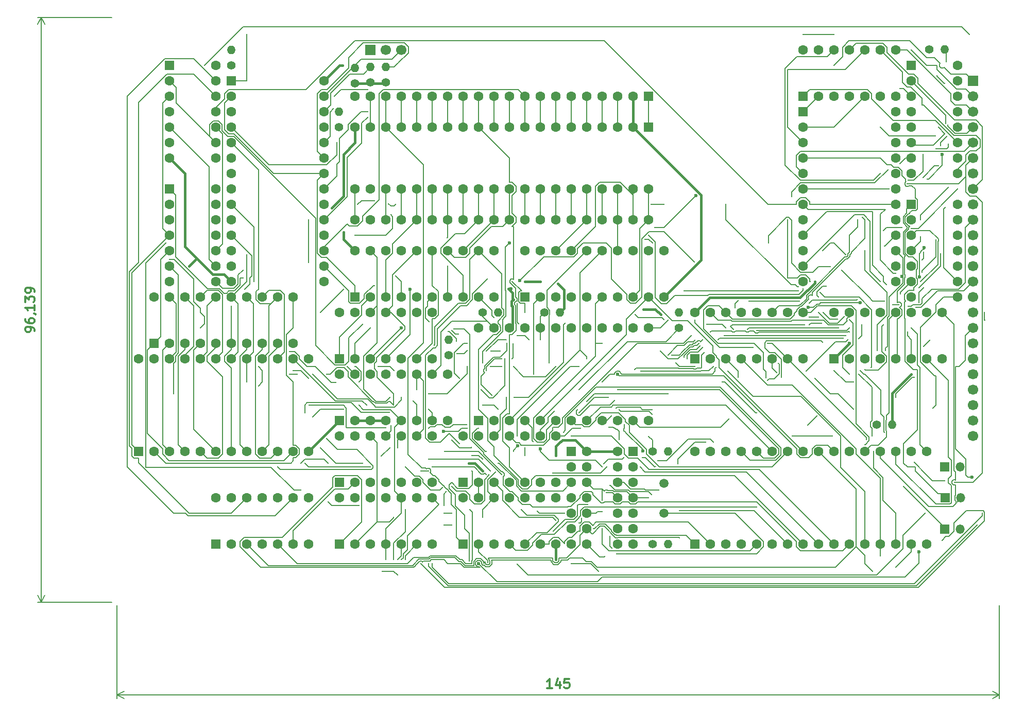
<source format=gbr>
%TF.GenerationSoftware,KiCad,Pcbnew,9.0.1*%
%TF.CreationDate,2025-04-10T23:57:45+03:00*%
%TF.ProjectId,ProgDC,50726f67-4443-42e6-9b69-6361645f7063,rev?*%
%TF.SameCoordinates,Original*%
%TF.FileFunction,Copper,L1,Top*%
%TF.FilePolarity,Positive*%
%FSLAX46Y46*%
G04 Gerber Fmt 4.6, Leading zero omitted, Abs format (unit mm)*
G04 Created by KiCad (PCBNEW 9.0.1) date 2025-04-10 23:57:45*
%MOMM*%
%LPD*%
G01*
G04 APERTURE LIST*
G04 Aperture macros list*
%AMRoundRect*
0 Rectangle with rounded corners*
0 $1 Rounding radius*
0 $2 $3 $4 $5 $6 $7 $8 $9 X,Y pos of 4 corners*
0 Add a 4 corners polygon primitive as box body*
4,1,4,$2,$3,$4,$5,$6,$7,$8,$9,$2,$3,0*
0 Add four circle primitives for the rounded corners*
1,1,$1+$1,$2,$3*
1,1,$1+$1,$4,$5*
1,1,$1+$1,$6,$7*
1,1,$1+$1,$8,$9*
0 Add four rect primitives between the rounded corners*
20,1,$1+$1,$2,$3,$4,$5,0*
20,1,$1+$1,$4,$5,$6,$7,0*
20,1,$1+$1,$6,$7,$8,$9,0*
20,1,$1+$1,$8,$9,$2,$3,0*%
G04 Aperture macros list end*
%ADD10C,0.300000*%
%TA.AperFunction,NonConductor*%
%ADD11C,0.300000*%
%TD*%
%TA.AperFunction,NonConductor*%
%ADD12C,0.200000*%
%TD*%
%TA.AperFunction,ComponentPad*%
%ADD13R,1.500000X1.500000*%
%TD*%
%TA.AperFunction,ComponentPad*%
%ADD14O,1.500000X1.500000*%
%TD*%
%TA.AperFunction,ComponentPad*%
%ADD15C,1.400000*%
%TD*%
%TA.AperFunction,ComponentPad*%
%ADD16O,1.400000X1.400000*%
%TD*%
%TA.AperFunction,ComponentPad*%
%ADD17RoundRect,0.250000X0.550000X-0.550000X0.550000X0.550000X-0.550000X0.550000X-0.550000X-0.550000X0*%
%TD*%
%TA.AperFunction,ComponentPad*%
%ADD18C,1.600000*%
%TD*%
%TA.AperFunction,ComponentPad*%
%ADD19R,1.700000X1.700000*%
%TD*%
%TA.AperFunction,ComponentPad*%
%ADD20C,1.700000*%
%TD*%
%TA.AperFunction,ComponentPad*%
%ADD21RoundRect,0.250000X-0.550000X-0.550000X0.550000X-0.550000X0.550000X0.550000X-0.550000X0.550000X0*%
%TD*%
%TA.AperFunction,ComponentPad*%
%ADD22RoundRect,0.250000X-0.550000X0.550000X-0.550000X-0.550000X0.550000X-0.550000X0.550000X0.550000X0*%
%TD*%
%TA.AperFunction,ComponentPad*%
%ADD23C,1.500000*%
%TD*%
%TA.AperFunction,ComponentPad*%
%ADD24RoundRect,0.250000X0.550000X0.550000X-0.550000X0.550000X-0.550000X-0.550000X0.550000X-0.550000X0*%
%TD*%
%TA.AperFunction,ViaPad*%
%ADD25C,0.300000*%
%TD*%
%TA.AperFunction,ViaPad*%
%ADD26C,0.600000*%
%TD*%
%TA.AperFunction,Conductor*%
%ADD27C,0.400000*%
%TD*%
%TA.AperFunction,Conductor*%
%ADD28C,0.200000*%
%TD*%
G04 APERTURE END LIST*
D10*
D11*
X28596328Y-86875498D02*
X28596328Y-86589784D01*
X28596328Y-86589784D02*
X28524900Y-86446927D01*
X28524900Y-86446927D02*
X28453471Y-86375498D01*
X28453471Y-86375498D02*
X28239185Y-86232641D01*
X28239185Y-86232641D02*
X27953471Y-86161212D01*
X27953471Y-86161212D02*
X27382042Y-86161212D01*
X27382042Y-86161212D02*
X27239185Y-86232641D01*
X27239185Y-86232641D02*
X27167757Y-86304070D01*
X27167757Y-86304070D02*
X27096328Y-86446927D01*
X27096328Y-86446927D02*
X27096328Y-86732641D01*
X27096328Y-86732641D02*
X27167757Y-86875498D01*
X27167757Y-86875498D02*
X27239185Y-86946927D01*
X27239185Y-86946927D02*
X27382042Y-87018355D01*
X27382042Y-87018355D02*
X27739185Y-87018355D01*
X27739185Y-87018355D02*
X27882042Y-86946927D01*
X27882042Y-86946927D02*
X27953471Y-86875498D01*
X27953471Y-86875498D02*
X28024900Y-86732641D01*
X28024900Y-86732641D02*
X28024900Y-86446927D01*
X28024900Y-86446927D02*
X27953471Y-86304070D01*
X27953471Y-86304070D02*
X27882042Y-86232641D01*
X27882042Y-86232641D02*
X27739185Y-86161212D01*
X27096328Y-84875499D02*
X27096328Y-85161213D01*
X27096328Y-85161213D02*
X27167757Y-85304070D01*
X27167757Y-85304070D02*
X27239185Y-85375499D01*
X27239185Y-85375499D02*
X27453471Y-85518356D01*
X27453471Y-85518356D02*
X27739185Y-85589784D01*
X27739185Y-85589784D02*
X28310614Y-85589784D01*
X28310614Y-85589784D02*
X28453471Y-85518356D01*
X28453471Y-85518356D02*
X28524900Y-85446927D01*
X28524900Y-85446927D02*
X28596328Y-85304070D01*
X28596328Y-85304070D02*
X28596328Y-85018356D01*
X28596328Y-85018356D02*
X28524900Y-84875499D01*
X28524900Y-84875499D02*
X28453471Y-84804070D01*
X28453471Y-84804070D02*
X28310614Y-84732641D01*
X28310614Y-84732641D02*
X27953471Y-84732641D01*
X27953471Y-84732641D02*
X27810614Y-84804070D01*
X27810614Y-84804070D02*
X27739185Y-84875499D01*
X27739185Y-84875499D02*
X27667757Y-85018356D01*
X27667757Y-85018356D02*
X27667757Y-85304070D01*
X27667757Y-85304070D02*
X27739185Y-85446927D01*
X27739185Y-85446927D02*
X27810614Y-85518356D01*
X27810614Y-85518356D02*
X27953471Y-85589784D01*
X28524900Y-84018356D02*
X28596328Y-84018356D01*
X28596328Y-84018356D02*
X28739185Y-84089785D01*
X28739185Y-84089785D02*
X28810614Y-84161213D01*
X28596328Y-82589784D02*
X28596328Y-83446927D01*
X28596328Y-83018356D02*
X27096328Y-83018356D01*
X27096328Y-83018356D02*
X27310614Y-83161213D01*
X27310614Y-83161213D02*
X27453471Y-83304070D01*
X27453471Y-83304070D02*
X27524900Y-83446927D01*
X27096328Y-82089785D02*
X27096328Y-81161213D01*
X27096328Y-81161213D02*
X27667757Y-81661213D01*
X27667757Y-81661213D02*
X27667757Y-81446928D01*
X27667757Y-81446928D02*
X27739185Y-81304071D01*
X27739185Y-81304071D02*
X27810614Y-81232642D01*
X27810614Y-81232642D02*
X27953471Y-81161213D01*
X27953471Y-81161213D02*
X28310614Y-81161213D01*
X28310614Y-81161213D02*
X28453471Y-81232642D01*
X28453471Y-81232642D02*
X28524900Y-81304071D01*
X28524900Y-81304071D02*
X28596328Y-81446928D01*
X28596328Y-81446928D02*
X28596328Y-81875499D01*
X28596328Y-81875499D02*
X28524900Y-82018356D01*
X28524900Y-82018356D02*
X28453471Y-82089785D01*
X28596328Y-80446928D02*
X28596328Y-80161214D01*
X28596328Y-80161214D02*
X28524900Y-80018357D01*
X28524900Y-80018357D02*
X28453471Y-79946928D01*
X28453471Y-79946928D02*
X28239185Y-79804071D01*
X28239185Y-79804071D02*
X27953471Y-79732642D01*
X27953471Y-79732642D02*
X27382042Y-79732642D01*
X27382042Y-79732642D02*
X27239185Y-79804071D01*
X27239185Y-79804071D02*
X27167757Y-79875500D01*
X27167757Y-79875500D02*
X27096328Y-80018357D01*
X27096328Y-80018357D02*
X27096328Y-80304071D01*
X27096328Y-80304071D02*
X27167757Y-80446928D01*
X27167757Y-80446928D02*
X27239185Y-80518357D01*
X27239185Y-80518357D02*
X27382042Y-80589785D01*
X27382042Y-80589785D02*
X27739185Y-80589785D01*
X27739185Y-80589785D02*
X27882042Y-80518357D01*
X27882042Y-80518357D02*
X27953471Y-80446928D01*
X27953471Y-80446928D02*
X28024900Y-80304071D01*
X28024900Y-80304071D02*
X28024900Y-80018357D01*
X28024900Y-80018357D02*
X27953471Y-79875500D01*
X27953471Y-79875500D02*
X27882042Y-79804071D01*
X27882042Y-79804071D02*
X27739185Y-79732642D01*
D12*
X41283000Y-131445000D02*
X29131580Y-131445000D01*
X29131580Y-35306000D02*
X41283000Y-35306000D01*
X29718000Y-131445000D02*
X29718000Y-35306000D01*
X29718000Y-131445000D02*
X29131579Y-130318496D01*
X29718000Y-131445000D02*
X30304421Y-130318496D01*
X29718000Y-35306000D02*
X30304421Y-36432504D01*
X29718000Y-35306000D02*
X29131579Y-36432504D01*
D10*
D11*
X113680001Y-145578328D02*
X112822858Y-145578328D01*
X113251429Y-145578328D02*
X113251429Y-144078328D01*
X113251429Y-144078328D02*
X113108572Y-144292614D01*
X113108572Y-144292614D02*
X112965715Y-144435471D01*
X112965715Y-144435471D02*
X112822858Y-144506900D01*
X114965715Y-144578328D02*
X114965715Y-145578328D01*
X114608572Y-144006900D02*
X114251429Y-145078328D01*
X114251429Y-145078328D02*
X115180000Y-145078328D01*
X116465714Y-144078328D02*
X115751428Y-144078328D01*
X115751428Y-144078328D02*
X115680000Y-144792614D01*
X115680000Y-144792614D02*
X115751428Y-144721185D01*
X115751428Y-144721185D02*
X115894286Y-144649757D01*
X115894286Y-144649757D02*
X116251428Y-144649757D01*
X116251428Y-144649757D02*
X116394286Y-144721185D01*
X116394286Y-144721185D02*
X116465714Y-144792614D01*
X116465714Y-144792614D02*
X116537143Y-144935471D01*
X116537143Y-144935471D02*
X116537143Y-145292614D01*
X116537143Y-145292614D02*
X116465714Y-145435471D01*
X116465714Y-145435471D02*
X116394286Y-145506900D01*
X116394286Y-145506900D02*
X116251428Y-145578328D01*
X116251428Y-145578328D02*
X115894286Y-145578328D01*
X115894286Y-145578328D02*
X115751428Y-145506900D01*
X115751428Y-145506900D02*
X115680000Y-145435471D01*
D12*
X187180000Y-131960000D02*
X187180000Y-147286420D01*
X42180000Y-147286420D02*
X42180000Y-131960000D01*
X187180000Y-146700000D02*
X42180000Y-146700000D01*
X187180000Y-146700000D02*
X186053496Y-147286421D01*
X187180000Y-146700000D02*
X186053496Y-146113579D01*
X42180000Y-146700000D02*
X43306504Y-146113579D01*
X42180000Y-146700000D02*
X43306504Y-147286421D01*
D13*
%TO.P,VD2,1,K*%
%TO.N,/~{CS_SRAM_8000}*%
X178180000Y-119460000D03*
D14*
%TO.P,VD2,2,A*%
%TO.N,/~{CS_628512}*%
X180720000Y-119460000D03*
%TD*%
D15*
%TO.P,R6,1,TOP*%
%TO.N,+5V*%
X175707000Y-40528000D03*
D16*
%TO.P,R6,2,BOT*%
%TO.N,/"1"*%
X178247000Y-40528000D03*
%TD*%
D17*
%TO.P,D3,1,A*%
%TO.N,/~{RD}*%
X78740000Y-121920000D03*
D18*
%TO.P,D3,2,B*%
%TO.N,/~{MWR}*%
X81280000Y-121920000D03*
%TO.P,D3,3,Y*%
%TO.N,Net-(D18B-D)*%
X83820000Y-121920000D03*
%TO.P,D3,4,A*%
%TO.N,/Q7*%
X86360000Y-121920000D03*
%TO.P,D3,5,B*%
%TO.N,/R5*%
X88900000Y-121920000D03*
%TO.P,D3,6,Y*%
%TO.N,/ROM_A13*%
X91440000Y-121920000D03*
%TO.P,D3,7,GND*%
%TO.N,GND*%
X93980000Y-121920000D03*
%TO.P,D3,8,Y*%
%TO.N,/ROM_A14*%
X93980000Y-114300000D03*
%TO.P,D3,9,A*%
%TO.N,/R6*%
X91440000Y-114300000D03*
%TO.P,D3,10,B*%
%TO.N,/Q7*%
X88900000Y-114300000D03*
%TO.P,D3,11,Y*%
%TO.N,/ROM_A15*%
X86360000Y-114300000D03*
%TO.P,D3,12,A*%
%TO.N,/R7*%
X83820000Y-114300000D03*
%TO.P,D3,13,B*%
%TO.N,/Q7*%
X81280000Y-114300000D03*
%TO.P,D3,14,VCC*%
%TO.N,+5V*%
X78740000Y-114300000D03*
%TD*%
D15*
%TO.P,R7,1*%
%TO.N,Net-(D22F-A)*%
X130180000Y-106680000D03*
D16*
%TO.P,R7,2*%
%TO.N,Net-(D22E-A)*%
X132720000Y-106680000D03*
%TD*%
D15*
%TO.P,R1,1,TOP*%
%TO.N,+5V*%
X60976000Y-43145000D03*
D16*
%TO.P,R1,2,BOT*%
%TO.N,/~{MEMR}*%
X60976000Y-40605000D03*
%TD*%
D19*
%TO.P,J3,1,Pin_1*%
%TO.N,/~{I{slash}OR}*%
X83820000Y-40640000D03*
D20*
%TO.P,J3,2,Pin_2*%
%TO.N,/~{MEMW}*%
X86360000Y-40640000D03*
%TO.P,J3,3,Pin_3*%
%TO.N,/~{I{slash}OW}*%
X88900000Y-40640000D03*
%TD*%
D13*
%TO.P,VD1,1,K*%
%TO.N,/~{CS_RAMR}*%
X178324000Y-114300000D03*
D14*
%TO.P,VD1,2,A*%
%TO.N,/~{CS_628512}*%
X180864000Y-114300000D03*
%TD*%
D17*
%TO.P,D12,1,~{CS}*%
%TO.N,GND*%
X160020000Y-91440000D03*
D18*
%TO.P,D12,2,DO0*%
%TO.N,/R4*%
X162560000Y-91440000D03*
%TO.P,D12,3,DB0*%
%TO.N,Net-(D10-D4)*%
X165100000Y-91440000D03*
%TO.P,D12,4,DI0*%
%TO.N,/DB4*%
X167640000Y-91440000D03*
%TO.P,D12,5,DO1*%
%TO.N,/R5*%
X170180000Y-91440000D03*
%TO.P,D12,6,DB1*%
%TO.N,Net-(D10-D5)*%
X172720000Y-91440000D03*
%TO.P,D12,7,DI1*%
%TO.N,/DB5*%
X175260000Y-91440000D03*
%TO.P,D12,8,GND*%
%TO.N,GND*%
X177800000Y-91440000D03*
%TO.P,D12,9,DI2*%
%TO.N,/DB6*%
X177800000Y-83820000D03*
%TO.P,D12,10,DB2*%
%TO.N,Net-(D10-D6)*%
X175260000Y-83820000D03*
%TO.P,D12,11,DO2*%
%TO.N,/R6*%
X172720000Y-83820000D03*
%TO.P,D12,12,DI3*%
%TO.N,/DB7*%
X170180000Y-83820000D03*
%TO.P,D12,13,DB3*%
%TO.N,Net-(D10-D7)*%
X167640000Y-83820000D03*
%TO.P,D12,14,DO3*%
%TO.N,/R7*%
X165100000Y-83820000D03*
%TO.P,D12,15,~{CE}*%
%TO.N,/P3*%
X162560000Y-83820000D03*
%TO.P,D12,16,VCC*%
%TO.N,+5V*%
X160020000Y-83820000D03*
%TD*%
D21*
%TO.P,D21,1,A*%
%TO.N,/R5*%
X172720000Y-66040000D03*
D18*
%TO.P,D21,2,B*%
%TO.N,Net-(D21A-B)*%
X172720000Y-68580000D03*
%TO.P,D21,3,Y*%
%TO.N,Net-(D20B-A)*%
X172720000Y-71120000D03*
%TO.P,D21,4,A*%
%TO.N,Net-(D21B-A)*%
X172720000Y-73660000D03*
%TO.P,D21,5,B*%
%TO.N,/~{CC00_VI53_1}*%
X172720000Y-76200000D03*
%TO.P,D21,6,Y*%
%TO.N,Net-(D21B-Y)*%
X172720000Y-78740000D03*
%TO.P,D21,7,GND*%
%TO.N,GND*%
X172720000Y-81280000D03*
%TO.P,D21,8,Y*%
%TO.N,/C800_VI53_2*%
X180340000Y-81280000D03*
%TO.P,D21,9,A*%
%TO.N,Net-(D19-3)*%
X180340000Y-78740000D03*
%TO.P,D21,10,B*%
%TO.N,/~{C800_VI53_2}*%
X180340000Y-76200000D03*
%TO.P,D21,11,Y*%
%TO.N,unconnected-(D21D-Y-Pad11)*%
X180340000Y-73660000D03*
%TO.P,D21,12,A*%
%TO.N,unconnected-(D21D-A-Pad12)*%
X180340000Y-71120000D03*
%TO.P,D21,13,B*%
%TO.N,unconnected-(D21D-B-Pad13)*%
X180340000Y-68580000D03*
%TO.P,D21,14,VCC*%
%TO.N,+5V*%
X180340000Y-66040000D03*
%TD*%
D17*
%TO.P,D18,1,~{R}*%
%TO.N,unconnected-(D18A-~{R}-Pad1)*%
X58420000Y-121920000D03*
D18*
%TO.P,D18,2,D*%
%TO.N,Net-(D18A-D)*%
X60960000Y-121920000D03*
%TO.P,D18,3,C*%
%TO.N,/CLK*%
X63500000Y-121920000D03*
%TO.P,D18,4,~{S}*%
%TO.N,unconnected-(D18A-~{S}-Pad4)*%
X66040000Y-121920000D03*
%TO.P,D18,5,Q*%
%TO.N,Net-(D10-~{WE})*%
X68580000Y-121920000D03*
%TO.P,D18,6,~{Q}*%
%TO.N,Net-(D18A-~{Q})*%
X71120000Y-121920000D03*
%TO.P,D18,7,GND*%
%TO.N,GND*%
X73660000Y-121920000D03*
%TO.P,D18,8,~{Q}*%
%TO.N,unconnected-(D18B-~{Q}-Pad8)*%
X73660000Y-114300000D03*
%TO.P,D18,9,Q*%
%TO.N,Net-(D18B-Q)*%
X71120000Y-114300000D03*
%TO.P,D18,10,~{S}*%
%TO.N,unconnected-(D18B-~{S}-Pad10)*%
X68580000Y-114300000D03*
%TO.P,D18,11,C*%
%TO.N,/8MHZ*%
X66040000Y-114300000D03*
%TO.P,D18,12,D*%
%TO.N,Net-(D18B-D)*%
X63500000Y-114300000D03*
%TO.P,D18,13,~{R}*%
%TO.N,unconnected-(D18B-~{R}-Pad13)*%
X60960000Y-114300000D03*
%TO.P,D18,14,VCC*%
%TO.N,+5V*%
X58420000Y-114300000D03*
%TD*%
D17*
%TO.P,D20,1,A*%
%TO.N,/~{WR}*%
X99060000Y-121920000D03*
D18*
%TO.P,D20,2,B*%
%TO.N,/~{MEMW_VT57}*%
X101600000Y-121920000D03*
%TO.P,D20,3,Y*%
%TO.N,/~{MWR}*%
X104140000Y-121920000D03*
%TO.P,D20,4,A*%
%TO.N,Net-(D20B-A)*%
X106680000Y-121920000D03*
%TO.P,D20,5,B*%
%TO.N,Net-(D20B-B)*%
X109220000Y-121920000D03*
%TO.P,D20,6,Y*%
%TO.N,/ARR16*%
X111760000Y-121920000D03*
%TO.P,D20,7,GND*%
%TO.N,GND*%
X114300000Y-121920000D03*
%TO.P,D20,8,Y*%
%TO.N,/ARR17*%
X114300000Y-114300000D03*
%TO.P,D20,9,A*%
%TO.N,/R6*%
X111760000Y-114300000D03*
%TO.P,D20,10,B*%
%TO.N,Net-(D20B-B)*%
X109220000Y-114300000D03*
%TO.P,D20,11,Y*%
%TO.N,/ARR18*%
X106680000Y-114300000D03*
%TO.P,D20,12,A*%
%TO.N,/R7*%
X104140000Y-114300000D03*
%TO.P,D20,13,B*%
%TO.N,Net-(D20B-B)*%
X101600000Y-114300000D03*
%TO.P,D20,14,VCC*%
%TO.N,+5V*%
X99060000Y-114300000D03*
%TD*%
D17*
%TO.P,D10,1,A3*%
%TO.N,/AB15*%
X101600000Y-101600000D03*
D18*
%TO.P,D10,2,A4*%
%TO.N,/AB14*%
X104140000Y-101600000D03*
%TO.P,D10,3,A5*%
%TO.N,/AB13*%
X106680000Y-101600000D03*
%TO.P,D10,4,A6*%
%TO.N,/AB12*%
X109220000Y-101600000D03*
%TO.P,D10,5,A7*%
%TO.N,/AB11*%
X111760000Y-101600000D03*
%TO.P,D10,6,A8*%
%TO.N,/AB10*%
X114300000Y-101600000D03*
%TO.P,D10,7,A9*%
%TO.N,/AB9*%
X116840000Y-101600000D03*
%TO.P,D10,8,A10*%
%TO.N,/AB8*%
X119380000Y-101600000D03*
%TO.P,D10,9,D0*%
%TO.N,Net-(D10-D0)*%
X121920000Y-101600000D03*
%TO.P,D10,10,D1*%
%TO.N,Net-(D10-D1)*%
X124460000Y-101600000D03*
%TO.P,D10,11,D2*%
%TO.N,Net-(D10-D2)*%
X127000000Y-101600000D03*
%TO.P,D10,12,GND*%
%TO.N,GND*%
X129540000Y-101600000D03*
%TO.P,D10,13,D3*%
%TO.N,Net-(D10-D3)*%
X129540000Y-86360000D03*
%TO.P,D10,14,D4*%
%TO.N,Net-(D10-D4)*%
X127000000Y-86360000D03*
%TO.P,D10,15,D5*%
%TO.N,Net-(D10-D5)*%
X124460000Y-86360000D03*
%TO.P,D10,16,D6*%
%TO.N,Net-(D10-D6)*%
X121920000Y-86360000D03*
%TO.P,D10,17,D7*%
%TO.N,Net-(D10-D7)*%
X119380000Y-86360000D03*
%TO.P,D10,18,~{CS}*%
%TO.N,GND*%
X116840000Y-86360000D03*
%TO.P,D10,19,A0*%
X114300000Y-86360000D03*
%TO.P,D10,20,~{OE}*%
%TO.N,/P1*%
X111760000Y-86360000D03*
%TO.P,D10,21,~{WE}*%
%TO.N,Net-(D10-~{WE})*%
X109220000Y-86360000D03*
%TO.P,D10,22,A1*%
%TO.N,GND*%
X106680000Y-86360000D03*
%TO.P,D10,23,A2*%
%TO.N,/P2*%
X104140000Y-86360000D03*
%TO.P,D10,24,VCC*%
%TO.N,+5V*%
X101600000Y-86360000D03*
%TD*%
D17*
%TO.P,D13,1,~{CS}*%
%TO.N,GND*%
X137160000Y-91440000D03*
D18*
%TO.P,D13,2,DO0*%
%TO.N,/R0*%
X139700000Y-91440000D03*
%TO.P,D13,3,DB0*%
%TO.N,Net-(D10-D0)*%
X142240000Y-91440000D03*
%TO.P,D13,4,DI0*%
%TO.N,/DB0*%
X144780000Y-91440000D03*
%TO.P,D13,5,DO1*%
%TO.N,/R1*%
X147320000Y-91440000D03*
%TO.P,D13,6,DB1*%
%TO.N,Net-(D10-D1)*%
X149860000Y-91440000D03*
%TO.P,D13,7,DI1*%
%TO.N,/DB1*%
X152400000Y-91440000D03*
%TO.P,D13,8,GND*%
%TO.N,GND*%
X154940000Y-91440000D03*
%TO.P,D13,9,DI2*%
%TO.N,/DB2*%
X154940000Y-83820000D03*
%TO.P,D13,10,DB2*%
%TO.N,Net-(D10-D2)*%
X152400000Y-83820000D03*
%TO.P,D13,11,DO2*%
%TO.N,/R2*%
X149860000Y-83820000D03*
%TO.P,D13,12,DI3*%
%TO.N,/DB3*%
X147320000Y-83820000D03*
%TO.P,D13,13,DB3*%
%TO.N,Net-(D10-D3)*%
X144780000Y-83820000D03*
%TO.P,D13,14,DO3*%
%TO.N,/R3*%
X142240000Y-83820000D03*
%TO.P,D13,15,~{CE}*%
%TO.N,/P3*%
X139700000Y-83820000D03*
%TO.P,D13,16,VCC*%
%TO.N,+5V*%
X137160000Y-83820000D03*
%TD*%
D15*
%TO.P,R2,1,TOP*%
%TO.N,+5V*%
X78629000Y-53340000D03*
D16*
%TO.P,R2,2,BOT*%
%TO.N,/~{I{slash}OR}*%
X78629000Y-50800000D03*
%TD*%
D15*
%TO.P,R12,1,TOP*%
%TO.N,/P3*%
X134509000Y-86360000D03*
D16*
%TO.P,R12,2,BOT*%
%TO.N,+5V*%
X134509000Y-83820000D03*
%TD*%
D17*
%TO.P,D9,1,A6*%
%TO.N,GND*%
X78740000Y-101600000D03*
D18*
%TO.P,D9,2,A5*%
X81280000Y-101600000D03*
%TO.P,D9,3,A4*%
X83820000Y-101600000D03*
%TO.P,D9,4,A3*%
X86360000Y-101600000D03*
%TO.P,D9,5,A0*%
%TO.N,/Q7*%
X88900000Y-101600000D03*
%TO.P,D9,6,A1*%
%TO.N,/Q6*%
X91440000Y-101600000D03*
%TO.P,D9,7,A2*%
%TO.N,/Q5*%
X93980000Y-101600000D03*
%TO.P,D9,8,GND*%
%TO.N,GND*%
X96520000Y-101600000D03*
%TO.P,D9,9,D3*%
%TO.N,/P3*%
X96520000Y-93980000D03*
%TO.P,D9,10,D2*%
%TO.N,/P2*%
X93980000Y-93980000D03*
%TO.P,D9,11,D1*%
%TO.N,/P1*%
X91440000Y-93980000D03*
%TO.P,D9,12,D0*%
%TO.N,/P0*%
X88900000Y-93980000D03*
%TO.P,D9,13,~{CS1}*%
%TO.N,GND*%
X86360000Y-93980000D03*
%TO.P,D9,14,~{CS2}*%
X83820000Y-93980000D03*
%TO.P,D9,15,A7*%
%TO.N,Net-(D14C-Y)*%
X81280000Y-93980000D03*
%TO.P,D9,16,+5V*%
%TO.N,+5V*%
X78740000Y-93980000D03*
%TD*%
D13*
%TO.P,VD3,1,K*%
%TO.N,/~{RAM_MAIN}*%
X178197000Y-109220000D03*
D14*
%TO.P,VD3,2,A*%
%TO.N,/~{CS_628512}*%
X180737000Y-109220000D03*
%TD*%
D22*
%TO.P,U3,1,A10*%
%TO.N,/A10*%
X129540000Y-53340000D03*
D18*
%TO.P,U3,2,GND*%
%TO.N,GND*%
X127000000Y-53340000D03*
%TO.P,U3,3,D4*%
%TO.N,/D4*%
X124460000Y-53340000D03*
%TO.P,U3,4,D5*%
%TO.N,/D5*%
X121920000Y-53340000D03*
%TO.P,U3,5,D6*%
%TO.N,/D6*%
X119380000Y-53340000D03*
%TO.P,U3,6,D7*%
%TO.N,/D7*%
X116840000Y-53340000D03*
%TO.P,U3,7,D3*%
%TO.N,/D3*%
X114300000Y-53340000D03*
%TO.P,U3,8,D2*%
%TO.N,/D2*%
X111760000Y-53340000D03*
%TO.P,U3,9,D1*%
%TO.N,/D1*%
X109220000Y-53340000D03*
%TO.P,U3,10,D0*%
%TO.N,/D0*%
X106680000Y-53340000D03*
%TO.P,U3,11,-5V*%
%TO.N,/-5V*%
X104140000Y-53340000D03*
%TO.P,U3,12,RST*%
%TO.N,/RESET*%
X101600000Y-53340000D03*
%TO.P,U3,13,HLD*%
%TO.N,/HLD*%
X99060000Y-53340000D03*
%TO.P,U3,14,INT*%
%TO.N,/INT*%
X96520000Y-53340000D03*
%TO.P,U3,15,C2*%
%TO.N,/C2*%
X93980000Y-53340000D03*
%TO.P,U3,16,INTE*%
%TO.N,/INTE*%
X91440000Y-53340000D03*
%TO.P,U3,17,RC*%
%TO.N,/DBIN*%
X88900000Y-53340000D03*
%TO.P,U3,18,TR*%
%TO.N,/~{WR}*%
X86360000Y-53340000D03*
%TO.P,U3,19,SYN*%
%TO.N,/SYN*%
X83820000Y-53340000D03*
%TO.P,U3,20,VCC*%
%TO.N,+5V*%
X81280000Y-53340000D03*
%TO.P,U3,21,HLDA*%
%TO.N,/_HLDA*%
X81280000Y-68580000D03*
%TO.P,U3,22,C1*%
%TO.N,/C1*%
X83820000Y-68580000D03*
%TO.P,U3,23,RDY*%
%TO.N,/RDY*%
X86360000Y-68580000D03*
%TO.P,U3,24,WI*%
%TO.N,/WI*%
X88900000Y-68580000D03*
%TO.P,U3,25,A0*%
%TO.N,/A0*%
X91440000Y-68580000D03*
%TO.P,U3,26,A1*%
%TO.N,/A1*%
X93980000Y-68580000D03*
%TO.P,U3,27,A2*%
%TO.N,/A2*%
X96520000Y-68580000D03*
%TO.P,U3,28,+12V*%
%TO.N,/+12V*%
X99060000Y-68580000D03*
%TO.P,U3,29,A3*%
%TO.N,/A3*%
X101600000Y-68580000D03*
%TO.P,U3,30,A4*%
%TO.N,/A4*%
X104140000Y-68580000D03*
%TO.P,U3,31,A5*%
%TO.N,/A5*%
X106680000Y-68580000D03*
%TO.P,U3,32,A6*%
%TO.N,/A6*%
X109220000Y-68580000D03*
%TO.P,U3,33,A7*%
%TO.N,/A7*%
X111760000Y-68580000D03*
%TO.P,U3,34,A8*%
%TO.N,/A8*%
X114300000Y-68580000D03*
%TO.P,U3,35,A9*%
%TO.N,/A9*%
X116840000Y-68580000D03*
%TO.P,U3,36,A15*%
%TO.N,/A15*%
X119380000Y-68580000D03*
%TO.P,U3,37,A12*%
%TO.N,/A12*%
X121920000Y-68580000D03*
%TO.P,U3,38,A13*%
%TO.N,/A13*%
X124460000Y-68580000D03*
%TO.P,U3,39,A14*%
%TO.N,/A14*%
X127000000Y-68580000D03*
%TO.P,U3,40,A11*%
%TO.N,/A11*%
X129540000Y-68580000D03*
%TD*%
D15*
%TO.P,R9,1,TOP*%
%TO.N,/P0*%
X96663000Y-90800000D03*
D16*
%TO.P,R9,2,BOT*%
%TO.N,+5V*%
X96663000Y-88260000D03*
%TD*%
D23*
%TO.P,ZQ1,1*%
%TO.N,Net-(D22E-Y)*%
X132080000Y-116840000D03*
%TO.P,ZQ1,2*%
%TO.N,Net-(D22F-A)*%
X132080000Y-111940000D03*
%TD*%
D17*
%TO.P,D24,1,A*%
%TO.N,Net-(D19-4)*%
X154940000Y-48260000D03*
D18*
%TO.P,D24,2,B*%
%TO.N,/~{C200_PPI1}*%
X157480000Y-48260000D03*
%TO.P,D24,3,Y*%
%TO.N,/~{C200_PPI1_}*%
X160020000Y-48260000D03*
%TO.P,D24,4,A*%
%TO.N,Net-(D19-5)*%
X162560000Y-48260000D03*
%TO.P,D24,5,B*%
%TO.N,/~{C400_PPI2}*%
X165100000Y-48260000D03*
%TO.P,D24,6,Y*%
%TO.N,/~{C400_PPI2_}*%
X167640000Y-48260000D03*
%TO.P,D24,7,GND*%
%TO.N,GND*%
X170180000Y-48260000D03*
%TO.P,D24,8,Y*%
%TO.N,/~{CS_VG75_}*%
X170180000Y-40640000D03*
%TO.P,D24,9,A*%
%TO.N,Net-(D19-6)*%
X167640000Y-40640000D03*
%TO.P,D24,10,B*%
%TO.N,/~{CS_VG75}*%
X165100000Y-40640000D03*
%TO.P,D24,11,Y*%
%TO.N,/~{CS_DMA_}*%
X162560000Y-40640000D03*
%TO.P,D24,12,A*%
%TO.N,Net-(D24D-A)*%
X160020000Y-40640000D03*
%TO.P,D24,13,B*%
%TO.N,/~{CS_DMA}*%
X157480000Y-40640000D03*
%TO.P,D24,14,VCC*%
%TO.N,+5V*%
X154940000Y-40640000D03*
%TD*%
D22*
%TO.P,J1,1,Pin_1*%
%TO.N,/A10*%
X129540000Y-48260000D03*
D18*
%TO.P,J1,2,Pin_2*%
%TO.N,GND*%
X127000000Y-48260000D03*
%TO.P,J1,3,Pin_3*%
%TO.N,/D4*%
X124460000Y-48260000D03*
%TO.P,J1,4,Pin_4*%
%TO.N,/D5*%
X121920000Y-48260000D03*
%TO.P,J1,5,Pin_5*%
%TO.N,/D6*%
X119380000Y-48260000D03*
%TO.P,J1,6,Pin_6*%
%TO.N,/D7*%
X116840000Y-48260000D03*
%TO.P,J1,7,Pin_7*%
%TO.N,/D3*%
X114300000Y-48260000D03*
%TO.P,J1,8,Pin_8*%
%TO.N,/D2*%
X111760000Y-48260000D03*
%TO.P,J1,9,Pin_9*%
%TO.N,/D1*%
X109220000Y-48260000D03*
%TO.P,J1,10,Pin_10*%
%TO.N,/D0*%
X106680000Y-48260000D03*
%TO.P,J1,11,Pin_11*%
%TO.N,/-5V*%
X104140000Y-48260000D03*
%TO.P,J1,12,Pin_12*%
%TO.N,/RESET*%
X101600000Y-48260000D03*
%TO.P,J1,13,Pin_13*%
%TO.N,/HLD*%
X99060000Y-48260000D03*
%TO.P,J1,14,Pin_14*%
%TO.N,/INT*%
X96520000Y-48260000D03*
%TO.P,J1,15,Pin_15*%
%TO.N,/C2*%
X93980000Y-48260000D03*
%TO.P,J1,16,Pin_16*%
%TO.N,/INTE*%
X91440000Y-48260000D03*
%TO.P,J1,17,Pin_17*%
%TO.N,/DBIN*%
X88900000Y-48260000D03*
%TO.P,J1,18,Pin_18*%
%TO.N,/~{WR}*%
X86360000Y-48260000D03*
%TO.P,J1,19,Pin_19*%
%TO.N,/SYN*%
X83820000Y-48260000D03*
%TO.P,J1,20,Pin_20*%
%TO.N,+5V*%
X81280000Y-48260000D03*
%TO.P,J1,21,Pin_21*%
%TO.N,/_HLDA*%
X81280000Y-63500000D03*
%TO.P,J1,22,Pin_22*%
%TO.N,/C1*%
X83820000Y-63500000D03*
%TO.P,J1,23,Pin_23*%
%TO.N,/RDY*%
X86360000Y-63500000D03*
%TO.P,J1,24,Pin_24*%
%TO.N,/WI*%
X88900000Y-63500000D03*
%TO.P,J1,25,Pin_25*%
%TO.N,/A0*%
X91440000Y-63500000D03*
%TO.P,J1,26,Pin_26*%
%TO.N,/A1*%
X93980000Y-63500000D03*
%TO.P,J1,27,Pin_27*%
%TO.N,/A2*%
X96520000Y-63500000D03*
%TO.P,J1,28,Pin_28*%
%TO.N,/+12V*%
X99060000Y-63500000D03*
%TO.P,J1,29,Pin_29*%
%TO.N,/A3*%
X101600000Y-63500000D03*
%TO.P,J1,30,Pin_30*%
%TO.N,/A4*%
X104140000Y-63500000D03*
%TO.P,J1,31,Pin_31*%
%TO.N,/A5*%
X106680000Y-63500000D03*
%TO.P,J1,32,Pin_32*%
%TO.N,/A6*%
X109220000Y-63500000D03*
%TO.P,J1,33,Pin_33*%
%TO.N,/A7*%
X111760000Y-63500000D03*
%TO.P,J1,34,Pin_34*%
%TO.N,/A8*%
X114300000Y-63500000D03*
%TO.P,J1,35,Pin_35*%
%TO.N,/A9*%
X116840000Y-63500000D03*
%TO.P,J1,36,Pin_36*%
%TO.N,/A15*%
X119380000Y-63500000D03*
%TO.P,J1,37,Pin_37*%
%TO.N,/A12*%
X121920000Y-63500000D03*
%TO.P,J1,38,Pin_38*%
%TO.N,/A13*%
X124460000Y-63500000D03*
%TO.P,J1,39,Pin_39*%
%TO.N,/A14*%
X127000000Y-63500000D03*
%TO.P,J1,40,Pin_40*%
%TO.N,/A11*%
X129540000Y-63500000D03*
%TD*%
D15*
%TO.P,R5,1,TOP*%
%TO.N,+5V*%
X83836000Y-45989000D03*
D16*
%TO.P,R5,2,BOT*%
%TO.N,/~{MEMW}*%
X83836000Y-43449000D03*
%TD*%
D17*
%TO.P,U2,1,A18*%
%TO.N,/ARR18*%
X137160000Y-121920000D03*
D18*
%TO.P,U2,2,A16*%
%TO.N,/ARR16*%
X139700000Y-121920000D03*
%TO.P,U2,3,A14*%
%TO.N,/R4*%
X142240000Y-121920000D03*
%TO.P,U2,4,A12*%
%TO.N,/AB12*%
X144780000Y-121920000D03*
%TO.P,U2,5,A7*%
%TO.N,/AB7*%
X147320000Y-121920000D03*
%TO.P,U2,6,A6*%
%TO.N,/AB6*%
X149860000Y-121920000D03*
%TO.P,U2,7,A5*%
%TO.N,/AB5*%
X152400000Y-121920000D03*
%TO.P,U2,8,A4*%
%TO.N,/AB4*%
X154940000Y-121920000D03*
%TO.P,U2,9,A3*%
%TO.N,/AB3*%
X157480000Y-121920000D03*
%TO.P,U2,10,A2*%
%TO.N,/AB2*%
X160020000Y-121920000D03*
%TO.P,U2,11,A1*%
%TO.N,/AB1*%
X162560000Y-121920000D03*
%TO.P,U2,12,A0*%
%TO.N,/AB0*%
X165100000Y-121920000D03*
%TO.P,U2,13,D0*%
%TO.N,/DB0*%
X167640000Y-121920000D03*
%TO.P,U2,14,D1*%
%TO.N,/DB1*%
X170180000Y-121920000D03*
%TO.P,U2,15,D2*%
%TO.N,/DB2*%
X172720000Y-121920000D03*
%TO.P,U2,16,GND*%
%TO.N,GND*%
X175260000Y-121920000D03*
%TO.P,U2,17,D3*%
%TO.N,/DB3*%
X175260000Y-106680000D03*
%TO.P,U2,18,D4*%
%TO.N,/DB4*%
X172720000Y-106680000D03*
%TO.P,U2,19,D5*%
%TO.N,/DB5*%
X170180000Y-106680000D03*
%TO.P,U2,20,D6*%
%TO.N,/DB6*%
X167640000Y-106680000D03*
%TO.P,U2,21,D7*%
%TO.N,/DB7*%
X165100000Y-106680000D03*
%TO.P,U2,22,CS*%
%TO.N,/~{CS_628512}*%
X162560000Y-106680000D03*
%TO.P,U2,23,A10*%
%TO.N,/AB10*%
X160020000Y-106680000D03*
%TO.P,U2,24,RD*%
%TO.N,/~{RD}*%
X157480000Y-106680000D03*
%TO.P,U2,25,A11*%
%TO.N,/AB11*%
X154940000Y-106680000D03*
%TO.P,U2,26,A9*%
%TO.N,/AB9*%
X152400000Y-106680000D03*
%TO.P,U2,27,A8*%
%TO.N,/AB8*%
X149860000Y-106680000D03*
%TO.P,U2,28,A13*%
%TO.N,/AB13*%
X147320000Y-106680000D03*
%TO.P,U2,29,WR*%
%TO.N,/~{WE_628512}*%
X144780000Y-106680000D03*
%TO.P,U2,30,A17*%
%TO.N,/ARR17*%
X142240000Y-106680000D03*
%TO.P,U2,31,A15*%
%TO.N,/R3*%
X139700000Y-106680000D03*
%TO.P,U2,32,VCC*%
%TO.N,+5V*%
X137160000Y-106680000D03*
%TD*%
D15*
%TO.P,R10,1,TOP*%
%TO.N,/P1*%
X112400000Y-83820000D03*
D16*
%TO.P,R10,2,BOT*%
%TO.N,+5V*%
X114940000Y-83820000D03*
%TD*%
D15*
%TO.P,R3,1,TOP*%
%TO.N,+5V*%
X81296000Y-46116000D03*
D16*
%TO.P,R3,2,BOT*%
%TO.N,/~{I{slash}OW}*%
X81296000Y-43576000D03*
%TD*%
D21*
%TO.P,D14,1,A*%
%TO.N,Net-(D14A-A)*%
X50800000Y-63500000D03*
D18*
%TO.P,D14,2,B*%
%TO.N,/RAM_SEL*%
X50800000Y-66040000D03*
%TO.P,D14,3,Y*%
%TO.N,/R8*%
X50800000Y-68580000D03*
%TO.P,D14,4,A*%
%TO.N,Net-(D14B-A)*%
X50800000Y-71120000D03*
%TO.P,D14,5,B*%
%TO.N,Net-(D11-~{EO})*%
X50800000Y-73660000D03*
%TO.P,D14,6,Y*%
%TO.N,Net-(D14B-Y)*%
X50800000Y-76200000D03*
%TO.P,D14,7,GND*%
%TO.N,GND*%
X50800000Y-78740000D03*
%TO.P,D14,8,Y*%
%TO.N,Net-(D14C-Y)*%
X58420000Y-78740000D03*
%TO.P,D14,9,A*%
%TO.N,/~{I{slash}OW}*%
X58420000Y-76200000D03*
%TO.P,D14,10,B*%
%TO.N,/~{I{slash}OR}*%
X58420000Y-73660000D03*
%TO.P,D14,11,Y*%
%TO.N,unconnected-(D14D-Y-Pad11)*%
X58420000Y-71120000D03*
%TO.P,D14,12,A*%
%TO.N,unconnected-(D14D-A-Pad12)*%
X58420000Y-68580000D03*
%TO.P,D14,13,B*%
%TO.N,unconnected-(D14D-B-Pad13)*%
X58420000Y-66040000D03*
%TO.P,D14,14,VCC*%
%TO.N,+5V*%
X58420000Y-63500000D03*
%TD*%
D17*
%TO.P,D8,1,CS1*%
%TO.N,Net-(D14B-A)*%
X45720000Y-106680000D03*
D18*
%TO.P,D8,2,MD*%
%TO.N,/"1"*%
X48260000Y-106680000D03*
%TO.P,D8,3,D0*%
%TO.N,/DB0*%
X50800000Y-106680000D03*
%TO.P,D8,4,Q0*%
%TO.N,/Q0*%
X53340000Y-106680000D03*
%TO.P,D8,5,D1*%
%TO.N,/DB1*%
X55880000Y-106680000D03*
%TO.P,D8,6,Q1*%
%TO.N,/Q1*%
X58420000Y-106680000D03*
%TO.P,D8,7,D2*%
%TO.N,/DB2*%
X60960000Y-106680000D03*
%TO.P,D8,8,Q2*%
%TO.N,/Q2*%
X63500000Y-106680000D03*
%TO.P,D8,9,D3*%
%TO.N,/DB3*%
X66040000Y-106680000D03*
%TO.P,D8,10,Q3*%
%TO.N,/Q3*%
X68580000Y-106680000D03*
%TO.P,D8,11,EV*%
%TO.N,Net-(D11-~{EO})*%
X71120000Y-106680000D03*
%TO.P,D8,12,GND*%
%TO.N,GND*%
X73660000Y-106680000D03*
%TO.P,D8,13,CS2*%
%TO.N,Net-(D2B-A)*%
X73660000Y-91440000D03*
%TO.P,D8,14,RES*%
%TO.N,/~{RESET}*%
X71120000Y-91440000D03*
%TO.P,D8,15,Q4*%
%TO.N,/Q4*%
X68580000Y-91440000D03*
%TO.P,D8,16,D4*%
%TO.N,/DB4*%
X66040000Y-91440000D03*
%TO.P,D8,17,Q5*%
%TO.N,/Q5*%
X63500000Y-91440000D03*
%TO.P,D8,18,D5*%
%TO.N,/DB5*%
X60960000Y-91440000D03*
%TO.P,D8,19,Q6*%
%TO.N,/Q6*%
X58420000Y-91440000D03*
%TO.P,D8,20,D6*%
%TO.N,/DB6*%
X55880000Y-91440000D03*
%TO.P,D8,21,Q7*%
%TO.N,/Q7*%
X53340000Y-91440000D03*
%TO.P,D8,22,D7*%
%TO.N,/DB7*%
X50800000Y-91440000D03*
%TO.P,D8,23,S1*%
%TO.N,Net-(D5B-A)*%
X48260000Y-91440000D03*
%TO.P,D8,24,VCC*%
%TO.N,+5V*%
X45720000Y-91440000D03*
%TD*%
D21*
%TO.P,D22,1,A*%
%TO.N,unconnected-(D22A-A-Pad1)*%
X116840000Y-106680000D03*
D18*
%TO.P,D22,2,Y*%
%TO.N,unconnected-(D22A-Y-Pad2)*%
X116840000Y-109220000D03*
%TO.P,D22,3,A*%
%TO.N,/R8*%
X116840000Y-111760000D03*
%TO.P,D22,4,Y*%
%TO.N,Net-(D21A-B)*%
X116840000Y-114300000D03*
%TO.P,D22,5,A*%
%TO.N,unconnected-(D22C-A-Pad5)*%
X116840000Y-116840000D03*
%TO.P,D22,6,Y*%
%TO.N,unconnected-(D22C-Y-Pad6)*%
X116840000Y-119380000D03*
%TO.P,D22,7,GND*%
%TO.N,GND*%
X116840000Y-121920000D03*
%TO.P,D22,8,Y*%
%TO.N,unconnected-(D22D-Y-Pad8)*%
X124460000Y-121920000D03*
%TO.P,D22,9,A*%
%TO.N,unconnected-(D22D-A-Pad9)*%
X124460000Y-119380000D03*
%TO.P,D22,10,Y*%
%TO.N,Net-(D22E-Y)*%
X124460000Y-116840000D03*
%TO.P,D22,11,A*%
%TO.N,Net-(D22E-A)*%
X124460000Y-114300000D03*
%TO.P,D22,12,Y*%
X124460000Y-111760000D03*
%TO.P,D22,13,A*%
%TO.N,Net-(D22F-A)*%
X124460000Y-109220000D03*
%TO.P,D22,14,VCC*%
%TO.N,+5V*%
X124460000Y-106680000D03*
%TD*%
D17*
%TO.P,D6,1,~{EO}*%
%TO.N,/HLDA*%
X81280000Y-81280000D03*
D18*
%TO.P,D6,2,Q0*%
%TO.N,/AB0*%
X83820000Y-81280000D03*
%TO.P,D6,3,D0*%
%TO.N,/A0*%
X86360000Y-81280000D03*
%TO.P,D6,4,D1*%
%TO.N,/A1*%
X88900000Y-81280000D03*
%TO.P,D6,5,Q1*%
%TO.N,/AB1*%
X91440000Y-81280000D03*
%TO.P,D6,6,Q2*%
%TO.N,/AB2*%
X93980000Y-81280000D03*
%TO.P,D6,7,D2*%
%TO.N,/A2*%
X96520000Y-81280000D03*
%TO.P,D6,8,D3*%
%TO.N,/A3*%
X99060000Y-81280000D03*
%TO.P,D6,9,Q3*%
%TO.N,/AB3*%
X101600000Y-81280000D03*
%TO.P,D6,10,GND*%
%TO.N,GND*%
X104140000Y-81280000D03*
%TO.P,D6,11,PE*%
%TO.N,/"1"*%
X104140000Y-73660000D03*
%TO.P,D6,12,Q4*%
%TO.N,/AB4*%
X101600000Y-73660000D03*
%TO.P,D6,13,D4*%
%TO.N,/A4*%
X99060000Y-73660000D03*
%TO.P,D6,14,D5*%
%TO.N,/A5*%
X96520000Y-73660000D03*
%TO.P,D6,15,Q5*%
%TO.N,/AB5*%
X93980000Y-73660000D03*
%TO.P,D6,16,Q6*%
%TO.N,/AB6*%
X91440000Y-73660000D03*
%TO.P,D6,17,D6*%
%TO.N,/A6*%
X88900000Y-73660000D03*
%TO.P,D6,18,D7*%
%TO.N,/A7*%
X86360000Y-73660000D03*
%TO.P,D6,19,Q7*%
%TO.N,/AB7*%
X83820000Y-73660000D03*
%TO.P,D6,20,VCC*%
%TO.N,+5V*%
X81280000Y-73660000D03*
%TD*%
D21*
%TO.P,U1,1,STSTB*%
%TO.N,/STSTB*%
X60960000Y-45720000D03*
D18*
%TO.P,U1,2,HLDA*%
%TO.N,/HLDA*%
X60960000Y-48260000D03*
%TO.P,U1,3,WR*%
%TO.N,/~{WR}*%
X60960000Y-50800000D03*
%TO.P,U1,4,DBIN*%
%TO.N,/DBIN*%
X60960000Y-53340000D03*
%TO.P,U1,5,DB4*%
%TO.N,/DB4*%
X60960000Y-55880000D03*
%TO.P,U1,6,D4*%
%TO.N,/D4*%
X60960000Y-58420000D03*
%TO.P,U1,7,DB7*%
%TO.N,/DB7*%
X60960000Y-60960000D03*
%TO.P,U1,8,D7*%
%TO.N,/D7*%
X60960000Y-63500000D03*
%TO.P,U1,9,DB3*%
%TO.N,/DB3*%
X60960000Y-66040000D03*
%TO.P,U1,10,D3*%
%TO.N,/D3*%
X60960000Y-68580000D03*
%TO.P,U1,11,DB2*%
%TO.N,/DB2*%
X60960000Y-71120000D03*
%TO.P,U1,12,D2*%
%TO.N,/D2*%
X60960000Y-73660000D03*
%TO.P,U1,13,DB0*%
%TO.N,/DB0*%
X60960000Y-76200000D03*
%TO.P,U1,14,GND*%
%TO.N,GND*%
X60960000Y-78740000D03*
%TO.P,U1,15,D0*%
%TO.N,/D0*%
X76200000Y-78740000D03*
%TO.P,U1,16,DB1*%
%TO.N,/DB1*%
X76200000Y-76200000D03*
%TO.P,U1,17,D1*%
%TO.N,/D1*%
X76200000Y-73660000D03*
%TO.P,U1,18,DB5*%
%TO.N,/DB5*%
X76200000Y-71120000D03*
%TO.P,U1,19,D5*%
%TO.N,/D5*%
X76200000Y-68580000D03*
%TO.P,U1,20,DB6*%
%TO.N,/DB6*%
X76200000Y-66040000D03*
%TO.P,U1,21,D6*%
%TO.N,/D6*%
X76200000Y-63500000D03*
%TO.P,U1,22,BUSEN*%
%TO.N,/HLDA*%
X76200000Y-60960000D03*
%TO.P,U1,23,INTA*%
%TO.N,/~{INTA}*%
X76200000Y-58420000D03*
%TO.P,U1,24,MEMR*%
%TO.N,/~{MEMR}*%
X76200000Y-55880000D03*
%TO.P,U1,25,I/OR*%
%TO.N,/~{I{slash}OR}*%
X76200000Y-53340000D03*
%TO.P,U1,26,MEMW*%
%TO.N,/~{MEMW}*%
X76200000Y-50800000D03*
%TO.P,U1,27,I/OW*%
%TO.N,/~{I{slash}OW}*%
X76200000Y-48260000D03*
%TO.P,U1,28,VCC*%
%TO.N,+5V*%
X76200000Y-45720000D03*
%TD*%
D17*
%TO.P,D1,1,1*%
%TO.N,/AB0*%
X78740000Y-91440000D03*
D18*
%TO.P,D1,2,2*%
%TO.N,/AB1*%
X81280000Y-91440000D03*
%TO.P,D1,3,3*%
%TO.N,/AB2*%
X83820000Y-91440000D03*
%TO.P,D1,4,4*%
%TO.N,/AB3*%
X86360000Y-91440000D03*
%TO.P,D1,5,5*%
%TO.N,/AB4*%
X88900000Y-91440000D03*
%TO.P,D1,6,6*%
%TO.N,/AB5*%
X91440000Y-91440000D03*
%TO.P,D1,7,GND*%
%TO.N,GND*%
X93980000Y-91440000D03*
%TO.P,D1,8,8*%
%TO.N,Net-(D2A-B)*%
X93980000Y-83820000D03*
%TO.P,D1,9*%
%TO.N,unconnected-(D1-Pad9)*%
X91440000Y-83820000D03*
%TO.P,D1,10*%
%TO.N,unconnected-(D1-Pad10)*%
X88900000Y-83820000D03*
%TO.P,D1,11,11*%
%TO.N,/AB6*%
X86360000Y-83820000D03*
%TO.P,D1,12,12*%
%TO.N,/AB7*%
X83820000Y-83820000D03*
%TO.P,D1,13*%
%TO.N,unconnected-(D1-Pad13)*%
X81280000Y-83820000D03*
%TO.P,D1,14,VCC*%
%TO.N,+5V*%
X78740000Y-83820000D03*
%TD*%
D17*
%TO.P,D5,1,A*%
%TO.N,/HLDA*%
X99060000Y-111760000D03*
D18*
%TO.P,D5,2,Y*%
%TO.N,Net-(D20B-B)*%
X101600000Y-111760000D03*
%TO.P,D5,3,A*%
%TO.N,Net-(D5B-A)*%
X104140000Y-111760000D03*
%TO.P,D5,4,Y*%
%TO.N,Net-(D2B-A)*%
X106680000Y-111760000D03*
%TO.P,D5,5,A*%
%TO.N,/RESET*%
X109220000Y-111760000D03*
%TO.P,D5,6,Y*%
%TO.N,/~{RESET}*%
X111760000Y-111760000D03*
%TO.P,D5,7,GND*%
%TO.N,GND*%
X114300000Y-111760000D03*
%TO.P,D5,8,Y*%
%TO.N,/~{CC00_VI53_1_}*%
X114300000Y-104140000D03*
%TO.P,D5,9,A*%
%TO.N,Net-(D21B-Y)*%
X111760000Y-104140000D03*
%TO.P,D5,10,Y*%
%TO.N,Net-(D14A-A)*%
X109220000Y-104140000D03*
%TO.P,D5,11,A*%
%TO.N,/~{RAM_MAIN}*%
X106680000Y-104140000D03*
%TO.P,D5,12,Y*%
%TO.N,/~{C800_VI53_2_}*%
X104140000Y-104140000D03*
%TO.P,D5,13,A*%
%TO.N,/C800_VI53_2*%
X101600000Y-104140000D03*
%TO.P,D5,14,VCC*%
%TO.N,+5V*%
X99060000Y-104140000D03*
%TD*%
D21*
%TO.P,D15,1,0*%
%TO.N,/~{C200_PPI1}*%
X154940000Y-50800000D03*
D18*
%TO.P,D15,2,1*%
%TO.N,/~{C400_PPI2}*%
X154940000Y-53340000D03*
%TO.P,D15,3,2*%
%TO.N,/~{CS_VG75}*%
X154940000Y-55880000D03*
%TO.P,D15,4,3*%
%TO.N,/~{CS_RAMR}*%
X154940000Y-58420000D03*
%TO.P,D15,5,4*%
%TO.N,/~{CS_ROM}*%
X154940000Y-60960000D03*
%TO.P,D15,6,5*%
%TO.N,/~{RAM_MAIN}*%
X154940000Y-63500000D03*
%TO.P,D15,7,6*%
%TO.N,/~{CC00_VI53_1}*%
X154940000Y-66040000D03*
%TO.P,D15,8,7*%
%TO.N,/~{CS_DMA}*%
X154940000Y-68580000D03*
%TO.P,D15,9,8*%
%TO.N,/~{C800_VI53_2}*%
X154940000Y-71120000D03*
%TO.P,D15,10,9*%
%TO.N,/~{C100_SD_CNTR}*%
X154940000Y-73660000D03*
%TO.P,D15,11,10*%
%TO.N,/~{CS_D800}*%
X154940000Y-76200000D03*
%TO.P,D15,12,GND*%
%TO.N,GND*%
X154940000Y-78740000D03*
%TO.P,D15,13,11*%
%TO.N,/~{CE00}*%
X170180000Y-78740000D03*
%TO.P,D15,14,12*%
%TO.N,/~{C300}*%
X170180000Y-76200000D03*
%TO.P,D15,15,13*%
%TO.N,/~{CS_SRAM_8000}*%
X170180000Y-73660000D03*
%TO.P,D15,16,14*%
%TO.N,/~{CA00_PPI3}*%
X170180000Y-71120000D03*
%TO.P,D15,17,15*%
%TO.N,/~{F700}*%
X170180000Y-68580000D03*
%TO.P,D15,18,C*%
%TO.N,/~{D15_CS2}*%
X170180000Y-66040000D03*
%TO.P,D15,19,&C*%
%TO.N,/~{D15_CS1}*%
X170180000Y-63500000D03*
%TO.P,D15,20,8*%
%TO.N,/R3*%
X170180000Y-60960000D03*
%TO.P,D15,21,4*%
%TO.N,/R2*%
X170180000Y-58420000D03*
%TO.P,D15,22,2*%
%TO.N,/R1*%
X170180000Y-55880000D03*
%TO.P,D15,23,1*%
%TO.N,/R0*%
X170180000Y-53340000D03*
%TO.P,D15,24,VCC*%
%TO.N,+5V*%
X170180000Y-50800000D03*
%TD*%
D15*
%TO.P,R13,1,TOP*%
%TO.N,/~{CS_628512}*%
X167005000Y-102235000D03*
D16*
%TO.P,R13,2,BOT*%
%TO.N,+5V*%
X169545000Y-102235000D03*
%TD*%
D17*
%TO.P,D11,1,~{EO}*%
%TO.N,Net-(D11-~{EO})*%
X48260000Y-88900000D03*
D18*
%TO.P,D11,2,Q0*%
%TO.N,/DB0*%
X50800000Y-88900000D03*
%TO.P,D11,3,D0*%
%TO.N,/Q0*%
X53340000Y-88900000D03*
%TO.P,D11,4,D1*%
%TO.N,/Q1*%
X55880000Y-88900000D03*
%TO.P,D11,5,Q1*%
%TO.N,/DB1*%
X58420000Y-88900000D03*
%TO.P,D11,6,Q2*%
%TO.N,/DB2*%
X60960000Y-88900000D03*
%TO.P,D11,7,D2*%
%TO.N,/Q2*%
X63500000Y-88900000D03*
%TO.P,D11,8,D3*%
%TO.N,/Q3*%
X66040000Y-88900000D03*
%TO.P,D11,9,Q3*%
%TO.N,/DB3*%
X68580000Y-88900000D03*
%TO.P,D11,10,GND*%
%TO.N,GND*%
X71120000Y-88900000D03*
%TO.P,D11,11,PE*%
%TO.N,/"1"*%
X71120000Y-81280000D03*
%TO.P,D11,12,Q4*%
%TO.N,/DB4*%
X68580000Y-81280000D03*
%TO.P,D11,13,D4*%
%TO.N,/Q4*%
X66040000Y-81280000D03*
%TO.P,D11,14,D5*%
%TO.N,/Q5*%
X63500000Y-81280000D03*
%TO.P,D11,15,Q5*%
%TO.N,/DB5*%
X60960000Y-81280000D03*
%TO.P,D11,16,Q6*%
%TO.N,/DB6*%
X58420000Y-81280000D03*
%TO.P,D11,17,D6*%
%TO.N,/Q6*%
X55880000Y-81280000D03*
%TO.P,D11,18,D7*%
%TO.N,/Q7*%
X53340000Y-81280000D03*
%TO.P,D11,19,Q7*%
%TO.N,/DB7*%
X50800000Y-81280000D03*
%TO.P,D11,20,VCC*%
%TO.N,+5V*%
X48260000Y-81280000D03*
%TD*%
D15*
%TO.P,R8,1*%
%TO.N,Net-(D23A-~{R})*%
X130180000Y-121920000D03*
D16*
%TO.P,R8,2*%
%TO.N,+5V*%
X132720000Y-121920000D03*
%TD*%
D15*
%TO.P,R4,1,TOP*%
%TO.N,+5V*%
X86360000Y-45989000D03*
D16*
%TO.P,R4,2,BOT*%
%TO.N,/~{INTA}*%
X86360000Y-43449000D03*
%TD*%
D21*
%TO.P,D2,1,A*%
%TO.N,/~{I{slash}OW}*%
X50800000Y-43180000D03*
D18*
%TO.P,D2,2,B*%
%TO.N,Net-(D2A-B)*%
X50800000Y-45720000D03*
%TO.P,D2,3,Y*%
%TO.N,Net-(D14B-A)*%
X50800000Y-48260000D03*
%TO.P,D2,4,A*%
%TO.N,Net-(D2B-A)*%
X50800000Y-50800000D03*
%TO.P,D2,5,B*%
%TO.N,/~{I{slash}OW}*%
X50800000Y-53340000D03*
%TO.P,D2,6,Y*%
%TO.N,Net-(D2B-Y)*%
X50800000Y-55880000D03*
%TO.P,D2,7,GND*%
%TO.N,GND*%
X50800000Y-58420000D03*
%TO.P,D2,8,Y*%
%TO.N,Net-(D11-~{EO})*%
X58420000Y-58420000D03*
%TO.P,D2,9,A*%
%TO.N,Net-(D2A-B)*%
X58420000Y-55880000D03*
%TO.P,D2,10,B*%
%TO.N,/~{I{slash}OR}*%
X58420000Y-53340000D03*
%TO.P,D2,11,Y*%
%TO.N,/~{D15_CS2}*%
X58420000Y-50800000D03*
%TO.P,D2,12,A*%
%TO.N,Net-(D18B-D)*%
X58420000Y-48260000D03*
%TO.P,D2,13,B*%
%TO.N,Net-(D18B-Q)*%
X58420000Y-45720000D03*
%TO.P,D2,14,VCC*%
%TO.N,+5V*%
X58420000Y-43180000D03*
%TD*%
D19*
%TO.P,J2,1,Pin_1*%
%TO.N,/~{C200_PPI1_}*%
X182880000Y-45720000D03*
D20*
%TO.P,J2,2,Pin_2*%
%TO.N,/~{C400_PPI2_}*%
X182880000Y-48260000D03*
%TO.P,J2,3,Pin_3*%
%TO.N,/~{CS_VG75_}*%
X182880000Y-50800000D03*
%TO.P,J2,4,Pin_4*%
%TO.N,/~{C100_SD_CNTR}*%
X182880000Y-53340000D03*
%TO.P,J2,5,Pin_5*%
%TO.N,/~{CS_ROM}*%
X182880000Y-55880000D03*
%TO.P,J2,6,Pin_6*%
%TO.N,/~{RAM_MAIN}*%
X182880000Y-58420000D03*
%TO.P,J2,7,Pin_7*%
%TO.N,/~{CC00_VI53_1_}*%
X182880000Y-60960000D03*
%TO.P,J2,8,Pin_8*%
%TO.N,/~{CS_DMA_}*%
X182880000Y-63500000D03*
%TO.P,J2,9,Pin_9*%
%TO.N,/CLK*%
X182880000Y-66040000D03*
%TO.P,J2,10,Pin_10*%
%TO.N,/~{C800_VI53_2_}*%
X182880000Y-68580000D03*
%TO.P,J2,11,Pin_11*%
%TO.N,/~{CS_SRAM_8000}*%
X182880000Y-71120000D03*
%TO.P,J2,12,Pin_12*%
%TO.N,/~{CE00}*%
X182880000Y-73660000D03*
%TO.P,J2,13,Pin_13*%
%TO.N,/~{C300}*%
X182880000Y-76200000D03*
%TO.P,J2,14,Pin_14*%
%TO.N,/~{CS_D800}*%
X182880000Y-78740000D03*
%TO.P,J2,15,Pin_15*%
%TO.N,/~{CA00_PPI3}*%
X182880000Y-81280000D03*
%TO.P,J2,16,Pin_16*%
%TO.N,/RAM_SEL*%
X182880000Y-83820000D03*
%TO.P,J2,17,Pin_17*%
%TO.N,/~{MEMW_VT57}*%
X182880000Y-86360000D03*
%TO.P,J2,18,Pin_18*%
%TO.N,/Q7*%
X182880000Y-88900000D03*
%TO.P,J2,19,Pin_19*%
%TO.N,/~{MEMW}*%
X182880000Y-91440000D03*
%TO.P,J2,20,Pin_20*%
%TO.N,/STSTB*%
X182880000Y-93980000D03*
%TO.P,J2,21,Pin_21*%
%TO.N,/~{RD}*%
X182880000Y-96520000D03*
%TO.P,J2,22,Pin_22*%
%TO.N,/ROM_A13*%
X182880000Y-99060000D03*
%TO.P,J2,23,Pin_23*%
%TO.N,/ROM_A14*%
X182880000Y-101600000D03*
%TO.P,J2,24,Pin_24*%
%TO.N,/ROM_A15*%
X182880000Y-104140000D03*
%TD*%
D17*
%TO.P,D4,1,A*%
%TO.N,Net-(D4A-A)*%
X78740000Y-111760000D03*
D18*
%TO.P,D4,2,B*%
%TO.N,Net-(D18A-~{Q})*%
X81280000Y-111760000D03*
%TO.P,D4,3,Y*%
%TO.N,Net-(D18A-D)*%
X83820000Y-111760000D03*
%TO.P,D4,4,A*%
%TO.N,/P0*%
X86360000Y-111760000D03*
%TO.P,D4,5,B*%
%TO.N,Net-(D2B-Y)*%
X88900000Y-111760000D03*
%TO.P,D4,6,Y*%
%TO.N,Net-(D4A-A)*%
X91440000Y-111760000D03*
%TO.P,D4,7,GND*%
%TO.N,GND*%
X93980000Y-111760000D03*
%TO.P,D4,8,Y*%
%TO.N,/~{D15_CS1}*%
X93980000Y-104140000D03*
%TO.P,D4,9,A*%
%TO.N,/P1*%
X91440000Y-104140000D03*
%TO.P,D4,10,B*%
%TO.N,Net-(D14B-Y)*%
X88900000Y-104140000D03*
%TO.P,D4,11,Y*%
%TO.N,/~{WE_628512}*%
X86360000Y-104140000D03*
%TO.P,D4,12,A*%
%TO.N,/~{MWR}*%
X83820000Y-104140000D03*
%TO.P,D4,13,B*%
%TO.N,Net-(D14C-Y)*%
X81280000Y-104140000D03*
%TO.P,D4,14,VCC*%
%TO.N,+5V*%
X78740000Y-104140000D03*
%TD*%
D21*
%TO.P,D19,1,0*%
%TO.N,/AB7*%
X172720000Y-43180000D03*
D18*
%TO.P,D19,2,1*%
%TO.N,/AB6*%
X172720000Y-45720000D03*
%TO.P,D19,3,2*%
%TO.N,/AB5*%
X172720000Y-48260000D03*
%TO.P,D19,4,~{E2}*%
%TO.N,/~{F700}*%
X172720000Y-50800000D03*
%TO.P,D19,5,~{E3}*%
X172720000Y-53340000D03*
%TO.P,D19,6,E1*%
%TO.N,/"1"*%
X172720000Y-55880000D03*
%TO.P,D19,7,7*%
%TO.N,Net-(D24D-A)*%
X172720000Y-58420000D03*
%TO.P,D19,8,GND*%
%TO.N,GND*%
X172720000Y-60960000D03*
%TO.P,D19,9,6*%
%TO.N,Net-(D19-6)*%
X180340000Y-60960000D03*
%TO.P,D19,10,5*%
%TO.N,Net-(D19-5)*%
X180340000Y-58420000D03*
%TO.P,D19,11,4*%
%TO.N,Net-(D19-4)*%
X180340000Y-55880000D03*
%TO.P,D19,12,3*%
%TO.N,Net-(D19-3)*%
X180340000Y-53340000D03*
%TO.P,D19,13,2*%
%TO.N,Net-(D21B-A)*%
X180340000Y-50800000D03*
%TO.P,D19,14,1*%
%TO.N,unconnected-(D19-1-Pad14)*%
X180340000Y-48260000D03*
%TO.P,D19,15,0*%
%TO.N,unconnected-(D19-0-Pad15)*%
X180340000Y-45720000D03*
%TO.P,D19,16,VCC*%
%TO.N,+5V*%
X180340000Y-43180000D03*
%TD*%
D17*
%TO.P,D7,1,~{EO}*%
%TO.N,/HLDA*%
X109220000Y-81280000D03*
D18*
%TO.P,D7,2,Q0*%
%TO.N,/AB8*%
X111760000Y-81280000D03*
%TO.P,D7,3,D0*%
%TO.N,/A8*%
X114300000Y-81280000D03*
%TO.P,D7,4,D1*%
%TO.N,/A9*%
X116840000Y-81280000D03*
%TO.P,D7,5,Q1*%
%TO.N,/AB9*%
X119380000Y-81280000D03*
%TO.P,D7,6,Q2*%
%TO.N,/AB10*%
X121920000Y-81280000D03*
%TO.P,D7,7,D2*%
%TO.N,/A10*%
X124460000Y-81280000D03*
%TO.P,D7,8,D3*%
%TO.N,/A11*%
X127000000Y-81280000D03*
%TO.P,D7,9,Q3*%
%TO.N,/AB11*%
X129540000Y-81280000D03*
%TO.P,D7,10,GND*%
%TO.N,GND*%
X132080000Y-81280000D03*
%TO.P,D7,11,PE*%
%TO.N,/"1"*%
X132080000Y-73660000D03*
%TO.P,D7,12,Q4*%
%TO.N,/AB12*%
X129540000Y-73660000D03*
%TO.P,D7,13,D4*%
%TO.N,/A12*%
X127000000Y-73660000D03*
%TO.P,D7,14,D5*%
%TO.N,/A13*%
X124460000Y-73660000D03*
%TO.P,D7,15,Q5*%
%TO.N,/AB13*%
X121920000Y-73660000D03*
%TO.P,D7,16,Q6*%
%TO.N,/AB14*%
X119380000Y-73660000D03*
%TO.P,D7,17,D6*%
%TO.N,/A14*%
X116840000Y-73660000D03*
%TO.P,D7,18,D7*%
%TO.N,/A15*%
X114300000Y-73660000D03*
%TO.P,D7,19,Q7*%
%TO.N,/AB15*%
X111760000Y-73660000D03*
%TO.P,D7,20,VCC*%
%TO.N,+5V*%
X109220000Y-73660000D03*
%TD*%
D15*
%TO.P,R11,1,TOP*%
%TO.N,/P2*%
X102240000Y-83820000D03*
D16*
%TO.P,R11,2,BOT*%
%TO.N,+5V*%
X104780000Y-83820000D03*
%TD*%
D24*
%TO.P,D23,1,~{R}*%
%TO.N,Net-(D23A-~{R})*%
X127000000Y-106680000D03*
D18*
%TO.P,D23,2,D*%
%TO.N,Net-(D23A-D)*%
X127000000Y-109220000D03*
%TO.P,D23,3,C*%
%TO.N,Net-(D22E-Y)*%
X127000000Y-111760000D03*
%TO.P,D23,4,~{S}*%
%TO.N,Net-(D23A-~{R})*%
X127000000Y-114300000D03*
%TO.P,D23,5,Q*%
%TO.N,/8MHZ*%
X127000000Y-116840000D03*
%TO.P,D23,6,~{Q}*%
%TO.N,Net-(D23A-D)*%
X127000000Y-119380000D03*
%TO.P,D23,7,GND*%
%TO.N,GND*%
X127000000Y-121920000D03*
%TO.P,D23,8,~{Q}*%
%TO.N,Net-(D23A-~{R})*%
X119380000Y-121920000D03*
%TO.P,D23,9,Q*%
%TO.N,/CLK*%
X119380000Y-119380000D03*
%TO.P,D23,10,~{S}*%
%TO.N,Net-(D23A-~{R})*%
X119380000Y-116840000D03*
%TO.P,D23,11,C*%
%TO.N,/8MHZ*%
X119380000Y-114300000D03*
%TO.P,D23,12,D*%
%TO.N,Net-(D23A-~{R})*%
X119380000Y-111760000D03*
%TO.P,D23,13,~{R}*%
%TO.N,unconnected-(D23B-~{R}-Pad13)*%
X119380000Y-109220000D03*
%TO.P,D23,14,VCC*%
%TO.N,+5V*%
X119380000Y-106680000D03*
%TD*%
D25*
%TO.N,+5V*%
X109220000Y-78740000D03*
X172720000Y-93980000D03*
X156844301Y-78739301D03*
X77433240Y-66638240D03*
X131530000Y-84174260D03*
X79241000Y-43180000D03*
X111760000Y-78740000D03*
X128646220Y-83296740D03*
X102235000Y-109855000D03*
X79375000Y-70619000D03*
X114300000Y-107315000D03*
X114654260Y-79094260D03*
X99962000Y-108585000D03*
%TO.N,/"1"*%
X168910000Y-60325000D03*
X178440000Y-42540000D03*
X79375000Y-80010000D03*
X177163602Y-53340000D03*
X153035000Y-64770000D03*
X176965950Y-44894502D03*
X172170000Y-62016050D03*
X130175000Y-72390000D03*
X174625000Y-56331000D03*
D26*
X137300025Y-64629975D03*
D25*
X178188909Y-46108909D03*
X174625000Y-57785000D03*
X128905000Y-71755000D03*
X130556000Y-69850000D03*
X75565000Y-83820000D03*
%TO.N,/~{MEMR}*%
X77739000Y-50316072D03*
%TO.N,/P3*%
X118110000Y-96520000D03*
X98038591Y-90556409D03*
X103505000Y-92710000D03*
X114300000Y-92710000D03*
X99695000Y-90061546D03*
X107315000Y-92710000D03*
X105410000Y-92710000D03*
%TO.N,/P1*%
X106045000Y-88265000D03*
X107950000Y-87630000D03*
X91440000Y-96520000D03*
X98425000Y-94615000D03*
X111760000Y-88265000D03*
X102870000Y-90170000D03*
X109855000Y-88265000D03*
X99695000Y-88900000D03*
%TO.N,Net-(D22F-A)*%
X129540000Y-104191000D03*
%TO.N,Net-(D22E-A)*%
X131221000Y-112991000D03*
X122552299Y-113438851D03*
%TO.N,Net-(D23A-~{R})*%
X125476000Y-107696000D03*
X129540000Y-114300000D03*
X121920000Y-116586000D03*
X121920000Y-114750000D03*
X122357000Y-123974000D03*
X122174000Y-108712000D03*
%TO.N,/D5*%
X83370000Y-51693266D03*
D26*
%TO.N,GND*%
X106927948Y-79953577D03*
D25*
X54011760Y-76163240D03*
X114300000Y-124460000D03*
D26*
X162560000Y-88900000D03*
D25*
%TO.N,/A1*%
X87948199Y-77788199D03*
%TO.N,/~{WR}*%
X83363950Y-47159000D03*
X77889000Y-48260000D03*
%TO.N,/D6*%
X83370000Y-50800000D03*
%TO.N,/A2*%
X96416555Y-71570000D03*
X96520000Y-76200000D03*
%TO.N,/DBIN*%
X78290000Y-55880000D03*
%TO.N,/DB3*%
X147320000Y-86810000D03*
X172720000Y-86360000D03*
X64638000Y-78740000D03*
X162560000Y-86360000D03*
%TO.N,/AB8*%
X110659000Y-93980000D03*
%TO.N,/AB12*%
X110560863Y-105085137D03*
X121920000Y-109220000D03*
D26*
X111760000Y-106284274D03*
D25*
%TO.N,/R3*%
X164711091Y-68191091D03*
X148844000Y-94530000D03*
%TO.N,/AB4*%
X94298199Y-89218199D03*
%TO.N,/AB1*%
X97519043Y-86483139D03*
X83820000Y-86360000D03*
%TO.N,/DB7*%
X149225000Y-72390000D03*
X159456409Y-76271409D03*
X168275000Y-81915000D03*
X161290000Y-76835000D03*
%TO.N,/~{RD}*%
X166370000Y-126365000D03*
%TO.N,/AB5*%
X137996247Y-89302495D03*
X102050000Y-96520000D03*
X107130000Y-91440000D03*
X143764000Y-83058000D03*
X125561000Y-102235000D03*
X97933000Y-88534000D03*
X105951547Y-91440000D03*
X135382000Y-91186000D03*
X93980000Y-86360000D03*
X107265396Y-88951000D03*
X144272000Y-81894000D03*
X96573589Y-86941703D03*
X170831000Y-46990000D03*
X134620000Y-116390000D03*
D26*
X128579000Y-106610472D03*
D25*
%TO.N,/AB7*%
X156090003Y-78740000D03*
X86995000Y-97790000D03*
X119523525Y-115426475D03*
X166089000Y-92879000D03*
X160020000Y-38100000D03*
X121920000Y-119380000D03*
X157734000Y-80518000D03*
X152400000Y-68580000D03*
X154940000Y-38100000D03*
X113911091Y-119768909D03*
%TO.N,/AB10*%
X121920000Y-88900000D03*
D26*
X124460000Y-93980000D03*
D25*
%TO.N,/AB6*%
X165100000Y-73660000D03*
X178401749Y-52738251D03*
X76588000Y-104529817D03*
X167141000Y-90051000D03*
X68580000Y-109220000D03*
X172720000Y-69969997D03*
X76588000Y-93980000D03*
X180340000Y-63500000D03*
%TO.N,/AB0*%
X132080000Y-84996021D03*
X127293699Y-84162699D03*
X109220000Y-83820000D03*
X142558199Y-93430000D03*
X107130000Y-78740000D03*
%TO.N,/AB13*%
X119380000Y-91440000D03*
X124460000Y-96520000D03*
%TO.N,/DB4*%
X81280000Y-92710000D03*
X163195000Y-99695000D03*
X105410000Y-91440000D03*
X81915000Y-95250000D03*
X99695000Y-92710000D03*
X85090000Y-92710000D03*
X119380000Y-98425000D03*
X87701409Y-93416409D03*
X93345000Y-97155000D03*
X70556409Y-90241409D03*
X102870000Y-93345000D03*
X156845000Y-94615000D03*
X78176409Y-95321409D03*
X132715000Y-97155000D03*
%TO.N,/AB2*%
X116840000Y-104140000D03*
X98298000Y-87376000D03*
D26*
X88900000Y-86360000D03*
D25*
X93472000Y-85344000D03*
X97200843Y-86801339D03*
X103632000Y-90170000D03*
X93218000Y-82804000D03*
X105156000Y-90170000D03*
%TO.N,/DB2*%
X165100000Y-105529997D03*
X65405000Y-95885000D03*
X65405000Y-92710000D03*
X170180000Y-125730000D03*
X60960000Y-82782000D03*
X63147151Y-80006499D03*
%TO.N,/DB1*%
X146685000Y-89535000D03*
X165342169Y-104690000D03*
X166489997Y-106680000D03*
X149098000Y-88900000D03*
X84455000Y-79375000D03*
D26*
X108375025Y-78595025D03*
D25*
X137088591Y-75493591D03*
X137160000Y-85090000D03*
%TO.N,/DB5*%
X162560000Y-93980000D03*
X162560000Y-84970003D03*
X168275000Y-103505000D03*
X154940000Y-79890003D03*
X161674594Y-84491644D03*
X87173175Y-67766825D03*
X81280000Y-71120000D03*
X164338000Y-93377701D03*
X63500000Y-74295000D03*
X157480000Y-83820000D03*
X129540000Y-71120000D03*
%TO.N,/~{WE_628512}*%
X115570000Y-103505000D03*
X93345000Y-102870000D03*
X99610000Y-102235000D03*
X102235000Y-99060000D03*
X87173175Y-102413175D03*
X104775000Y-99695000D03*
%TO.N,/DB6*%
X164111000Y-93980000D03*
X154151000Y-79576649D03*
X129990000Y-66040000D03*
X73660000Y-75565000D03*
X142240000Y-66040000D03*
X166243169Y-104140000D03*
X86810000Y-65936555D03*
X81730000Y-66040000D03*
X84459277Y-65409277D03*
X87979348Y-66040000D03*
X73660000Y-68580000D03*
X132080000Y-66040000D03*
%TO.N,/DB0*%
X167640000Y-123825000D03*
%TO.N,/ARR18*%
X118566825Y-117653175D03*
X120481000Y-119380000D03*
X118110000Y-118432002D03*
X111210000Y-116451930D03*
X115689997Y-116840000D03*
%TO.N,/AB3*%
X107950000Y-82353147D03*
X123021000Y-102701000D03*
D26*
X90339000Y-79984950D03*
D25*
X108161954Y-85664421D03*
X128150003Y-109220000D03*
X124675633Y-104702185D03*
X104107314Y-84630504D03*
%TO.N,/HLDA*%
X98425000Y-105410000D03*
X103039000Y-78283950D03*
%TO.N,/STSTB*%
X63500000Y-38100000D03*
%TO.N,/~{RESET}*%
X93980000Y-109220000D03*
X102870000Y-110490000D03*
X93345000Y-109855000D03*
X92075000Y-109855000D03*
X83185000Y-99060000D03*
%TO.N,/Q5*%
X63500000Y-95250000D03*
X93345000Y-99695000D03*
X86923591Y-100258591D03*
X73025000Y-100330000D03*
%TO.N,Net-(D5B-A)*%
X114300000Y-117990003D03*
%TO.N,/Q6*%
X74295000Y-93980000D03*
X90871000Y-98359000D03*
X88900000Y-97790000D03*
X71120000Y-93345000D03*
X73660000Y-94615000D03*
%TO.N,Net-(D2B-A)*%
X105410000Y-110490000D03*
X86360000Y-102750003D03*
X95970000Y-106680000D03*
X73698800Y-99060000D03*
%TO.N,/Q7*%
X88265000Y-127000000D03*
X70485000Y-93980000D03*
X71755000Y-93980000D03*
X79375000Y-99695000D03*
X74295000Y-100965000D03*
X86360000Y-124460000D03*
X85725000Y-126365000D03*
X81915000Y-99060000D03*
%TO.N,/~{D15_CS1}*%
X121920000Y-95250000D03*
X118110000Y-92710000D03*
X107950000Y-104140000D03*
D26*
X95820000Y-103371818D03*
D25*
X101600000Y-102870000D03*
X99695000Y-102870000D03*
X107315000Y-106680000D03*
X102870000Y-106680000D03*
X140589000Y-92837000D03*
D26*
X108054031Y-105740999D03*
D25*
%TO.N,/~{RAM_MAIN}*%
X179790000Y-111760000D03*
X136525000Y-87630000D03*
X172068999Y-62669654D03*
X169029997Y-63500000D03*
%TO.N,/~{CC00_VI53_1}*%
X170180000Y-77350003D03*
%TO.N,/~{CS_SRAM_8000}*%
X176784000Y-71882000D03*
X171450000Y-112395000D03*
D26*
X171219000Y-77850003D03*
D25*
X174498000Y-77216000D03*
X168497038Y-90050000D03*
%TO.N,/~{CA00_PPI3}*%
X168275000Y-72871000D03*
%TO.N,/R2*%
X163949649Y-68580000D03*
D26*
%TO.N,/~{CE00}*%
X174800941Y-73157952D03*
X174049697Y-77946961D03*
D25*
%TO.N,/~{C300}*%
X174498000Y-75184000D03*
X174752000Y-73914000D03*
%TO.N,/~{C800_VI53_2}*%
X168656000Y-79248000D03*
%TO.N,/~{CS_D800}*%
X167640000Y-78740000D03*
X173509000Y-82983351D03*
%TO.N,/~{C100_SD_CNTR}*%
X178754843Y-53017225D03*
X177165000Y-59690000D03*
X174625000Y-61595000D03*
X161925000Y-74295000D03*
X158115000Y-73660000D03*
%TO.N,Net-(D10-D4)*%
X160020000Y-93345000D03*
X147320000Y-100330000D03*
X163195000Y-95250000D03*
X141605000Y-95250000D03*
X137160000Y-92710000D03*
X133985000Y-92075000D03*
%TO.N,Net-(D10-D5)*%
X162560000Y-86995000D03*
X133350000Y-90805000D03*
X172085000Y-86995000D03*
X138430000Y-88265000D03*
X139700000Y-86995000D03*
D26*
%TO.N,/AB15*%
X106680000Y-72390000D03*
D25*
X102235000Y-92075000D03*
%TO.N,Net-(D10-D2)*%
X149098000Y-94996000D03*
X142748000Y-101346000D03*
X150876000Y-92160000D03*
%TO.N,/AB14*%
X113149997Y-92075000D03*
%TO.N,Net-(D10-D6)*%
X141986000Y-87630000D03*
X132715000Y-90805000D03*
X161925000Y-87630000D03*
X137160000Y-88392000D03*
%TO.N,Net-(D10-D0)*%
X144272000Y-94488000D03*
X130090000Y-99822000D03*
X124206000Y-99568000D03*
X123444000Y-100838000D03*
%TO.N,Net-(D10-D7)*%
X154305000Y-81915000D03*
D26*
X164338000Y-82219001D03*
D25*
X146050000Y-81915000D03*
X131445000Y-90170000D03*
X137795000Y-88900000D03*
D26*
X155788530Y-82971470D03*
D25*
%TO.N,Net-(D10-~{WE})*%
X106230000Y-88900000D03*
X100161000Y-116205000D03*
X103752825Y-97414171D03*
%TO.N,Net-(D10-D3)*%
X139065000Y-85725000D03*
X142240000Y-86360000D03*
X132715000Y-85090000D03*
%TO.N,Net-(D10-D1)*%
X130090000Y-100571406D03*
X124714000Y-99822000D03*
X150622000Y-93726000D03*
%TO.N,Net-(D24D-A)*%
X170831000Y-59367998D03*
X167640000Y-60960000D03*
%TO.N,Net-(D21B-A)*%
X178816000Y-56134000D03*
X176784000Y-56896000D03*
X178816000Y-63246000D03*
X174236091Y-71366091D03*
X174244000Y-68580000D03*
%TO.N,Net-(D19-5)*%
X167640000Y-53340000D03*
X176699000Y-54779000D03*
%TO.N,Net-(D19-3)*%
X175379091Y-61856909D03*
X178562000Y-54864000D03*
X178308000Y-66548000D03*
D26*
X177800000Y-57819000D03*
D25*
X177546000Y-56388000D03*
%TO.N,/R7*%
X102235000Y-117475000D03*
X104376487Y-110091487D03*
X135890000Y-91440000D03*
X95885000Y-116840000D03*
X140970000Y-88265000D03*
X97155000Y-116840000D03*
X138430000Y-89535000D03*
X161500727Y-88054273D03*
%TO.N,/R5*%
X88265000Y-124460000D03*
X92075000Y-125095000D03*
X177800000Y-121285000D03*
%TO.N,/R6*%
X164084000Y-88138000D03*
X140208000Y-105156000D03*
X130556000Y-109220000D03*
X113750000Y-110236000D03*
X164592000Y-85852000D03*
X96273909Y-113276091D03*
X131064000Y-108204000D03*
X162269310Y-88318620D03*
X103320003Y-110490000D03*
X130556000Y-109220000D03*
X128524000Y-107696000D03*
X122682000Y-109220000D03*
X95885000Y-115570000D03*
X155448000Y-93472000D03*
X97155000Y-112395000D03*
%TO.N,Net-(D14C-Y)*%
X62865000Y-76835000D03*
X80010000Y-92710000D03*
%TO.N,Net-(D2A-B)*%
X82550000Y-85725000D03*
%TO.N,Net-(D2B-Y)*%
X73019326Y-108579326D03*
X50800000Y-75049997D03*
X55880000Y-86360000D03*
X83820000Y-109220000D03*
%TO.N,/ROM_A14*%
X93345000Y-125095000D03*
X183515000Y-118745000D03*
X88900000Y-124460000D03*
%TO.N,/ROM_A13*%
X93980000Y-125095000D03*
X184369000Y-116840000D03*
X89535000Y-124460000D03*
%TO.N,/~{MWR}*%
X97155000Y-118745000D03*
X87630000Y-117475000D03*
X95885000Y-118745000D03*
%TO.N,/ROM_A15*%
X116840000Y-125095000D03*
X89535000Y-116205000D03*
X121285000Y-126365000D03*
X87630000Y-124460000D03*
%TO.N,Net-(D14B-Y)*%
X72390000Y-108585000D03*
X86995000Y-106045000D03*
X85586547Y-107411916D03*
X88265000Y-106045000D03*
X51435000Y-97155000D03*
X76835000Y-108585000D03*
%TO.N,Net-(D21B-Y)*%
X140162090Y-92694697D03*
X123952000Y-98298000D03*
X117856000Y-99822000D03*
X128270000Y-93472000D03*
X145796000Y-86614000D03*
X160782000Y-86360000D03*
X114046000Y-100076000D03*
X170942000Y-80772000D03*
%TO.N,/~{CC00_VI53_1_}*%
X177546000Y-74168000D03*
X157480000Y-84582000D03*
X158242000Y-83820000D03*
X143510000Y-86614000D03*
X173990000Y-79756000D03*
X138684000Y-90424000D03*
X155956000Y-84582000D03*
X118364000Y-102870000D03*
X122936000Y-97790000D03*
X155201909Y-85844091D03*
X118110000Y-100330000D03*
X160570000Y-84935667D03*
X127254000Y-93218000D03*
%TO.N,/C800_VI53_2*%
X100512000Y-109855000D03*
X107950000Y-125222000D03*
X175006000Y-116840000D03*
X100076000Y-124714000D03*
X176276000Y-99568000D03*
%TO.N,Net-(D14A-A)*%
X82550000Y-108585000D03*
X75565000Y-106045000D03*
X97155000Y-104775000D03*
X109220000Y-107315000D03*
X62865000Y-78105000D03*
X109220000Y-106045000D03*
X102235000Y-107950000D03*
X100512000Y-107315000D03*
X89535000Y-109220000D03*
X95638909Y-112641091D03*
X100448817Y-105982531D03*
%TO.N,Net-(D20B-B)*%
X108585000Y-116205000D03*
%TO.N,/~{C800_VI53_2_}*%
X135382000Y-80264000D03*
X155956000Y-82296000D03*
X154178000Y-80264000D03*
X107442000Y-97790000D03*
X115824000Y-85598000D03*
X106172000Y-97790000D03*
X172212000Y-82804000D03*
X163830000Y-81718001D03*
X170688000Y-82550000D03*
X169672000Y-82550000D03*
%TO.N,/~{C400_PPI2_}*%
X172720000Y-40640000D03*
%TO.N,/~{C200_PPI1_}*%
X160020000Y-43180000D03*
%TO.N,/CLK*%
X175768000Y-88392000D03*
X174752000Y-89408000D03*
X134620000Y-120904000D03*
X170180000Y-97790000D03*
X153162000Y-104140000D03*
X159766000Y-104140000D03*
X173228000Y-94488000D03*
%TO.N,Net-(D22E-Y)*%
X124283751Y-123513851D03*
X123194276Y-120654276D03*
X123512001Y-122571000D03*
%TO.N,/R8*%
X81915000Y-115570000D03*
X50165000Y-72390000D03*
X93345000Y-107950000D03*
X104775000Y-108585000D03*
X72390000Y-113030000D03*
X76835000Y-114935000D03*
X103505000Y-109855000D03*
%TO.N,Net-(D21A-B)*%
X158750000Y-79502000D03*
X134366000Y-108712000D03*
X168148000Y-70358000D03*
X157988000Y-85598000D03*
X155956000Y-85852000D03*
X158122909Y-88765091D03*
X157480000Y-81280000D03*
X138938000Y-105156000D03*
X151384000Y-94488000D03*
X130048000Y-113792000D03*
X171196000Y-69850000D03*
X123190000Y-112268000D03*
D26*
%TO.N,/~{MEMW_VT57}*%
X101600000Y-125095000D03*
X174021079Y-123221079D03*
D25*
X103077732Y-124929000D03*
D26*
X182680000Y-110938946D03*
D25*
%TO.N,Net-(D20B-A)*%
X157226000Y-100838000D03*
X174018352Y-82182321D03*
X155702000Y-102362000D03*
X174244000Y-78740000D03*
X174752000Y-79756000D03*
X165100000Y-93218000D03*
X147320000Y-115824000D03*
X168148000Y-85852000D03*
%TO.N,/RAM_SEL*%
X182245000Y-38100000D03*
X184785000Y-85090000D03*
X184770000Y-83820000D03*
X56515000Y-43180000D03*
%TO.N,/~{CS_628512}*%
X173180000Y-108460000D03*
X178180000Y-111460000D03*
%TD*%
D27*
%TO.N,+5V*%
X114940000Y-83820000D02*
X115640000Y-83120000D01*
X114792480Y-105341000D02*
X114300000Y-105833480D01*
X99962000Y-108585000D02*
X100965000Y-108585000D01*
X119380000Y-106680000D02*
X117475000Y-104775000D01*
X79375000Y-70619000D02*
X79375000Y-71755000D01*
X111760000Y-78740000D02*
X109220000Y-78740000D01*
X169580000Y-102200000D02*
X169545000Y-102235000D01*
X81280000Y-55880000D02*
X79375000Y-57785000D01*
X137160000Y-83820000D02*
X139636000Y-81344000D01*
X115363471Y-104775000D02*
X114797471Y-105341000D01*
X81296000Y-46116000D02*
X86233000Y-46116000D01*
X78740000Y-43180000D02*
X76200000Y-45720000D01*
X114300000Y-105833480D02*
X114300000Y-107315000D01*
X117475000Y-104775000D02*
X115363471Y-104775000D01*
X169580000Y-97120000D02*
X169580000Y-102200000D01*
X79375000Y-64696480D02*
X77433240Y-66638240D01*
X86233000Y-46116000D02*
X86360000Y-45989000D01*
X100965000Y-108585000D02*
X102235000Y-109855000D01*
X130652480Y-83296740D02*
X131530000Y-84174260D01*
X128646220Y-83296740D02*
X130652480Y-83296740D01*
X79241000Y-43180000D02*
X78740000Y-43180000D01*
X115640000Y-80080000D02*
X114654260Y-79094260D01*
X114797471Y-105341000D02*
X114792480Y-105341000D01*
X156844301Y-78739301D02*
X156844301Y-78955749D01*
X154456050Y-81344000D02*
X154167480Y-81344000D01*
X139636000Y-81344000D02*
X154167480Y-81344000D01*
X79375000Y-71755000D02*
X81280000Y-73660000D01*
X81280000Y-53340000D02*
X81280000Y-55880000D01*
X119380000Y-106680000D02*
X124460000Y-106680000D01*
X156844301Y-78955749D02*
X154456050Y-81344000D01*
X79375000Y-57785000D02*
X79375000Y-64696480D01*
X115640000Y-83120000D02*
X115640000Y-80080000D01*
X172720000Y-93980000D02*
X169580000Y-97120000D01*
D28*
%TO.N,/"1"*%
X79375000Y-80010000D02*
X75565000Y-83820000D01*
X173176050Y-62061000D02*
X174625000Y-60612050D01*
X178440000Y-42540000D02*
X178440000Y-40640000D01*
X174625000Y-56331000D02*
X173171000Y-56331000D01*
X71534628Y-107681000D02*
X72121000Y-107094628D01*
X48260000Y-106680000D02*
X50163000Y-108583000D01*
X71534628Y-105679000D02*
X71120000Y-105679000D01*
X153035000Y-64770000D02*
X153035000Y-63989372D01*
X174625000Y-60612050D02*
X174625000Y-57785000D01*
X178111059Y-46108909D02*
X178188909Y-46108909D01*
X70019000Y-94149000D02*
X70019000Y-87461000D01*
X154525372Y-62499000D02*
X166736000Y-62499000D01*
X72121000Y-106265372D02*
X71534628Y-105679000D01*
X71120000Y-95250000D02*
X70019000Y-94149000D01*
X50163000Y-108583000D02*
X70774050Y-108583000D01*
X71120000Y-108237050D02*
X71120000Y-107681000D01*
X176965950Y-44894502D02*
X176965950Y-44963800D01*
X176347398Y-56331000D02*
X174625000Y-56331000D01*
X71120000Y-107681000D02*
X71534628Y-107681000D01*
X128905000Y-71755000D02*
X129540000Y-71755000D01*
X129540000Y-71755000D02*
X130175000Y-72390000D01*
X132080000Y-69850000D02*
X137300025Y-64629975D01*
X166736000Y-62499000D02*
X168910000Y-60325000D01*
X71120000Y-105679000D02*
X71120000Y-95250000D01*
X153035000Y-63989372D02*
X154525372Y-62499000D01*
X71120000Y-86360000D02*
X71120000Y-81280000D01*
X178251000Y-54427398D02*
X176347398Y-56331000D01*
X70774050Y-108583000D02*
X71120000Y-108237050D01*
X70019000Y-87461000D02*
X71120000Y-86360000D01*
X173171000Y-56331000D02*
X172720000Y-55880000D01*
X176965950Y-44963800D02*
X178111059Y-46108909D01*
X172214950Y-62061000D02*
X173176050Y-62061000D01*
X130556000Y-69850000D02*
X132080000Y-69850000D01*
X72121000Y-107094628D02*
X72121000Y-106265372D01*
X177163602Y-53340000D02*
X178251000Y-54427398D01*
X172170000Y-62016050D02*
X172214950Y-62061000D01*
%TO.N,/~{INTA}*%
X86360000Y-43449000D02*
X87718760Y-43449000D01*
X80279000Y-41879000D02*
X82669000Y-39489000D01*
X87718760Y-43449000D02*
X88380880Y-42786880D01*
X90051000Y-41116760D02*
X88380880Y-42786880D01*
X89376760Y-39489000D02*
X90051000Y-40163240D01*
X90051000Y-40163240D02*
X90051000Y-41116760D01*
X75743950Y-47159000D02*
X76714628Y-47159000D01*
X75099000Y-57319000D02*
X75099000Y-47803950D01*
X80279000Y-43594628D02*
X80279000Y-41879000D01*
X76714628Y-47159000D02*
X80279000Y-43594628D01*
X82669000Y-39489000D02*
X89376760Y-39489000D01*
X75099000Y-47803950D02*
X75743950Y-47159000D01*
X76200000Y-58420000D02*
X75099000Y-57319000D01*
%TO.N,/~{MEMW}*%
X79307100Y-45720000D02*
X79326372Y-45720000D01*
X77301000Y-47726100D02*
X79307100Y-45720000D01*
X77301000Y-49699000D02*
X77301000Y-47726100D01*
X76200000Y-50800000D02*
X77301000Y-49699000D01*
X79326372Y-45720000D02*
X80454372Y-44592000D01*
X80454372Y-44592000D02*
X82693000Y-44592000D01*
X82693000Y-44592000D02*
X83836000Y-43449000D01*
%TO.N,/~{I{slash}OW}*%
X57319000Y-59859000D02*
X57319000Y-75099000D01*
X82281000Y-42179000D02*
X87361000Y-42179000D01*
X57319000Y-75099000D02*
X58420000Y-76200000D01*
X76200000Y-48260000D02*
X81280000Y-43180000D01*
X76200000Y-48260000D02*
X82281000Y-42179000D01*
X50800000Y-53340000D02*
X57319000Y-59859000D01*
X87361000Y-42179000D02*
X88900000Y-40640000D01*
%TO.N,/~{MEMR}*%
X76200000Y-55880000D02*
X77201000Y-54879000D01*
X77201000Y-50854072D02*
X77739000Y-50316072D01*
X77201000Y-54879000D02*
X77201000Y-50854072D01*
%TO.N,/P3*%
X139700000Y-83820000D02*
X140970000Y-85090000D01*
X114300000Y-92710000D02*
X112629000Y-94381000D01*
X162209449Y-85186551D02*
X162159000Y-85136103D01*
X143084322Y-85090000D02*
X143216322Y-85222000D01*
X161544000Y-85852000D02*
X162209449Y-85186551D01*
X159086322Y-85852000D02*
X161544000Y-85852000D01*
X162159000Y-85136103D02*
X162159000Y-84803903D01*
X158324322Y-85090000D02*
X159086322Y-85852000D01*
X126031000Y-88599000D02*
X118110000Y-96520000D01*
X143216322Y-85222000D02*
X152980728Y-85222000D01*
X140970000Y-85090000D02*
X143084322Y-85090000D01*
X162393900Y-84569003D02*
X162560000Y-84569003D01*
X112629000Y-94381000D02*
X108986000Y-94381000D01*
X162159000Y-84803903D02*
X162393900Y-84569003D01*
X108986000Y-94381000D02*
X107315000Y-92710000D01*
X134620000Y-86360000D02*
X132381000Y-88599000D01*
X105410000Y-92710000D02*
X103505000Y-92710000D01*
X153112728Y-85090000D02*
X158324322Y-85090000D01*
X152980728Y-85222000D02*
X153112728Y-85090000D01*
X162560000Y-84569003D02*
X162560000Y-83820000D01*
X132381000Y-88599000D02*
X126031000Y-88599000D01*
X99695000Y-90061546D02*
X99200137Y-90556409D01*
X99200137Y-90556409D02*
X98038591Y-90556409D01*
%TO.N,/P2*%
X93980000Y-93980000D02*
X95419000Y-92541000D01*
X95419000Y-92541000D02*
X95419000Y-86995000D01*
X102240000Y-84460000D02*
X102240000Y-83820000D01*
X95419000Y-86995000D02*
X97155000Y-85259000D01*
X103039000Y-85259000D02*
X104140000Y-86360000D01*
X97155000Y-85259000D02*
X103039000Y-85259000D01*
X104140000Y-86360000D02*
X102240000Y-84460000D01*
%TO.N,/P1*%
X97637591Y-93827591D02*
X97637591Y-90390309D01*
X106045000Y-88265000D02*
X106145000Y-88265000D01*
X91440000Y-93980000D02*
X91440000Y-96520000D01*
X107950000Y-87630000D02*
X109220000Y-87630000D01*
X102870000Y-90170000D02*
X104775000Y-88265000D01*
X111760000Y-86360000D02*
X111760000Y-84460000D01*
X91440000Y-104140000D02*
X92541000Y-103039000D01*
X97637591Y-90390309D02*
X99127900Y-88900000D01*
X98425000Y-94615000D02*
X97637591Y-93827591D01*
X99127900Y-88900000D02*
X99695000Y-88900000D01*
X111760000Y-84460000D02*
X112400000Y-83820000D01*
X92541000Y-103039000D02*
X92541000Y-95081000D01*
X92541000Y-95081000D02*
X91440000Y-93980000D01*
X109220000Y-87630000D02*
X109855000Y-88265000D01*
X111760000Y-88265000D02*
X111760000Y-86360000D01*
X104775000Y-88265000D02*
X106045000Y-88265000D01*
%TO.N,/~{I{slash}OR}*%
X59521000Y-54441000D02*
X58420000Y-53340000D01*
X58420000Y-73660000D02*
X59521000Y-72559000D01*
X59521000Y-72559000D02*
X59521000Y-54441000D01*
%TO.N,Net-(D22F-A)*%
X129540000Y-104191000D02*
X130180000Y-104831000D01*
X130180000Y-104831000D02*
X130180000Y-106680000D01*
%TO.N,Net-(D22E-A)*%
X129019000Y-112991000D02*
X128889000Y-112861000D01*
X128889000Y-112861000D02*
X126543950Y-112861000D01*
X125442950Y-111760000D02*
X124460000Y-111760000D01*
X122552299Y-113438851D02*
X123598851Y-113438851D01*
X131221000Y-112991000D02*
X129019000Y-112991000D01*
X126543950Y-112861000D02*
X125442950Y-111760000D01*
X123598851Y-113438851D02*
X124460000Y-114300000D01*
%TO.N,Net-(D23A-~{R})*%
X121519000Y-124059000D02*
X119380000Y-121920000D01*
X127000000Y-114300000D02*
X125984000Y-113284000D01*
X123869678Y-113284000D02*
X123723529Y-113137851D01*
X122241525Y-113182525D02*
X121920000Y-112861000D01*
X120481000Y-112861000D02*
X119380000Y-111760000D01*
X121185000Y-116586000D02*
X120931000Y-116840000D01*
X125222000Y-107950000D02*
X122936000Y-107950000D01*
X122818399Y-113137851D02*
X122718399Y-113037851D01*
X125476000Y-107696000D02*
X125222000Y-107950000D01*
X121920000Y-116586000D02*
X121185000Y-116586000D01*
X122386199Y-113037851D02*
X122241525Y-113182525D01*
X129540000Y-114300000D02*
X127000000Y-114300000D01*
X123723529Y-113137851D02*
X122818399Y-113137851D01*
X125984000Y-113284000D02*
X123869678Y-113284000D01*
X122272000Y-124059000D02*
X121519000Y-124059000D01*
X120931000Y-116840000D02*
X119380000Y-116840000D01*
X122718399Y-113037851D02*
X122386199Y-113037851D01*
X122357000Y-123974000D02*
X122272000Y-124059000D01*
X121920000Y-112861000D02*
X120481000Y-112861000D01*
X121920000Y-114750000D02*
X121920000Y-112861000D01*
X122936000Y-107950000D02*
X122174000Y-108712000D01*
%TO.N,/D3*%
X114300000Y-48260000D02*
X114300000Y-53340000D01*
%TO.N,/A0*%
X87461000Y-74116050D02*
X87461000Y-72559000D01*
X86360000Y-81280000D02*
X86360000Y-75217050D01*
X87461000Y-72559000D02*
X91440000Y-68580000D01*
X91440000Y-63500000D02*
X91440000Y-68580000D01*
X86360000Y-75217050D02*
X87461000Y-74116050D01*
%TO.N,/D5*%
X82381000Y-55929003D02*
X80010000Y-58300003D01*
X121920000Y-48260000D02*
X121920000Y-53340000D01*
X83370000Y-51693266D02*
X82381000Y-52682266D01*
X80010000Y-58300003D02*
X80010000Y-64770000D01*
X82381000Y-52682266D02*
X82381000Y-55929003D01*
X80010000Y-64770000D02*
X76200000Y-68580000D01*
D27*
%TO.N,GND*%
X107148000Y-85784665D02*
X107148000Y-82826768D01*
X73660000Y-106680000D02*
X78740000Y-101600000D01*
X53340000Y-60960000D02*
X53340000Y-72956471D01*
X107148000Y-81487816D02*
X107148000Y-80618154D01*
X162560000Y-88900000D02*
X160020000Y-91440000D01*
X55279265Y-74895735D02*
X54011760Y-76163240D01*
X127000000Y-48260000D02*
X127000000Y-53340000D01*
X53340000Y-72956471D02*
X55279265Y-74895735D01*
X107048000Y-82726767D02*
X107048000Y-81979527D01*
X107048000Y-81979527D02*
X107315000Y-81712526D01*
X81280000Y-101600000D02*
X86360000Y-101600000D01*
X107315000Y-81654817D02*
X107148000Y-81487816D01*
X107148000Y-82826768D02*
X107048000Y-82726767D01*
X106483423Y-79953577D02*
X106927948Y-79953577D01*
X107315000Y-81712526D02*
X107315000Y-81654817D01*
X138176000Y-75184000D02*
X132080000Y-81280000D01*
X114300000Y-124460000D02*
X114300000Y-121920000D01*
X138176000Y-64516000D02*
X138176000Y-75184000D01*
X107148000Y-80618154D02*
X106483423Y-79953577D01*
X59759000Y-77539000D02*
X60960000Y-78740000D01*
X127000000Y-53340000D02*
X138176000Y-64516000D01*
X81280000Y-101600000D02*
X83820000Y-101600000D01*
X55279265Y-74895735D02*
X57922529Y-77539000D01*
X106680000Y-86360000D02*
X107201667Y-85838333D01*
X57922529Y-77539000D02*
X59759000Y-77539000D01*
X107201667Y-85838333D02*
X107148000Y-85784665D01*
X50800000Y-58420000D02*
X53340000Y-60960000D01*
D28*
%TO.N,/A3*%
X95419000Y-73203950D02*
X97786500Y-70836450D01*
X99343550Y-70836450D02*
X101600000Y-68580000D01*
X95419000Y-74116050D02*
X95419000Y-73203950D01*
X101600000Y-63500000D02*
X101600000Y-68580000D01*
X99060000Y-77757050D02*
X95419000Y-74116050D01*
X99060000Y-81280000D02*
X99060000Y-77757050D01*
X97786500Y-70836450D02*
X99343550Y-70836450D01*
%TO.N,/A1*%
X88900000Y-78740000D02*
X87948199Y-77788199D01*
X88900000Y-81280000D02*
X88900000Y-78740000D01*
X93980000Y-63500000D02*
X93980000Y-68580000D01*
%TO.N,/A8*%
X114300000Y-63500000D02*
X114300000Y-68580000D01*
%TO.N,/A14*%
X124916050Y-62399000D02*
X127000000Y-64482950D01*
X121463950Y-62399000D02*
X124916050Y-62399000D01*
X120819000Y-63043950D02*
X121463950Y-62399000D01*
X127000000Y-64482950D02*
X127000000Y-68580000D01*
X120819000Y-69681000D02*
X120819000Y-63043950D01*
X127000000Y-63500000D02*
X127000000Y-68580000D01*
X116840000Y-73660000D02*
X120819000Y-69681000D01*
%TO.N,/A4*%
X99060000Y-73660000D02*
X104140000Y-68580000D01*
X104140000Y-63500000D02*
X104140000Y-68580000D01*
%TO.N,/A15*%
X114300000Y-73660000D02*
X119380000Y-68580000D01*
X119380000Y-63500000D02*
X119380000Y-68580000D01*
%TO.N,/HLD*%
X99060000Y-48260000D02*
X99060000Y-53340000D01*
%TO.N,/INT*%
X96520000Y-48260000D02*
X96520000Y-53340000D01*
%TO.N,/~{WR}*%
X93511100Y-109454000D02*
X93178900Y-109454000D01*
X93746000Y-110021100D02*
X93746000Y-109688900D01*
X96039909Y-112549909D02*
X96039909Y-112474991D01*
X93178900Y-109454000D02*
X93078900Y-109554000D01*
X93078900Y-109554000D02*
X93044000Y-109554000D01*
X97091500Y-113601500D02*
X96674909Y-113184909D01*
X94436050Y-110659000D02*
X94149000Y-110659000D01*
X96674909Y-113109991D02*
X96440009Y-112875091D01*
X96674909Y-113184909D02*
X96674909Y-113109991D01*
X95081000Y-111303950D02*
X94436050Y-110659000D01*
X97091500Y-115379500D02*
X97091500Y-113601500D01*
X96440009Y-112875091D02*
X96365091Y-112875091D01*
X92900500Y-109410500D02*
X92265500Y-109410500D01*
X90001000Y-107146000D02*
X90001000Y-91321950D01*
X93044000Y-109554000D02*
X92900500Y-109410500D01*
X93628550Y-110138550D02*
X93746000Y-110021100D01*
X93746000Y-109688900D02*
X93511100Y-109454000D01*
X90001000Y-91321950D02*
X92541000Y-88781950D01*
X95805009Y-112240091D02*
X95730091Y-112240091D01*
X99060000Y-121920000D02*
X97959000Y-120819000D01*
X95730091Y-112240091D02*
X95081000Y-111591000D01*
X92541000Y-59521000D02*
X86360000Y-53340000D01*
X92265500Y-109410500D02*
X90001000Y-107146000D01*
X94149000Y-110659000D02*
X93628550Y-110138550D01*
X95081000Y-111591000D02*
X95081000Y-111303950D01*
X97959000Y-120819000D02*
X97959000Y-116247000D01*
X97959000Y-116247000D02*
X97091500Y-115379500D01*
X92541000Y-88781950D02*
X92541000Y-59521000D01*
X96039909Y-112474991D02*
X95805009Y-112240091D01*
X83363950Y-47159000D02*
X78990000Y-47159000D01*
X86360000Y-48260000D02*
X86360000Y-53340000D01*
X78990000Y-47159000D02*
X77889000Y-48260000D01*
X96365091Y-112875091D02*
X96039909Y-112549909D01*
%TO.N,/A6*%
X109220000Y-63500000D02*
X109220000Y-68580000D01*
%TO.N,/D4*%
X124460000Y-48260000D02*
X124460000Y-53340000D01*
%TO.N,/INTE*%
X91440000Y-48260000D02*
X91440000Y-53340000D01*
%TO.N,/D0*%
X106680000Y-48260000D02*
X106680000Y-53340000D01*
%TO.N,/SYN*%
X83820000Y-48260000D02*
X83820000Y-53340000D01*
%TO.N,/_HLDA*%
X81280000Y-63500000D02*
X81280000Y-68580000D01*
%TO.N,/+12V*%
X99060000Y-63500000D02*
X99060000Y-68580000D01*
%TO.N,/D7*%
X116840000Y-48260000D02*
X116840000Y-53340000D01*
%TO.N,/RESET*%
X105579000Y-101143950D02*
X106223950Y-100499000D01*
X107781000Y-85903950D02*
X107807692Y-85877258D01*
X107760954Y-85830521D02*
X107760954Y-85689099D01*
X107781000Y-86816050D02*
X107781000Y-85903950D01*
X106963900Y-78339000D02*
X107296100Y-78339000D01*
X101600000Y-48260000D02*
X101600000Y-53340000D01*
X106729000Y-78906100D02*
X106729000Y-78573900D01*
X107807692Y-85877258D02*
X107760954Y-85830521D01*
X105579000Y-104944000D02*
X105579000Y-101143950D01*
X107081000Y-64601000D02*
X107136050Y-64601000D01*
X107136050Y-67479000D02*
X107081000Y-67479000D01*
X107781000Y-69036050D02*
X107781000Y-68123950D01*
X107918000Y-81549296D02*
X107649000Y-81280296D01*
X107783900Y-81952147D02*
X107918000Y-81952147D01*
X106680000Y-58420000D02*
X101600000Y-53340000D01*
X107315000Y-78357900D02*
X107315000Y-69681000D01*
X107549000Y-82519247D02*
X107549000Y-82187047D01*
X106680000Y-62399000D02*
X106680000Y-58420000D01*
X107918000Y-81952147D02*
X107918000Y-81549296D01*
X107781000Y-63956050D02*
X107781000Y-63043950D01*
X106223950Y-100499000D02*
X106680000Y-100499000D01*
X107649000Y-81280296D02*
X107649000Y-79826100D01*
X107296100Y-78339000D02*
X107315000Y-78357900D01*
X106729000Y-78573900D02*
X106963900Y-78339000D01*
X107781000Y-63043950D02*
X107136050Y-62399000D01*
X106680000Y-100499000D02*
X106680000Y-87461000D01*
X107649000Y-85577145D02*
X107649000Y-82619247D01*
X106680000Y-109220000D02*
X106680000Y-106045000D01*
X107136050Y-62399000D02*
X106680000Y-62399000D01*
X107649000Y-79826100D02*
X106729000Y-78906100D01*
X107649000Y-82619247D02*
X107549000Y-82519247D01*
X107781000Y-68123950D02*
X107136050Y-67479000D01*
X107136050Y-64601000D02*
X107781000Y-63956050D01*
X107136050Y-69681000D02*
X107781000Y-69036050D01*
X107136050Y-87461000D02*
X107781000Y-86816050D01*
X109220000Y-111760000D02*
X106680000Y-109220000D01*
X107315000Y-69681000D02*
X107136050Y-69681000D01*
X107549000Y-82187047D02*
X107783900Y-81952147D01*
X106680000Y-106045000D02*
X105579000Y-104944000D01*
X107081000Y-67479000D02*
X107081000Y-64601000D01*
X107760954Y-85689099D02*
X107649000Y-85577145D01*
X106680000Y-87461000D02*
X107136050Y-87461000D01*
%TO.N,/-5V*%
X104140000Y-48260000D02*
X104140000Y-53340000D01*
%TO.N,/A10*%
X129540000Y-48260000D02*
X129540000Y-53340000D01*
%TO.N,/D6*%
X80179000Y-53796049D02*
X80179000Y-52883950D01*
X82262950Y-50800000D02*
X83370000Y-50800000D01*
X76200000Y-63500000D02*
X78339000Y-61361000D01*
X78339000Y-59403903D02*
X78740000Y-59002903D01*
X78339000Y-61361000D02*
X78339000Y-59403903D01*
X78740000Y-59002903D02*
X78740000Y-55235049D01*
X78740000Y-55235049D02*
X80179000Y-53796049D01*
X119380000Y-48260000D02*
X119380000Y-53340000D01*
X80179000Y-52883950D02*
X82262950Y-50800000D01*
%TO.N,/A12*%
X121920000Y-63500000D02*
X121920000Y-68580000D01*
%TO.N,/D1*%
X108119000Y-47159000D02*
X85903950Y-47159000D01*
X85259000Y-47803950D02*
X85259000Y-65245950D01*
X76200000Y-73025000D02*
X76200000Y-73660000D01*
X81694628Y-69581000D02*
X82554975Y-68720653D01*
X109220000Y-48260000D02*
X108119000Y-47159000D01*
X109220000Y-53340000D02*
X109220000Y-48260000D01*
X82554975Y-68720653D02*
X82554975Y-67949975D01*
X85903950Y-47159000D02*
X85259000Y-47803950D01*
X85259000Y-65245950D02*
X82554975Y-67949975D01*
X80010000Y-69215000D02*
X76200000Y-73025000D01*
X80376000Y-69581000D02*
X81694628Y-69581000D01*
X80010000Y-69215000D02*
X80376000Y-69581000D01*
%TO.N,/A9*%
X116840000Y-63500000D02*
X116840000Y-68580000D01*
%TO.N,/A5*%
X100161000Y-74116050D02*
X100161000Y-73203950D01*
X103683950Y-69681000D02*
X105579000Y-69681000D01*
X106680000Y-63500000D02*
X106680000Y-68580000D01*
X105579000Y-69681000D02*
X106680000Y-68580000D01*
X99516050Y-74761000D02*
X100161000Y-74116050D01*
X96520000Y-73660000D02*
X97621000Y-74761000D01*
X100161000Y-73203950D02*
X103683950Y-69681000D01*
X97621000Y-74761000D02*
X99516050Y-74761000D01*
%TO.N,/A2*%
X96520000Y-71466555D02*
X96520000Y-68580000D01*
X96520000Y-81280000D02*
X96520000Y-76200000D01*
X96520000Y-63500000D02*
X96520000Y-68580000D01*
X96416555Y-71570000D02*
X96520000Y-71466555D01*
%TO.N,/DBIN*%
X67141000Y-59521000D02*
X76656050Y-59521000D01*
X88900000Y-48260000D02*
X88900000Y-53340000D01*
X60960000Y-53340000D02*
X67141000Y-59521000D01*
X76656050Y-59521000D02*
X78290000Y-57887050D01*
X78290000Y-57887050D02*
X78290000Y-55880000D01*
%TO.N,/D2*%
X111760000Y-48260000D02*
X111760000Y-53340000D01*
%TO.N,/WI*%
X88900000Y-63500000D02*
X88900000Y-68580000D01*
%TO.N,/A13*%
X124460000Y-63500000D02*
X124460000Y-73660000D01*
X124460000Y-73660000D02*
X124460000Y-68580000D01*
%TO.N,/A7*%
X111760000Y-63500000D02*
X111760000Y-68580000D01*
%TO.N,/A11*%
X129540000Y-63500000D02*
X129540000Y-68580000D01*
X127000000Y-81280000D02*
X128101000Y-80179000D01*
X128101000Y-80179000D02*
X128101000Y-70019000D01*
X128101000Y-70019000D02*
X129540000Y-68580000D01*
%TO.N,/C2*%
X93980000Y-48260000D02*
X93980000Y-53340000D01*
%TO.N,/RDY*%
X86360000Y-63500000D02*
X86360000Y-68580000D01*
%TO.N,/DB3*%
X66040000Y-106680000D02*
X67141000Y-105579000D01*
X147320000Y-86761000D02*
X147320000Y-86810000D01*
X174159000Y-92879000D02*
X173736000Y-92456000D01*
X175260000Y-106680000D02*
X174159000Y-105579000D01*
X174159000Y-105579000D02*
X174159000Y-92879000D01*
X162560000Y-86360000D02*
X162159000Y-86761000D01*
X68580000Y-89544950D02*
X68580000Y-88900000D01*
X67141000Y-105579000D02*
X67141000Y-90983950D01*
X162159000Y-86761000D02*
X147320000Y-86761000D01*
X173736000Y-92456000D02*
X173736000Y-87376000D01*
X64638000Y-69718000D02*
X60960000Y-66040000D01*
X64638000Y-78740000D02*
X64638000Y-69718000D01*
X67141000Y-90983950D02*
X68580000Y-89544950D01*
X173736000Y-87376000D02*
X172720000Y-86360000D01*
%TO.N,/AB8*%
X110659000Y-82381000D02*
X111760000Y-81280000D01*
X142240000Y-99060000D02*
X149860000Y-106680000D01*
X123698000Y-99060000D02*
X142240000Y-99060000D01*
X110659000Y-93980000D02*
X110659000Y-82381000D01*
X119380000Y-101600000D02*
X121619000Y-99361000D01*
X123397000Y-99361000D02*
X123698000Y-99060000D01*
X121619000Y-99361000D02*
X123397000Y-99361000D01*
%TO.N,/AB9*%
X129179000Y-107094628D02*
X131304372Y-109220000D01*
X119794628Y-102601000D02*
X120919000Y-101476628D01*
X125730000Y-101454372D02*
X125730000Y-101745628D01*
X131304372Y-109220000D02*
X149860000Y-109220000D01*
X125730000Y-101745628D02*
X126365000Y-102380628D01*
X120919000Y-101185372D02*
X121774372Y-100330000D01*
X149860000Y-109220000D02*
X152400000Y-106680000D01*
X126365000Y-103505000D02*
X129179000Y-106319000D01*
X129179000Y-106319000D02*
X129179000Y-107094628D01*
X121774372Y-100330000D02*
X124605628Y-100330000D01*
X124605628Y-100330000D02*
X125730000Y-101454372D01*
X118965372Y-102601000D02*
X119794628Y-102601000D01*
X120919000Y-101476628D02*
X120919000Y-101185372D01*
X126365000Y-102380628D02*
X126365000Y-103505000D01*
X117475000Y-102235000D02*
X118599372Y-102235000D01*
X116840000Y-101600000D02*
X117475000Y-102235000D01*
X118599372Y-102235000D02*
X118965372Y-102601000D01*
%TO.N,/AB12*%
X111760000Y-106680000D02*
X113199000Y-108119000D01*
X110370003Y-102750003D02*
X109220000Y-101600000D01*
X110370003Y-104894277D02*
X110370003Y-102750003D01*
X110560863Y-105085137D02*
X110370003Y-104894277D01*
X120819000Y-108119000D02*
X121920000Y-109220000D01*
X111760000Y-106680000D02*
X111760000Y-106284274D01*
X113199000Y-108119000D02*
X120819000Y-108119000D01*
%TO.N,/R3*%
X148421000Y-93091000D02*
X148421000Y-90402000D01*
X156352799Y-80913649D02*
X156020599Y-80913649D01*
X154525372Y-82819000D02*
X153939000Y-83405372D01*
X155897475Y-81592525D02*
X154671000Y-82819000D01*
X161937248Y-74997000D02*
X156452799Y-80481449D01*
X148421000Y-90402000D02*
X146919000Y-88900000D01*
X164711091Y-68191091D02*
X165100000Y-68580000D01*
X138599000Y-86529000D02*
X138599000Y-83363950D01*
X165100000Y-71628000D02*
X162861000Y-73867000D01*
X148844000Y-94530000D02*
X148844000Y-93514000D01*
X165100000Y-68580000D02*
X165100000Y-71628000D01*
X155785699Y-81480749D02*
X155897475Y-81592525D01*
X162861000Y-74073248D02*
X162627000Y-74307248D01*
X154671000Y-82819000D02*
X154525372Y-82819000D01*
X162215778Y-74997000D02*
X161937248Y-74997000D01*
X152856050Y-84921000D02*
X143341000Y-84921000D01*
X148844000Y-93514000D02*
X148421000Y-93091000D01*
X153501000Y-84276050D02*
X152856050Y-84921000D01*
X138599000Y-83363950D02*
X139243950Y-82719000D01*
X153501000Y-83989000D02*
X153501000Y-84276050D01*
X139243950Y-82719000D02*
X141139000Y-82719000D01*
X162627000Y-74585778D02*
X162215778Y-74997000D01*
X156020599Y-80913649D02*
X155785699Y-81148549D01*
X155785699Y-81148549D02*
X155785699Y-81480749D01*
X162861000Y-73867000D02*
X162861000Y-74073248D01*
X162627000Y-74307248D02*
X162627000Y-74585778D01*
X153939000Y-83551000D02*
X153501000Y-83989000D01*
X146919000Y-88900000D02*
X140970000Y-88900000D01*
X156452799Y-81013649D02*
X156352799Y-80913649D01*
X143341000Y-84921000D02*
X142240000Y-83820000D01*
X140970000Y-88900000D02*
X138599000Y-86529000D01*
X153939000Y-83405372D02*
X153939000Y-83551000D01*
X141139000Y-82719000D02*
X142240000Y-83820000D01*
X156452799Y-80481449D02*
X156452799Y-81013649D01*
%TO.N,/AB4*%
X94298199Y-89148901D02*
X94381000Y-89066100D01*
X100161000Y-81594628D02*
X100161000Y-75099000D01*
X108119000Y-111303950D02*
X104140000Y-107324950D01*
X105410000Y-77470000D02*
X101600000Y-73660000D01*
X104140000Y-105918000D02*
X103139000Y-104917000D01*
X104596050Y-87461000D02*
X105241000Y-86816050D01*
X105781000Y-84234628D02*
X105781000Y-83405372D01*
X105141000Y-85945372D02*
X104775000Y-85579372D01*
X110965950Y-110659000D02*
X110321000Y-111303950D01*
X100161000Y-75099000D02*
X101600000Y-73660000D01*
X105141000Y-86141950D02*
X105141000Y-85945372D01*
X103139000Y-101243950D02*
X101600000Y-99704950D01*
X110321000Y-112216050D02*
X109676050Y-112861000D01*
X94381000Y-86201186D02*
X98301186Y-82281000D01*
X94298199Y-89218199D02*
X94298199Y-89148901D01*
X103139000Y-104917000D02*
X103139000Y-101243950D01*
X105410000Y-83034372D02*
X105410000Y-77470000D01*
X109676050Y-112861000D02*
X108763950Y-112861000D01*
X104775000Y-85579372D02*
X104775000Y-85240628D01*
X104775000Y-85240628D02*
X105781000Y-84234628D01*
X105241000Y-86241950D02*
X105141000Y-86141950D01*
X104140000Y-107324950D02*
X104140000Y-105918000D01*
X105781000Y-83405372D02*
X105410000Y-83034372D01*
X105241000Y-86816050D02*
X105241000Y-86241950D01*
X108119000Y-112216050D02*
X108119000Y-111303950D01*
X108763950Y-112861000D02*
X108119000Y-112216050D01*
X98301186Y-82281000D02*
X99474628Y-82281000D01*
X110321000Y-111303950D02*
X110321000Y-112216050D01*
X101600000Y-99704950D02*
X101600000Y-89882950D01*
X143679000Y-110659000D02*
X110965950Y-110659000D01*
X101600000Y-89882950D02*
X104021950Y-87461000D01*
X99474628Y-82281000D02*
X100161000Y-81594628D01*
X94381000Y-89066100D02*
X94381000Y-86201186D01*
X154940000Y-121920000D02*
X143679000Y-110659000D01*
X104021950Y-87461000D02*
X104596050Y-87461000D01*
%TO.N,/AB1*%
X121753900Y-115151000D02*
X122086100Y-115151000D01*
X127414628Y-115301000D02*
X127780628Y-114935000D01*
X81280000Y-88900000D02*
X81280000Y-91440000D01*
X118291186Y-113973186D02*
X118291186Y-114264442D01*
X105305339Y-109959661D02*
X105446761Y-109959661D01*
X116787628Y-115768000D02*
X116276000Y-115768000D01*
X108119000Y-114323372D02*
X108119000Y-114756050D01*
X116205000Y-115839000D02*
X116276000Y-115768000D01*
X102447839Y-107102161D02*
X105305339Y-109959661D01*
X105811000Y-110656100D02*
X105679000Y-110788100D01*
X105811000Y-110323900D02*
X105811000Y-110656100D01*
X120396000Y-113793100D02*
X121753900Y-115151000D01*
X100161000Y-87461000D02*
X100161000Y-104542306D01*
X106779058Y-113274686D02*
X107070314Y-113274686D01*
X125240628Y-114935000D02*
X126219372Y-114935000D01*
X123679372Y-114935000D02*
X124045372Y-115301000D01*
X105446761Y-109959661D02*
X105811000Y-110323900D01*
X120396000Y-113538000D02*
X120396000Y-113793100D01*
X108119000Y-114756050D02*
X108758975Y-115396025D01*
X154483950Y-123021000D02*
X161459000Y-123021000D01*
X126219372Y-114935000D02*
X126585372Y-115301000D01*
X147310050Y-114935000D02*
X153839000Y-121463950D01*
X118291186Y-113973186D02*
X118965372Y-113299000D01*
X153839000Y-121463950D02*
X153839000Y-122376050D01*
X108758975Y-115396025D02*
X110047025Y-115396025D01*
X110047025Y-115396025D02*
X110490000Y-115839000D01*
X124874628Y-115301000D02*
X125240628Y-114935000D01*
X124045372Y-115301000D02*
X124874628Y-115301000D01*
X120157000Y-113299000D02*
X120396000Y-113538000D01*
X161459000Y-123021000D02*
X162560000Y-121920000D01*
X122086100Y-115151000D02*
X122302100Y-114935000D01*
X97536000Y-86500096D02*
X99200096Y-86500096D01*
X110490000Y-115839000D02*
X116205000Y-115839000D01*
X122302100Y-114935000D02*
X123679372Y-114935000D01*
X99200096Y-86500096D02*
X100161000Y-87461000D01*
X100161000Y-104542306D02*
X102447839Y-106829145D01*
X83820000Y-86360000D02*
X81280000Y-88900000D01*
X153839000Y-122376050D02*
X154483950Y-123021000D01*
X105679000Y-110788100D02*
X105679000Y-112174628D01*
X126585372Y-115301000D02*
X127414628Y-115301000D01*
X118965372Y-113299000D02*
X120157000Y-113299000D01*
X107070314Y-113274686D02*
X108119000Y-114323372D01*
X105679000Y-112174628D02*
X106779058Y-113274686D01*
X127780628Y-114935000D02*
X147310050Y-114935000D01*
X118291186Y-114264442D02*
X116787628Y-115768000D01*
X97519043Y-86483139D02*
X97536000Y-86500096D01*
X102447839Y-106829145D02*
X102447839Y-107102161D01*
%TO.N,/AB11*%
X140701000Y-91175975D02*
X140701000Y-91025372D01*
X141139000Y-91613975D02*
X140701000Y-91175975D01*
X133429000Y-85169000D02*
X129540000Y-81280000D01*
X135969000Y-85169000D02*
X133429000Y-85169000D01*
X129540000Y-81280000D02*
X125899000Y-84921000D01*
X125899000Y-87461000D02*
X111760000Y-101600000D01*
X140114628Y-89314628D02*
X135969000Y-85169000D01*
X154940000Y-106680000D02*
X141139000Y-92879000D01*
X141139000Y-92879000D02*
X141139000Y-91613975D01*
X140701000Y-91025372D02*
X140114628Y-90439000D01*
X125899000Y-84921000D02*
X125899000Y-87461000D01*
X140114628Y-90439000D02*
X140114628Y-89314628D01*
%TO.N,/DB7*%
X167304498Y-105679000D02*
X166101000Y-105679000D01*
X169079000Y-84921000D02*
X169079000Y-100330000D01*
X169079000Y-100330000D02*
X168644000Y-100765000D01*
X159456409Y-76271409D02*
X157480000Y-76271409D01*
X168544000Y-101560000D02*
X168544000Y-103206900D01*
X154525372Y-77201000D02*
X153035000Y-75710628D01*
X168644000Y-101460000D02*
X168544000Y-101560000D01*
X149225000Y-71187900D02*
X149225000Y-72390000D01*
X168644000Y-100765000D02*
X168644000Y-101460000D01*
X51901000Y-90339000D02*
X51901000Y-82381000D01*
X157480000Y-76271409D02*
X156550409Y-77201000D01*
X152566100Y-68179000D02*
X152233900Y-68179000D01*
X152233900Y-68179000D02*
X149225000Y-71187900D01*
X168544000Y-103206900D02*
X168676000Y-103338900D01*
X156550409Y-77201000D02*
X154525372Y-77201000D01*
X153035000Y-68647900D02*
X152566100Y-68179000D01*
X165735000Y-81280000D02*
X166370000Y-81915000D01*
X170180000Y-83820000D02*
X169079000Y-84921000D01*
X50800000Y-91440000D02*
X51901000Y-90339000D01*
X51901000Y-82381000D02*
X50800000Y-81280000D01*
X166101000Y-105679000D02*
X165100000Y-106680000D01*
X153035000Y-75710628D02*
X153035000Y-68647900D01*
X168676000Y-104307498D02*
X167304498Y-105679000D01*
X166370000Y-81915000D02*
X168275000Y-81915000D01*
X165735000Y-81280000D02*
X161290000Y-76835000D01*
X168676000Y-103338900D02*
X168676000Y-104307498D01*
%TO.N,/~{RD}*%
X103779732Y-125219778D02*
X103368510Y-125631000D01*
X113498000Y-124792199D02*
X113498000Y-124507000D01*
X69365160Y-120819000D02*
X77639000Y-112545160D01*
X63043950Y-120819000D02*
X69365160Y-120819000D01*
X96520000Y-125095000D02*
X95885000Y-124460000D01*
X163661000Y-122376050D02*
X160307050Y-125730000D01*
X101807521Y-124594000D02*
X101392479Y-124594000D01*
X103679732Y-124538222D02*
X103779732Y-124638222D01*
X101392479Y-125596000D02*
X101675322Y-125596000D01*
X101099000Y-124887479D02*
X101099000Y-125302521D01*
X160307050Y-125730000D02*
X121075678Y-125730000D01*
X114632199Y-125262000D02*
X113967801Y-125262000D01*
X103679732Y-124507000D02*
X103679732Y-124538222D01*
X82381000Y-118279000D02*
X78740000Y-121920000D01*
X91139000Y-125553678D02*
X90962678Y-125730000D01*
X93594356Y-124694000D02*
X92543900Y-124694000D01*
X91908900Y-124694000D02*
X91139000Y-125463900D01*
X102502598Y-125346644D02*
X102277322Y-125346644D01*
X115102000Y-124507000D02*
X115102000Y-124792199D01*
X163661000Y-112861000D02*
X157480000Y-106680000D01*
X77639000Y-110974840D02*
X77954840Y-110659000D01*
X165100000Y-123815050D02*
X163661000Y-122376050D01*
X101099000Y-125302521D02*
X101392479Y-125596000D01*
X116235728Y-124507000D02*
X115102000Y-124507000D01*
X113967801Y-125262000D02*
X113498000Y-124792199D01*
X101809322Y-125730000D02*
X99257516Y-125730000D01*
X102101000Y-124887479D02*
X101807521Y-124594000D01*
X163661000Y-122376050D02*
X163661000Y-112861000D01*
X166370000Y-126365000D02*
X165100000Y-125095000D01*
X121075678Y-125730000D02*
X120139678Y-124794000D01*
X99257516Y-125730000D02*
X98622516Y-125095000D01*
X102786954Y-125631000D02*
X102502598Y-125346644D01*
X118700322Y-124206000D02*
X116536728Y-124206000D01*
X62399000Y-121463950D02*
X63043950Y-120819000D01*
X113498000Y-124507000D02*
X103679732Y-124507000D01*
X103779732Y-124638222D02*
X103779732Y-125219778D01*
X90962678Y-125730000D02*
X65752950Y-125730000D01*
X103368510Y-125631000D02*
X102786954Y-125631000D01*
X77954840Y-110659000D02*
X81736050Y-110659000D01*
X116536728Y-124206000D02*
X116235728Y-124507000D01*
X98622516Y-125095000D02*
X96520000Y-125095000D01*
X91139000Y-125463900D02*
X91139000Y-125553678D01*
X102277322Y-125346644D02*
X102101000Y-125170322D01*
X77639000Y-112545160D02*
X77639000Y-110974840D01*
X65752950Y-125730000D02*
X62399000Y-122376050D01*
X101675322Y-125596000D02*
X101809322Y-125730000D01*
X92392500Y-124845400D02*
X92241100Y-124694000D01*
X95885000Y-124460000D02*
X93828356Y-124460000D01*
X93828356Y-124460000D02*
X93594356Y-124694000D01*
X120139678Y-124794000D02*
X119288322Y-124794000D01*
X115102000Y-124792199D02*
X114632199Y-125262000D01*
X82381000Y-111303950D02*
X82381000Y-118279000D01*
X92543900Y-124694000D02*
X92392500Y-124845400D01*
X62399000Y-122376050D02*
X62399000Y-121463950D01*
X81736050Y-110659000D02*
X82381000Y-111303950D01*
X101392479Y-124594000D02*
X101099000Y-124887479D01*
X165100000Y-125095000D02*
X165100000Y-123815050D01*
X119288322Y-124794000D02*
X118700322Y-124206000D01*
X92241100Y-124694000D02*
X91908900Y-124694000D01*
X102101000Y-125170322D02*
X102101000Y-124887479D01*
%TO.N,/AB5*%
X107265396Y-91304604D02*
X107130000Y-91440000D01*
X125796160Y-103590000D02*
X128579000Y-106372840D01*
X125561000Y-102870000D02*
X125470317Y-102960683D01*
X103939636Y-97865171D02*
X103395171Y-97865171D01*
X93980000Y-84821000D02*
X93980000Y-86360000D01*
X146870000Y-116390000D02*
X134620000Y-116390000D01*
X105951547Y-95853260D02*
X103939636Y-97865171D01*
X125796160Y-103572557D02*
X125796160Y-103590000D01*
X94981000Y-80376000D02*
X93980000Y-79375000D01*
X170831000Y-46990000D02*
X171450000Y-46990000D01*
X94394628Y-84821000D02*
X94981000Y-84234628D01*
X105951547Y-91440000D02*
X105951547Y-95853260D01*
X171450000Y-46990000D02*
X172720000Y-48260000D01*
X103395171Y-97865171D02*
X102050000Y-96520000D01*
X125470317Y-102960683D02*
X125470317Y-103246714D01*
X135382000Y-91186000D02*
X135382000Y-90906162D01*
X136398000Y-89916000D02*
X137382742Y-89916000D01*
X97933000Y-88534000D02*
X97933000Y-88114372D01*
X93980000Y-86360000D02*
X93980000Y-88900000D01*
X136372162Y-89916000D02*
X136398000Y-89916000D01*
X125470317Y-103246714D02*
X125796160Y-103572557D01*
X143764000Y-83058000D02*
X143764000Y-82402000D01*
X94981000Y-84234628D02*
X94981000Y-80376000D01*
X93980000Y-84821000D02*
X94394628Y-84821000D01*
X125561000Y-102235000D02*
X125561000Y-102870000D01*
X137382742Y-89916000D02*
X137996247Y-89302495D01*
X93980000Y-73660000D02*
X93980000Y-79375000D01*
X97933000Y-88114372D02*
X96760331Y-86941703D01*
X143764000Y-82402000D02*
X144272000Y-81894000D01*
X96760331Y-86941703D02*
X96573589Y-86941703D01*
X107265396Y-88951000D02*
X107265396Y-91304604D01*
X93980000Y-88900000D02*
X91440000Y-91440000D01*
X152400000Y-121920000D02*
X146870000Y-116390000D01*
X128579000Y-106372840D02*
X128579000Y-106610472D01*
X135382000Y-90906162D02*
X136372162Y-89916000D01*
%TO.N,/ARR16*%
X113199000Y-121920000D02*
X111760000Y-121920000D01*
X114756050Y-120819000D02*
X113843950Y-120819000D01*
X118279000Y-119836050D02*
X117941000Y-119836050D01*
X119836050Y-118279000D02*
X118923950Y-118279000D01*
X116383950Y-120819000D02*
X115739000Y-121463950D01*
X115739000Y-121463950D02*
X115739000Y-121801950D01*
X120386550Y-118829500D02*
X119836050Y-118279000D01*
X120937050Y-118279000D02*
X120386550Y-118829500D01*
X113843950Y-120819000D02*
X113199000Y-121463950D01*
X117941000Y-119836050D02*
X116958050Y-120819000D01*
X115739000Y-121801950D02*
X114756050Y-120819000D01*
X113199000Y-121463950D02*
X113199000Y-121920000D01*
X118923950Y-118279000D02*
X118279000Y-118923950D01*
X116958050Y-120819000D02*
X116383950Y-120819000D01*
X136059000Y-118279000D02*
X120937050Y-118279000D01*
X118279000Y-118923950D02*
X118279000Y-119836050D01*
X139700000Y-121920000D02*
X136059000Y-118279000D01*
%TO.N,/AB7*%
X154483950Y-77639000D02*
X154017950Y-78105000D01*
X84921000Y-82719000D02*
X83820000Y-83820000D01*
X123021000Y-123021000D02*
X121920000Y-121920000D01*
X119523525Y-115426475D02*
X117999525Y-115426475D01*
X152400000Y-78105000D02*
X152400000Y-68580000D01*
X117856000Y-117239628D02*
X117239628Y-117856000D01*
X117239628Y-117856000D02*
X115824000Y-117856000D01*
X84742050Y-98425000D02*
X82719000Y-96401950D01*
X154017950Y-78105000D02*
X152400000Y-78105000D01*
X156041000Y-78283950D02*
X155396050Y-77639000D01*
X83820000Y-73660000D02*
X84921000Y-74761000D01*
X157734000Y-80518000D02*
X158530649Y-81314649D01*
X115824000Y-117856000D02*
X113911091Y-119768909D01*
X156041000Y-78740000D02*
X156041000Y-78283950D01*
X84921000Y-88781950D02*
X84921000Y-82719000D01*
X166201000Y-83363950D02*
X166201000Y-92767000D01*
X117856000Y-115570000D02*
X117856000Y-117239628D01*
X164151699Y-81314649D02*
X166201000Y-83363950D01*
X117999525Y-115426475D02*
X117856000Y-115570000D01*
X147320000Y-121920000D02*
X146219000Y-123021000D01*
X82719000Y-90983950D02*
X84921000Y-88781950D01*
X156090003Y-78740000D02*
X156041000Y-78740000D01*
X86995000Y-97790000D02*
X86360000Y-98425000D01*
X146219000Y-123021000D02*
X124003950Y-123021000D01*
X84921000Y-74761000D02*
X84921000Y-82719000D01*
X166201000Y-92767000D02*
X166089000Y-92879000D01*
X121920000Y-121920000D02*
X121920000Y-119380000D01*
X154940000Y-38100000D02*
X160020000Y-38100000D01*
X155396050Y-77639000D02*
X154483950Y-77639000D01*
X82719000Y-96401950D02*
X82719000Y-90983950D01*
X158530649Y-81314649D02*
X164151699Y-81314649D01*
X124003950Y-123021000D02*
X123021000Y-123021000D01*
X86360000Y-98425000D02*
X84742050Y-98425000D01*
%TO.N,/AB10*%
X120819000Y-90983950D02*
X110659000Y-101143950D01*
X159019000Y-105679000D02*
X160020000Y-106680000D01*
X121920000Y-88900000D02*
X120819000Y-88900000D01*
X121920000Y-81280000D02*
X120819000Y-82381000D01*
X120819000Y-82381000D02*
X120819000Y-88900000D01*
X112776000Y-104730322D02*
X112776000Y-103124000D01*
X141926900Y-94234000D02*
X153939000Y-106246100D01*
X110659000Y-101600000D02*
X110659000Y-102613322D01*
X110671003Y-102870000D02*
X110671003Y-104575003D01*
X110671003Y-104575003D02*
X111252000Y-105156000D01*
X157065372Y-105679000D02*
X159019000Y-105679000D01*
X110671003Y-102625325D02*
X110671003Y-102870000D01*
X124714000Y-94234000D02*
X141926900Y-94234000D01*
X110659000Y-101143950D02*
X110659000Y-101600000D01*
X156479000Y-106265372D02*
X157065372Y-105679000D01*
X155892628Y-107681000D02*
X156479000Y-107094628D01*
X154525372Y-107681000D02*
X155892628Y-107681000D01*
X124460000Y-93980000D02*
X124714000Y-94234000D01*
X120819000Y-88900000D02*
X120819000Y-90983950D01*
X112350322Y-105156000D02*
X112776000Y-104730322D01*
X111252000Y-105156000D02*
X112350322Y-105156000D01*
X112776000Y-103124000D02*
X114300000Y-101600000D01*
X156479000Y-107094628D02*
X156479000Y-106265372D01*
X110659000Y-102613322D02*
X110671003Y-102625325D01*
X153939000Y-107094628D02*
X154525372Y-107681000D01*
X153939000Y-106246100D02*
X153939000Y-107094628D01*
%TO.N,/AB6*%
X77191840Y-93980000D02*
X77639000Y-93532840D01*
X87209943Y-83820000D02*
X86360000Y-83820000D01*
X77639000Y-93523950D02*
X78283950Y-92879000D01*
X168741000Y-84276050D02*
X168741000Y-80478811D01*
X80179000Y-94436050D02*
X84167950Y-98425000D01*
X84167950Y-98425000D02*
X84316372Y-98425000D01*
X84921000Y-94436050D02*
X84921000Y-93523950D01*
X84455000Y-93057950D02*
X84455000Y-92220628D01*
X86995000Y-98425000D02*
X87630000Y-99060000D01*
X89501000Y-86111057D02*
X87209943Y-83820000D01*
X80179000Y-93523950D02*
X80179000Y-94436050D01*
X84921000Y-93523950D02*
X84455000Y-93057950D01*
X68580000Y-109220000D02*
X69031000Y-109671000D01*
X178401749Y-51401749D02*
X178401749Y-52738251D01*
X87630000Y-97152189D02*
X84917430Y-94439619D01*
X91440000Y-73660000D02*
X87461000Y-77639000D01*
X173870003Y-69969997D02*
X172720000Y-69969997D01*
X87461000Y-77639000D02*
X87461000Y-82719000D01*
X81594628Y-106356817D02*
X78415000Y-106356817D01*
X165100000Y-76837811D02*
X165100000Y-73660000D01*
X78415000Y-106356817D02*
X76588000Y-104529817D01*
X167141000Y-85876050D02*
X168741000Y-84276050D01*
X86785678Y-98425000D02*
X86995000Y-98425000D01*
X78283950Y-92879000D02*
X79534050Y-92879000D01*
X84821000Y-91288943D02*
X89501000Y-86608943D01*
X84917430Y-94439619D02*
X84921000Y-94436050D01*
X77639000Y-93532840D02*
X77639000Y-93523950D01*
X84617372Y-98726000D02*
X86484678Y-98726000D01*
X86484678Y-98726000D02*
X86785678Y-98425000D01*
X79534050Y-92879000D02*
X80179000Y-93523950D01*
X84271000Y-109406811D02*
X84271000Y-109033189D01*
X84821000Y-91854628D02*
X84821000Y-91288943D01*
X84006811Y-109671000D02*
X84271000Y-109406811D01*
X69031000Y-109671000D02*
X84006811Y-109671000D01*
X76588000Y-93980000D02*
X77191840Y-93980000D01*
X89501000Y-86608943D02*
X89501000Y-86111057D01*
X87630000Y-99060000D02*
X87630000Y-97152189D01*
X84316372Y-98425000D02*
X84617372Y-98726000D01*
X167141000Y-90051000D02*
X167141000Y-85876050D01*
X87461000Y-82719000D02*
X86360000Y-83820000D01*
X180340000Y-63500000D02*
X173870003Y-69969997D01*
X172720000Y-45720000D02*
X178401749Y-51401749D01*
X84271000Y-109033189D02*
X81594628Y-106356817D01*
X168741000Y-80478811D02*
X165100000Y-76837811D01*
X84455000Y-92220628D02*
X84821000Y-91854628D01*
%TO.N,/AB0*%
X78740000Y-91440000D02*
X78740000Y-87917050D01*
X108219000Y-82023738D02*
X108219000Y-80536262D01*
X109220000Y-83820000D02*
X109220000Y-82281000D01*
X108476262Y-82281000D02*
X108219000Y-82023738D01*
X108219000Y-80536262D02*
X108476262Y-80279000D01*
X165100000Y-113317050D02*
X165100000Y-121920000D01*
X108669000Y-80279000D02*
X107130000Y-78740000D01*
X132080000Y-84996021D02*
X131759239Y-84675260D01*
X146734623Y-97606424D02*
X154617796Y-97606424D01*
X154617796Y-97606424D02*
X161121000Y-104109628D01*
X127806260Y-84675260D02*
X127293699Y-84162699D01*
X109220000Y-82281000D02*
X108476262Y-82281000D01*
X108476262Y-80279000D02*
X108669000Y-80279000D01*
X82381000Y-82719000D02*
X83820000Y-81280000D01*
X131759239Y-84675260D02*
X127806260Y-84675260D01*
X161121000Y-104109628D02*
X161121000Y-109338050D01*
X78740000Y-87917050D02*
X82381000Y-84276050D01*
X161121000Y-109338050D02*
X165100000Y-113317050D01*
X82381000Y-84276050D02*
X82381000Y-82719000D01*
X142558199Y-93430000D02*
X146734623Y-97606424D01*
%TO.N,/AB13*%
X141257050Y-96520000D02*
X124460000Y-96520000D01*
X118279000Y-90001000D02*
X119380000Y-91102000D01*
X118279000Y-90001000D02*
X106680000Y-101600000D01*
X147320000Y-106680000D02*
X148421000Y-107781000D01*
X119380000Y-91102000D02*
X119380000Y-91440000D01*
X150961000Y-106223950D02*
X141257050Y-96520000D01*
X118279000Y-77301000D02*
X118279000Y-90001000D01*
X148421000Y-107781000D02*
X150316050Y-107781000D01*
X150316050Y-107781000D02*
X150961000Y-107136050D01*
X121920000Y-73660000D02*
X118279000Y-77301000D01*
X150961000Y-107136050D02*
X150961000Y-106223950D01*
%TO.N,/DB4*%
X99695000Y-93912100D02*
X96452100Y-97155000D01*
X82281000Y-93565372D02*
X82281000Y-94884000D01*
X74750900Y-92710000D02*
X73391000Y-92710000D01*
X87701409Y-93416409D02*
X86995000Y-92710000D01*
X81280000Y-92710000D02*
X81425628Y-92710000D01*
X68580000Y-81280000D02*
X67479000Y-82381000D01*
X160655000Y-97155000D02*
X159385000Y-97155000D01*
X99695000Y-92710000D02*
X99695000Y-93912100D01*
X81425628Y-92710000D02*
X82281000Y-93565372D01*
X67479000Y-82381000D02*
X65725372Y-82381000D01*
X102870000Y-92777900D02*
X102870000Y-93345000D01*
X71337037Y-90241409D02*
X70556409Y-90241409D01*
X120650000Y-97155000D02*
X119380000Y-98425000D01*
X132715000Y-97155000D02*
X120650000Y-97155000D01*
X66040000Y-91440000D02*
X67141000Y-90339000D01*
X159385000Y-97155000D02*
X156845000Y-94615000D01*
X65039000Y-80376000D02*
X65405000Y-80010000D01*
X82281000Y-94884000D02*
X81915000Y-95250000D01*
X105410000Y-91440000D02*
X104207900Y-91440000D01*
X73391000Y-92710000D02*
X72121000Y-91440000D01*
X96452100Y-97155000D02*
X93345000Y-97155000D01*
X65725372Y-82381000D02*
X65039000Y-81694628D01*
X163195000Y-99695000D02*
X160655000Y-97155000D01*
X104207900Y-91440000D02*
X102870000Y-92777900D01*
X65405000Y-80010000D02*
X65405000Y-60325000D01*
X86995000Y-92710000D02*
X85090000Y-92710000D01*
X77362309Y-95321409D02*
X74750900Y-92710000D01*
X67141000Y-90339000D02*
X67141000Y-82719000D01*
X72121000Y-91025372D02*
X71337037Y-90241409D01*
X78176409Y-95321409D02*
X77362309Y-95321409D01*
X65039000Y-81694628D02*
X65039000Y-80376000D01*
X65405000Y-60325000D02*
X60960000Y-55880000D01*
X67141000Y-82719000D02*
X68580000Y-81280000D01*
X72121000Y-91440000D02*
X72121000Y-91025372D01*
%TO.N,/AB2*%
X93218000Y-82804000D02*
X93218000Y-82042000D01*
X83820000Y-91440000D02*
X88900000Y-86360000D01*
X125561000Y-106223950D02*
X123477050Y-104140000D01*
X98298000Y-87376000D02*
X97775504Y-87376000D01*
X127785160Y-107781000D02*
X126205950Y-107781000D01*
X92879000Y-84751000D02*
X93472000Y-85344000D01*
X126205950Y-107781000D02*
X125561000Y-107136050D01*
X147721000Y-109621000D02*
X129625160Y-109621000D01*
X123477050Y-104140000D02*
X116840000Y-104140000D01*
X105156000Y-90170000D02*
X103632000Y-90170000D01*
X160020000Y-121920000D02*
X147721000Y-109621000D01*
X92879000Y-83143000D02*
X92879000Y-84751000D01*
X125561000Y-107136050D02*
X125561000Y-106223950D01*
X93218000Y-82804000D02*
X92879000Y-83143000D01*
X129625160Y-109621000D02*
X127785160Y-107781000D01*
X93218000Y-82042000D02*
X93980000Y-81280000D01*
X97775504Y-87376000D02*
X97200843Y-86801339D01*
%TO.N,/DB2*%
X163661000Y-102133900D02*
X165793169Y-104266069D01*
X60960000Y-92997050D02*
X59859000Y-91896050D01*
X59859000Y-90983950D02*
X60960000Y-89882950D01*
X165793169Y-104266069D02*
X165793169Y-104885831D01*
X64337000Y-74497000D02*
X60960000Y-71120000D01*
X156210000Y-83820000D02*
X157311000Y-82719000D01*
X60960000Y-106680000D02*
X60960000Y-92997050D01*
X162874628Y-82719000D02*
X163661000Y-83505372D01*
X63147151Y-80006499D02*
X64012650Y-79141000D01*
X59859000Y-91896050D02*
X59859000Y-90983950D01*
X64337000Y-77785900D02*
X64337000Y-74497000D01*
X65405000Y-92710000D02*
X66040000Y-93345000D01*
X66040000Y-93345000D02*
X66040000Y-95250000D01*
X64012650Y-79141000D02*
X64012650Y-78110250D01*
X64012650Y-78110250D02*
X64337000Y-77785900D01*
X154940000Y-83820000D02*
X156210000Y-83820000D01*
X60960000Y-82782000D02*
X60960000Y-88900000D01*
X165793169Y-104885831D02*
X165149003Y-105529997D01*
X165149003Y-105529997D02*
X165100000Y-105529997D01*
X163661000Y-83505372D02*
X163661000Y-102133900D01*
X66040000Y-95250000D02*
X65405000Y-95885000D01*
X170180000Y-125730000D02*
X172720000Y-123190000D01*
X172720000Y-123190000D02*
X172720000Y-121920000D01*
X157311000Y-82719000D02*
X162874628Y-82719000D01*
X60960000Y-89882950D02*
X60960000Y-88900000D01*
%TO.N,/DB1*%
X128402000Y-71690900D02*
X129607900Y-70485000D01*
X125999000Y-81694628D02*
X126585372Y-82281000D01*
X170180000Y-121920000D02*
X170180000Y-116840000D01*
X123459000Y-78325372D02*
X125999000Y-80865372D01*
X141179322Y-89535000D02*
X146685000Y-89535000D01*
X125999000Y-80865372D02*
X125999000Y-81694628D01*
X112309050Y-74661000D02*
X117254628Y-74661000D01*
X168041000Y-114701000D02*
X168041000Y-110948950D01*
X80279000Y-80279000D02*
X80279000Y-82023738D01*
X82819000Y-80865372D02*
X84309372Y-79375000D01*
X129607900Y-70485000D02*
X132080000Y-70485000D01*
X128402000Y-81293628D02*
X128402000Y-71690900D01*
X117254628Y-74661000D02*
X117841000Y-74074628D01*
X165342169Y-104690000D02*
X165342169Y-104382169D01*
X58420000Y-89544950D02*
X58420000Y-88900000D01*
X56981000Y-107781000D02*
X58876050Y-107781000D01*
X121920000Y-72390000D02*
X122603628Y-72390000D01*
X80536262Y-82281000D02*
X82023738Y-82281000D01*
X168041000Y-110948950D02*
X166489997Y-109397947D01*
X117841000Y-73294000D02*
X118745000Y-72390000D01*
X132080000Y-70485000D02*
X137088591Y-75493591D01*
X126585372Y-82281000D02*
X127414628Y-82281000D01*
X56981000Y-91896050D02*
X56981000Y-90983950D01*
X127414628Y-82281000D02*
X128402000Y-81293628D01*
X59521000Y-94436050D02*
X56981000Y-91896050D01*
X58876050Y-107781000D02*
X59521000Y-107136050D01*
X170180000Y-116840000D02*
X168041000Y-114701000D01*
X108375025Y-78595025D02*
X112309050Y-74661000D01*
X59521000Y-107136050D02*
X59521000Y-94436050D01*
X84309372Y-79375000D02*
X84455000Y-79375000D01*
X118745000Y-72390000D02*
X121920000Y-72390000D01*
X82023738Y-82281000D02*
X82819000Y-81485738D01*
X122603628Y-72390000D02*
X123459000Y-73245372D01*
X137160000Y-85515678D02*
X141179322Y-89535000D01*
X137160000Y-85090000D02*
X137160000Y-85515678D01*
X123459000Y-73245372D02*
X123459000Y-78325372D01*
X80279000Y-82023738D02*
X80536262Y-82281000D01*
X82819000Y-81485738D02*
X82819000Y-80865372D01*
X56981000Y-90983950D02*
X58420000Y-89544950D01*
X76200000Y-76200000D02*
X80279000Y-80279000D01*
X166489997Y-109397947D02*
X166489997Y-106680000D01*
X149098000Y-88900000D02*
X149860000Y-88900000D01*
X55880000Y-106680000D02*
X56981000Y-107781000D01*
X149860000Y-88900000D02*
X152400000Y-91440000D01*
X117841000Y-74074628D02*
X117841000Y-73294000D01*
X165342169Y-104382169D02*
X152400000Y-91440000D01*
%TO.N,/DB5*%
X130641000Y-81398050D02*
X131623950Y-82381000D01*
X62061000Y-82381000D02*
X60960000Y-81280000D01*
X133891050Y-81026000D02*
X139245479Y-81026000D01*
X130641000Y-72221000D02*
X130641000Y-81398050D01*
X87461000Y-70019000D02*
X86360000Y-71120000D01*
X170180000Y-108782000D02*
X176749000Y-115351000D01*
X164338000Y-93377701D02*
X164906200Y-93945901D01*
X170180000Y-106680000D02*
X170180000Y-108782000D01*
X179275000Y-115161000D02*
X179275000Y-112237778D01*
X179275000Y-112237778D02*
X178851000Y-111813778D01*
X178851000Y-111813778D02*
X178851000Y-111140000D01*
X165065901Y-93945901D02*
X167683199Y-96563199D01*
X87173175Y-67766825D02*
X87461000Y-68054650D01*
X164906200Y-93945901D02*
X165065901Y-93945901D01*
X159211000Y-85551000D02*
X157480000Y-83820000D01*
X168205000Y-103435000D02*
X168205000Y-100981801D01*
X168205000Y-103435000D02*
X168275000Y-103505000D01*
X86360000Y-71120000D02*
X81280000Y-71120000D01*
X179340000Y-110651000D02*
X179340000Y-108073000D01*
X63500000Y-78740000D02*
X63500000Y-74295000D01*
X60960000Y-81280000D02*
X63500000Y-78740000D01*
X60960000Y-91440000D02*
X62061000Y-90339000D01*
X163161000Y-89148943D02*
X161459000Y-90850943D01*
X139245479Y-81026000D02*
X139428480Y-80843000D01*
X179085000Y-115351000D02*
X179275000Y-115161000D01*
X176749000Y-115351000D02*
X179085000Y-115351000D01*
X161674594Y-84491644D02*
X160615238Y-85551000D01*
X178851000Y-111140000D02*
X179340000Y-110651000D01*
X132536050Y-82381000D02*
X133891050Y-81026000D01*
X161459000Y-92879000D02*
X162560000Y-93980000D01*
X160615238Y-85551000D02*
X159211000Y-85551000D01*
X163161000Y-85571003D02*
X163161000Y-89148943D01*
X178851000Y-95031000D02*
X175260000Y-91440000D01*
X168205000Y-100981801D02*
X167683199Y-100460000D01*
X87461000Y-68054650D02*
X87461000Y-70019000D01*
X162560000Y-84970003D02*
X163161000Y-85571003D01*
X161459000Y-90850943D02*
X161459000Y-92879000D01*
X62061000Y-90339000D02*
X62061000Y-82381000D01*
X154940000Y-80151530D02*
X154940000Y-79890003D01*
X167683199Y-96563199D02*
X167683199Y-100460000D01*
X179340000Y-108073000D02*
X178851000Y-107584000D01*
X139428480Y-80843000D02*
X154248530Y-80843000D01*
X178851000Y-107584000D02*
X178851000Y-95031000D01*
X131623950Y-82381000D02*
X132536050Y-82381000D01*
X154248530Y-80843000D02*
X154940000Y-80151530D01*
X129540000Y-71120000D02*
X130641000Y-72221000D01*
%TO.N,/~{WE_628512}*%
X97442050Y-102235000D02*
X96976050Y-102701000D01*
X150440728Y-108082000D02*
X151262000Y-107260728D01*
X115839000Y-103236000D02*
X115570000Y-103505000D01*
X87173175Y-103326825D02*
X86360000Y-104140000D01*
X93614000Y-102601000D02*
X93345000Y-102870000D01*
X96976050Y-102701000D02*
X96063950Y-102701000D01*
X104775000Y-99695000D02*
X104140000Y-99060000D01*
X151262000Y-107260728D02*
X151262000Y-106099272D01*
X87173175Y-102413175D02*
X87173175Y-103326825D01*
X94760628Y-102235000D02*
X94394628Y-102601000D01*
X99610000Y-102235000D02*
X97442050Y-102235000D01*
X94394628Y-102601000D02*
X93614000Y-102601000D01*
X144780000Y-106680000D02*
X146182000Y-108082000D01*
X95597950Y-102235000D02*
X94760628Y-102235000D01*
X104140000Y-99060000D02*
X102235000Y-99060000D01*
X96063950Y-102701000D02*
X95597950Y-102235000D01*
X151262000Y-106099272D02*
X141281728Y-96119000D01*
X146182000Y-108082000D02*
X150440728Y-108082000D01*
X120905372Y-96119000D02*
X115839000Y-101185372D01*
X86360000Y-103432893D02*
X86360000Y-104140000D01*
X115839000Y-101185372D02*
X115839000Y-103236000D01*
X141281728Y-96119000D02*
X120905372Y-96119000D01*
%TO.N,/DB6*%
X82365000Y-65405000D02*
X81730000Y-66040000D01*
X179554000Y-115752000D02*
X180142661Y-115163339D01*
X154151000Y-79576649D02*
X153998649Y-79576649D01*
X87723119Y-66296229D02*
X87169674Y-66296229D01*
X180039000Y-115059678D02*
X180039000Y-114819918D01*
X132080000Y-66040000D02*
X129990000Y-66040000D01*
X55880000Y-91440000D02*
X56981000Y-90339000D01*
X175580630Y-115752000D02*
X179554000Y-115752000D01*
X179975000Y-111377900D02*
X179975000Y-110056000D01*
X166243169Y-96112169D02*
X164111000Y-93980000D01*
X142240000Y-68531000D02*
X142240000Y-66040000D01*
X73660000Y-75565000D02*
X73660000Y-68580000D01*
X179721000Y-109802000D02*
X179721000Y-85741000D01*
X87979348Y-66040000D02*
X87723119Y-66296229D01*
X56981000Y-82719000D02*
X58420000Y-81280000D01*
X180142661Y-115163339D02*
X180039000Y-115059678D01*
X179913000Y-114693918D02*
X179913000Y-113906082D01*
X166004000Y-102649628D02*
X166004000Y-101820372D01*
X179389000Y-111593900D02*
X179623900Y-111359000D01*
X179721000Y-85741000D02*
X177800000Y-83820000D01*
X87169674Y-66296229D02*
X86810000Y-65936555D01*
X179975000Y-113844082D02*
X179975000Y-112142100D01*
X167640000Y-106680000D02*
X167640000Y-107811370D01*
X153670000Y-79248000D02*
X152957000Y-79248000D01*
X179956100Y-112161000D02*
X179623900Y-112161000D01*
X84080723Y-65409277D02*
X84076446Y-65405000D01*
X179956100Y-111359000D02*
X179975000Y-111377900D01*
X84076446Y-65405000D02*
X82365000Y-65405000D01*
X179975000Y-110056000D02*
X179721000Y-109802000D01*
X180039000Y-114819918D02*
X179913000Y-114693918D01*
X167640000Y-107811370D02*
X175580630Y-115752000D01*
X179623900Y-111359000D02*
X179956100Y-111359000D01*
X179975000Y-112142100D02*
X179956100Y-112161000D01*
X166243169Y-101581203D02*
X166243169Y-96112169D01*
X179389000Y-111926100D02*
X179389000Y-111593900D01*
X179913000Y-113906082D02*
X179975000Y-113844082D01*
X179623900Y-112161000D02*
X179389000Y-111926100D01*
X166243169Y-104140000D02*
X166243169Y-102888797D01*
X153998649Y-79576649D02*
X153670000Y-79248000D01*
X166004000Y-101820372D02*
X166243169Y-101581203D01*
X84459277Y-65409277D02*
X84080723Y-65409277D01*
X152957000Y-79248000D02*
X142240000Y-68531000D01*
X166243169Y-102888797D02*
X166004000Y-102649628D01*
X56981000Y-90339000D02*
X56981000Y-82719000D01*
%TO.N,/DB0*%
X149098000Y-95758000D02*
X144780000Y-91440000D01*
X167640000Y-111115050D02*
X163661000Y-107136050D01*
X167640000Y-123825000D02*
X167640000Y-121920000D01*
X153195050Y-95758000D02*
X149098000Y-95758000D01*
X163661000Y-106223950D02*
X153195050Y-95758000D01*
X163661000Y-107136050D02*
X163661000Y-106223950D01*
X50800000Y-88900000D02*
X49699000Y-90001000D01*
X49699000Y-90001000D02*
X49699000Y-105579000D01*
X49699000Y-105579000D02*
X50800000Y-106680000D01*
X167640000Y-121920000D02*
X167640000Y-111115050D01*
%TO.N,/ARR18*%
X111598070Y-116840000D02*
X115689997Y-116840000D01*
X124045372Y-120381000D02*
X124211778Y-120381000D01*
X122410778Y-118580000D02*
X123459000Y-119628222D01*
X121450000Y-118580000D02*
X122410778Y-118580000D01*
X118345270Y-118432002D02*
X118110000Y-118432002D01*
X123459000Y-119794628D02*
X124045372Y-120381000D01*
X123459000Y-119628222D02*
X123459000Y-119794628D01*
X120481000Y-119380000D02*
X120650000Y-119380000D01*
X118566825Y-118210447D02*
X118345270Y-118432002D01*
X135721000Y-120481000D02*
X137160000Y-121920000D01*
X118566825Y-117653175D02*
X118566825Y-118210447D01*
X124311778Y-120481000D02*
X135721000Y-120481000D01*
X111210000Y-116451930D02*
X111598070Y-116840000D01*
X120650000Y-119380000D02*
X121450000Y-118580000D01*
X124211778Y-120381000D02*
X124311778Y-120481000D01*
%TO.N,/AB3*%
X128952003Y-110022000D02*
X128150003Y-109220000D01*
X123719694Y-102701000D02*
X123920694Y-102902000D01*
X123920694Y-102902000D02*
X124020222Y-102902000D01*
X157480000Y-121920000D02*
X145582000Y-110022000D01*
X104107314Y-84630504D02*
X103779000Y-84302190D01*
X108161954Y-85664421D02*
X107950000Y-85452467D01*
X90339000Y-87461000D02*
X86360000Y-91440000D01*
X103779000Y-83459000D02*
X101600000Y-81280000D01*
X90339000Y-79984950D02*
X90339000Y-87461000D01*
X107950000Y-85452467D02*
X107950000Y-82353147D01*
X124169222Y-103051000D02*
X124360000Y-103051000D01*
X124360000Y-103051000D02*
X124675633Y-103366633D01*
X103779000Y-84302190D02*
X103779000Y-83459000D01*
X123021000Y-102701000D02*
X123719694Y-102701000D01*
X145582000Y-110022000D02*
X128952003Y-110022000D01*
X124020222Y-102902000D02*
X124169222Y-103051000D01*
X124675633Y-103366633D02*
X124675633Y-104702185D01*
%TO.N,/HLDA*%
X98425000Y-105410000D02*
X96740372Y-103725372D01*
X94132099Y-89619199D02*
X94464299Y-89619199D01*
X75099000Y-74116050D02*
X75743950Y-74761000D01*
X94845629Y-86507693D02*
X98671322Y-82682000D01*
X60960000Y-48260000D02*
X59859000Y-49361000D01*
X76656050Y-74761000D02*
X81280000Y-79384950D01*
X95324744Y-105141000D02*
X93565372Y-105141000D01*
X96740372Y-103725372D02*
X95324744Y-105141000D01*
X75099000Y-62061000D02*
X75099000Y-74116050D01*
X67935050Y-60960000D02*
X76200000Y-60960000D01*
X92879000Y-104454628D02*
X92879000Y-90872298D01*
X59859000Y-49361000D02*
X59859000Y-53796050D01*
X94845629Y-89237869D02*
X94845629Y-86507693D01*
X59859000Y-53796050D02*
X60503950Y-54441000D01*
X99640728Y-82682000D02*
X100599000Y-81723728D01*
X93565372Y-105141000D02*
X92879000Y-104454628D01*
X60503950Y-54441000D02*
X61416050Y-54441000D01*
X94464299Y-89619199D02*
X94845629Y-89237869D01*
X76200000Y-60960000D02*
X75099000Y-62061000D01*
X61416050Y-54441000D02*
X67935050Y-60960000D01*
X75743950Y-74761000D02*
X76656050Y-74761000D01*
X100599000Y-81723728D02*
X100599000Y-80723950D01*
X100599000Y-80723950D02*
X103039000Y-78283950D01*
X81280000Y-79384950D02*
X81280000Y-81280000D01*
X92879000Y-90872298D02*
X94132099Y-89619199D01*
X98671322Y-82682000D02*
X99640728Y-82682000D01*
%TO.N,/STSTB*%
X63500000Y-38100000D02*
X63500000Y-45720000D01*
X63500000Y-45720000D02*
X60960000Y-45720000D01*
%TO.N,/Q4*%
X69681000Y-80823950D02*
X69036050Y-80179000D01*
X67141000Y-80179000D02*
X66040000Y-81280000D01*
X69036050Y-80179000D02*
X67141000Y-80179000D01*
X68580000Y-91440000D02*
X69681000Y-90339000D01*
X69681000Y-90339000D02*
X69681000Y-80823950D01*
%TO.N,/~{RESET}*%
X102870000Y-110490000D02*
X102589260Y-110209260D01*
X82483000Y-98358000D02*
X83185000Y-99060000D01*
X92075000Y-109855000D02*
X93345000Y-109855000D01*
X102442520Y-110356000D02*
X102027480Y-110356000D01*
X78038000Y-98358000D02*
X82483000Y-98358000D01*
X102589260Y-110209260D02*
X102442520Y-110356000D01*
X102027480Y-110356000D02*
X100891480Y-109220000D01*
X71120000Y-91440000D02*
X78038000Y-98358000D01*
X100891480Y-109220000D02*
X93980000Y-109220000D01*
%TO.N,/Q5*%
X64601000Y-90339000D02*
X64601000Y-82381000D01*
X73426000Y-98659000D02*
X73025000Y-99060000D01*
X73025000Y-99060000D02*
X73025000Y-100330000D01*
X93980000Y-100330000D02*
X93345000Y-99695000D01*
X80699900Y-98659000D02*
X73426000Y-98659000D01*
X93980000Y-101600000D02*
X93980000Y-100330000D01*
X86923591Y-100258591D02*
X82299491Y-100258591D01*
X64601000Y-82381000D02*
X63500000Y-81280000D01*
X63500000Y-95250000D02*
X63500000Y-91440000D01*
X63500000Y-91440000D02*
X64601000Y-90339000D01*
X82299491Y-100258591D02*
X80699900Y-98659000D01*
%TO.N,Net-(D5B-A)*%
X114300000Y-117990003D02*
X113784997Y-117475000D01*
X108297950Y-117475000D02*
X105579000Y-114756050D01*
X105579000Y-114756050D02*
X105579000Y-113199000D01*
X105579000Y-113199000D02*
X104140000Y-111760000D01*
X113784997Y-117475000D02*
X108297950Y-117475000D01*
%TO.N,/Q2*%
X63500000Y-106680000D02*
X62399000Y-105579000D01*
X62399000Y-105579000D02*
X62399000Y-90983950D01*
X62399000Y-90983950D02*
X63500000Y-89882950D01*
X63500000Y-89882950D02*
X63500000Y-88900000D01*
%TO.N,/Q6*%
X74295000Y-93980000D02*
X78372000Y-98057000D01*
X71120000Y-93345000D02*
X72390000Y-93345000D01*
X59521000Y-90339000D02*
X59521000Y-80823950D01*
X83374272Y-98057000D02*
X84455000Y-99137728D01*
X91440000Y-101600000D02*
X91440000Y-98928000D01*
X84455000Y-99137728D02*
X84678272Y-99361000D01*
X78372000Y-98057000D02*
X83374272Y-98057000D01*
X58420000Y-91440000D02*
X59521000Y-90339000D01*
X58876050Y-80179000D02*
X56981000Y-80179000D01*
X59521000Y-80823950D02*
X58876050Y-80179000D01*
X91440000Y-98928000D02*
X90871000Y-98359000D01*
X72390000Y-93345000D02*
X73660000Y-94615000D01*
X88900000Y-98215678D02*
X88900000Y-97790000D01*
X84678272Y-99361000D02*
X87754678Y-99361000D01*
X87754678Y-99361000D02*
X88900000Y-98215678D01*
X56981000Y-80179000D02*
X55880000Y-81280000D01*
%TO.N,Net-(D14B-A)*%
X49699000Y-70019000D02*
X50800000Y-71120000D01*
X49699000Y-49361000D02*
X49699000Y-70019000D01*
X44619000Y-105579000D02*
X44619000Y-77301000D01*
X50800000Y-48260000D02*
X49699000Y-49361000D01*
X44619000Y-77301000D02*
X50800000Y-71120000D01*
X45720000Y-106680000D02*
X44619000Y-105579000D01*
%TO.N,/Q1*%
X54779000Y-90001000D02*
X55880000Y-88900000D01*
X58420000Y-106680000D02*
X54779000Y-103039000D01*
X54779000Y-103039000D02*
X54779000Y-90001000D01*
%TO.N,/Q0*%
X52239000Y-90983950D02*
X52239000Y-105579000D01*
X52239000Y-105579000D02*
X53340000Y-106680000D01*
X53340000Y-89882950D02*
X52239000Y-90983950D01*
X53340000Y-88900000D02*
X53340000Y-89882950D01*
%TO.N,Net-(D2B-A)*%
X79375000Y-99060000D02*
X79841000Y-99526000D01*
X105410000Y-110490000D02*
X101600000Y-106680000D01*
X79841000Y-102701000D02*
X79890003Y-102750003D01*
X79890003Y-102750003D02*
X86360000Y-102750003D01*
X73698800Y-99060000D02*
X79375000Y-99060000D01*
X79841000Y-99526000D02*
X79841000Y-102701000D01*
X101600000Y-106680000D02*
X95970000Y-106680000D01*
%TO.N,/Q3*%
X64939000Y-107136050D02*
X65583950Y-107781000D01*
X64939000Y-90983950D02*
X64939000Y-107136050D01*
X65583950Y-107781000D02*
X67479000Y-107781000D01*
X66040000Y-88900000D02*
X66040000Y-89882950D01*
X66040000Y-89882950D02*
X64939000Y-90983950D01*
X67479000Y-107781000D02*
X68580000Y-106680000D01*
%TO.N,Net-(D11-~{EO})*%
X49699000Y-106223950D02*
X47159000Y-103683950D01*
X47159000Y-103683950D02*
X47159000Y-90001000D01*
X47159000Y-90001000D02*
X48260000Y-88900000D01*
X49699000Y-107136050D02*
X49699000Y-106223950D01*
X71120000Y-106680000D02*
X69618000Y-108182000D01*
X49361000Y-87799000D02*
X48260000Y-88900000D01*
X69618000Y-108182000D02*
X50744950Y-108182000D01*
X50744950Y-108182000D02*
X49699000Y-107136050D01*
X49361000Y-75099000D02*
X49361000Y-87799000D01*
X50800000Y-73660000D02*
X49361000Y-75099000D01*
%TO.N,/Q7*%
X86360000Y-124460000D02*
X86360000Y-121920000D01*
X88900000Y-114300000D02*
X87799000Y-113199000D01*
X74295000Y-100965000D02*
X75565000Y-99695000D01*
X53340000Y-90872900D02*
X53340000Y-91440000D01*
X88265000Y-127000000D02*
X87630000Y-126365000D01*
X81915000Y-99060000D02*
X82667000Y-99812000D01*
X70485000Y-93980000D02*
X71755000Y-93980000D01*
X54779000Y-82719000D02*
X54779000Y-89433900D01*
X54779000Y-89433900D02*
X53340000Y-90872900D01*
X75565000Y-99695000D02*
X79375000Y-99695000D01*
X82667000Y-99812000D02*
X87112000Y-99812000D01*
X87630000Y-126365000D02*
X85725000Y-126365000D01*
X87799000Y-113199000D02*
X87799000Y-102701000D01*
X87799000Y-102701000D02*
X88900000Y-101600000D01*
X88900000Y-116840000D02*
X86360000Y-119380000D01*
X53340000Y-81280000D02*
X54779000Y-82719000D01*
X86360000Y-119380000D02*
X86360000Y-121920000D01*
X88900000Y-114300000D02*
X88900000Y-116840000D01*
X87112000Y-99812000D02*
X88900000Y-101600000D01*
%TO.N,/~{D15_CS1}*%
X124252479Y-93479000D02*
X123959000Y-93772479D01*
X123959000Y-93980000D02*
X123190000Y-93980000D01*
X100599000Y-104554628D02*
X102724372Y-106680000D01*
X123190000Y-93980000D02*
X121920000Y-95250000D01*
X140462000Y-93472000D02*
X140001000Y-93933000D01*
X140462000Y-92964000D02*
X140462000Y-93472000D01*
X98271132Y-103371818D02*
X98281475Y-103361475D01*
X125121521Y-93933000D02*
X124667521Y-93479000D01*
X98772950Y-102870000D02*
X99695000Y-102870000D01*
X101600000Y-102870000D02*
X101454372Y-102870000D01*
X123959000Y-93772479D02*
X123959000Y-93980000D01*
X101454372Y-102870000D02*
X100599000Y-103725372D01*
X140589000Y-92837000D02*
X140462000Y-92964000D01*
X116694372Y-92710000D02*
X107950000Y-101454372D01*
X124667521Y-93479000D02*
X124252479Y-93479000D01*
X107315000Y-106480030D02*
X108054031Y-105740999D01*
X100599000Y-103725372D02*
X100599000Y-104554628D01*
X102724372Y-106680000D02*
X102870000Y-106680000D01*
X107950000Y-101454372D02*
X107950000Y-104140000D01*
X98281475Y-103361475D02*
X98772950Y-102870000D01*
X107315000Y-106680000D02*
X107315000Y-106480030D01*
X140001000Y-93933000D02*
X125121521Y-93933000D01*
X95820000Y-103371818D02*
X98271132Y-103371818D01*
X118110000Y-92710000D02*
X116694372Y-92710000D01*
%TO.N,/~{RAM_MAIN}*%
X184404000Y-84903900D02*
X184404000Y-84021100D01*
X184404000Y-110236000D02*
X184404000Y-85276100D01*
X181729000Y-61436760D02*
X181729000Y-59571000D01*
X184404000Y-65698240D02*
X183356760Y-64651000D01*
X113299000Y-104633000D02*
X112268000Y-105664000D01*
X184404000Y-85276100D02*
X184384000Y-85256100D01*
X127644950Y-88900000D02*
X115401000Y-101143950D01*
X184384000Y-84923900D02*
X184404000Y-84903900D01*
X113299000Y-103725372D02*
X113299000Y-104633000D01*
X113792000Y-102752950D02*
X113792000Y-103232372D01*
X107846510Y-105239999D02*
X107813254Y-105273254D01*
X184404000Y-83618900D02*
X184404000Y-65698240D01*
X108261552Y-105239999D02*
X107846510Y-105239999D01*
X112268000Y-105664000D02*
X109406100Y-105664000D01*
X107813254Y-105273254D02*
X106680000Y-104140000D01*
X184384000Y-85256100D02*
X184384000Y-84923900D01*
X115401000Y-101143950D02*
X115401000Y-102056050D01*
X184369000Y-83653900D02*
X184404000Y-83618900D01*
X113792000Y-103232372D02*
X113299000Y-103725372D01*
X184404000Y-84021100D02*
X184369000Y-83986100D01*
X135255000Y-88900000D02*
X127644950Y-88900000D01*
X115401000Y-102056050D02*
X114756050Y-102701000D01*
X181729000Y-63976760D02*
X181729000Y-61436760D01*
X108555031Y-105664000D02*
X108555031Y-105533478D01*
X182880000Y-111760000D02*
X184404000Y-110236000D01*
X109406100Y-105664000D02*
X109386100Y-105644000D01*
X181729000Y-59571000D02*
X182880000Y-58420000D01*
X114756050Y-102701000D02*
X113843950Y-102701000D01*
X172068999Y-62669654D02*
X180496106Y-62669654D01*
X183356760Y-64651000D02*
X182403240Y-64651000D01*
X179790000Y-111760000D02*
X182880000Y-111760000D01*
X154940000Y-63500000D02*
X169029997Y-63500000D01*
X136525000Y-87630000D02*
X135255000Y-88900000D01*
X109033900Y-105664000D02*
X108555031Y-105664000D01*
X109386100Y-105644000D02*
X109053900Y-105644000D01*
X180496106Y-62669654D02*
X181729000Y-61436760D01*
X108555031Y-105533478D02*
X108261552Y-105239999D01*
X113843950Y-102701000D02*
X113792000Y-102752950D01*
X182403240Y-64651000D02*
X181729000Y-63976760D01*
X109053900Y-105644000D02*
X109033900Y-105664000D01*
X184369000Y-83986100D02*
X184369000Y-83653900D01*
%TO.N,/~{CC00_VI53_1}*%
X167640000Y-75217050D02*
X169772953Y-77350003D01*
X168439999Y-66839999D02*
X167640000Y-67639998D01*
X167640000Y-67639998D02*
X167640000Y-75217050D01*
X169772953Y-77350003D02*
X170180000Y-77350003D01*
X155739999Y-66839999D02*
X168439999Y-66839999D01*
X154940000Y-66040000D02*
X155739999Y-66839999D01*
%TO.N,/~{CS_ROM}*%
X153839000Y-59859000D02*
X153839000Y-57963950D01*
X154483950Y-57319000D02*
X181441000Y-57319000D01*
X154940000Y-60960000D02*
X153839000Y-59859000D01*
X181441000Y-57319000D02*
X182880000Y-55880000D01*
X153839000Y-57963950D02*
X154483950Y-57319000D01*
%TO.N,/~{CS_SRAM_8000}*%
X168778000Y-84664728D02*
X169042000Y-84400728D01*
X176784000Y-74676000D02*
X174498000Y-76962000D01*
X177800000Y-119380000D02*
X177800000Y-118745000D01*
X168778000Y-89406778D02*
X168778000Y-84664728D01*
X177800000Y-118745000D02*
X171450000Y-112395000D01*
X171318000Y-79017628D02*
X171318000Y-74798000D01*
X169042000Y-81293628D02*
X171318000Y-79017628D01*
X168497038Y-89687740D02*
X168778000Y-89406778D01*
X176784000Y-71882000D02*
X176784000Y-74676000D01*
X174498000Y-76962000D02*
X174498000Y-77216000D01*
X168497038Y-90050000D02*
X168497038Y-89687740D01*
X171318000Y-74798000D02*
X170180000Y-73660000D01*
X169042000Y-84400728D02*
X169042000Y-81293628D01*
%TO.N,/~{C400_PPI2}*%
X154940000Y-53340000D02*
X160020000Y-53340000D01*
X160020000Y-53340000D02*
X165100000Y-48260000D01*
%TO.N,/~{CA00_PPI3}*%
X168275000Y-72871000D02*
X168429000Y-72871000D01*
X168429000Y-72871000D02*
X170180000Y-71120000D01*
%TO.N,/~{CS_VG75}*%
X161915050Y-43824950D02*
X165100000Y-40640000D01*
X154940000Y-55880000D02*
X152400000Y-53340000D01*
X152400000Y-43824950D02*
X161915050Y-43824950D01*
X152400000Y-53340000D02*
X152400000Y-43824950D01*
%TO.N,/~{D15_CS2}*%
X155396050Y-64939000D02*
X154483950Y-64939000D01*
X59859000Y-48716050D02*
X58420000Y-50155050D01*
X153839000Y-65583950D02*
X153839000Y-66040000D01*
X149206160Y-66040000D02*
X122254160Y-39088000D01*
X153839000Y-66040000D02*
X149206160Y-66040000D01*
X81274950Y-39088000D02*
X73203950Y-47159000D01*
X156041000Y-65583950D02*
X155396050Y-64939000D01*
X122254160Y-39088000D02*
X81274950Y-39088000D01*
X170180000Y-66040000D02*
X156041000Y-66040000D01*
X59859000Y-47803950D02*
X59859000Y-48716050D01*
X73203950Y-47159000D02*
X60503950Y-47159000D01*
X156041000Y-66040000D02*
X156041000Y-65583950D01*
X60503950Y-47159000D02*
X59859000Y-47803950D01*
X154483950Y-64939000D02*
X153839000Y-65583950D01*
X58420000Y-50155050D02*
X58420000Y-50800000D01*
%TO.N,/~{CS_RAMR}*%
X171181000Y-61326000D02*
X171181000Y-60545372D01*
X172959000Y-74661000D02*
X172305372Y-74661000D01*
X171719000Y-70705372D02*
X172305372Y-70119000D01*
X171619000Y-81736050D02*
X171619000Y-80823950D01*
X171704000Y-74059628D02*
X171704000Y-71549628D01*
X168741000Y-59521000D02*
X167640000Y-58420000D01*
X172319000Y-69803897D02*
X172466000Y-69656897D01*
X177117000Y-113617000D02*
X177641000Y-113617000D01*
X171619000Y-80823950D02*
X172263950Y-80179000D01*
X171619000Y-82127000D02*
X171814475Y-81931525D01*
X172843372Y-67041000D02*
X173463738Y-67041000D01*
X172305372Y-67579000D02*
X172466000Y-67579000D01*
X171450000Y-108585000D02*
X171450000Y-105410000D01*
X172466000Y-69581000D02*
X172305372Y-69581000D01*
X171667999Y-62503554D02*
X171879202Y-62292351D01*
X171719000Y-71534628D02*
X171719000Y-70705372D01*
X173355000Y-109220000D02*
X172085000Y-109220000D01*
X171450000Y-105410000D02*
X173736000Y-103124000D01*
X171814475Y-81931525D02*
X171619000Y-81736050D01*
X172085000Y-109220000D02*
X171450000Y-108585000D01*
X173463738Y-67041000D02*
X173721000Y-66783738D01*
X173736000Y-103124000D02*
X173736000Y-93218000D01*
X171879202Y-62292351D02*
X171769000Y-62182150D01*
X172319000Y-70119000D02*
X172319000Y-69803897D01*
X171704000Y-87376000D02*
X171684000Y-87356000D01*
X171704000Y-71549628D02*
X171719000Y-71534628D01*
X172305372Y-69581000D02*
X171719000Y-68994628D01*
X172466000Y-69656897D02*
X172466000Y-69581000D01*
X173082372Y-93218000D02*
X171704000Y-91839628D01*
X172335099Y-62970654D02*
X172235099Y-63070654D01*
X171667999Y-62835754D02*
X171667999Y-62503554D01*
X171704000Y-91839628D02*
X171704000Y-87376000D01*
X169376000Y-59521000D02*
X168741000Y-59521000D01*
X171684000Y-84836000D02*
X171619000Y-84771000D01*
X171902899Y-63070654D02*
X171667999Y-62835754D01*
X171619000Y-84771000D02*
X171619000Y-82127000D01*
X171684000Y-87356000D02*
X171684000Y-84836000D01*
X173355000Y-63500000D02*
X172825654Y-62970654D01*
X171769000Y-61914000D02*
X171181000Y-61326000D01*
X173355000Y-65039000D02*
X173355000Y-63500000D01*
X173721000Y-65296262D02*
X173463738Y-65039000D01*
X173134628Y-79741000D02*
X173721000Y-79154628D01*
X173721000Y-66783738D02*
X173721000Y-65296262D01*
X171769000Y-62182150D02*
X171769000Y-61914000D01*
X172235099Y-63070654D02*
X171902899Y-63070654D01*
X172305372Y-74661000D02*
X171704000Y-74059628D01*
X173548697Y-76786931D02*
X173721000Y-76614628D01*
X171719000Y-68994628D02*
X171719000Y-68165372D01*
X169814000Y-59959000D02*
X169376000Y-59521000D01*
X173736000Y-93218000D02*
X173082372Y-93218000D01*
X171719000Y-68165372D02*
X172305372Y-67579000D01*
X173721000Y-79154628D02*
X173721000Y-78326785D01*
X173355000Y-109855000D02*
X173355000Y-109220000D01*
X177117000Y-113617000D02*
X173355000Y-109855000D01*
X172263950Y-80179000D02*
X173134628Y-80179000D01*
X171181000Y-60545372D02*
X170594628Y-59959000D01*
X173721000Y-76614628D02*
X173721000Y-75423000D01*
X172825654Y-62970654D02*
X172335099Y-62970654D01*
X173721000Y-75423000D02*
X172959000Y-74661000D01*
X173548697Y-78154482D02*
X173548697Y-76786931D01*
X167640000Y-58420000D02*
X154940000Y-58420000D01*
X173463738Y-65039000D02*
X173355000Y-65039000D01*
X173134628Y-80179000D02*
X173134628Y-79741000D01*
X172305372Y-70119000D02*
X172319000Y-70119000D01*
X173721000Y-78326785D02*
X173548697Y-78154482D01*
X172466000Y-67579000D02*
X172466000Y-67418372D01*
X177641000Y-113617000D02*
X178324000Y-114300000D01*
X172466000Y-67418372D02*
X172843372Y-67041000D01*
X170594628Y-59959000D02*
X169814000Y-59959000D01*
%TO.N,/R2*%
X161812570Y-74696000D02*
X155484699Y-81023871D01*
X162560000Y-71120000D02*
X162560000Y-73948570D01*
X162326000Y-74182570D02*
X162326000Y-74461100D01*
X155484699Y-81023871D02*
X155484699Y-81579623D01*
X162326000Y-74461100D02*
X162091100Y-74696000D01*
X154199694Y-82719000D02*
X150961000Y-82719000D01*
X163949649Y-69730351D02*
X162560000Y-71120000D01*
X163949649Y-68580000D02*
X163949649Y-69730351D01*
X150961000Y-82719000D02*
X149860000Y-83820000D01*
X154546322Y-82518000D02*
X154400694Y-82518000D01*
X155484699Y-81579623D02*
X154546322Y-82518000D01*
X162560000Y-73948570D02*
X162326000Y-74182570D01*
X162091100Y-74696000D02*
X161812570Y-74696000D01*
X154400694Y-82518000D02*
X154199694Y-82719000D01*
%TO.N,/~{CE00}*%
X174351000Y-73747900D02*
X174351000Y-73807000D01*
X174800941Y-73357059D02*
X174645000Y-73513000D01*
X174645000Y-73513000D02*
X174585900Y-73513000D01*
X174029958Y-77430042D02*
X174049697Y-77449781D01*
X174351000Y-73807000D02*
X174029958Y-74128042D01*
X174800941Y-73157952D02*
X174800941Y-73357059D01*
X174049697Y-77449781D02*
X174049697Y-77946961D01*
X174585900Y-73513000D02*
X174351000Y-73747900D01*
X174029958Y-74128042D02*
X174029958Y-77430042D01*
%TO.N,/~{C300}*%
X174752000Y-74930000D02*
X174498000Y-75184000D01*
X174752000Y-73914000D02*
X174752000Y-74930000D01*
%TO.N,/~{C800_VI53_2}*%
X168656000Y-79248000D02*
X168148000Y-78740000D01*
X168148000Y-78740000D02*
X168148000Y-77858003D01*
X166354100Y-76064103D02*
X166354100Y-67240999D01*
X158819001Y-67240999D02*
X154940000Y-71120000D01*
X168148000Y-77858003D02*
X166354100Y-76064103D01*
X166354100Y-67240999D02*
X158819001Y-67240999D01*
%TO.N,/~{CS_D800}*%
X165953100Y-77053100D02*
X165953100Y-68795289D01*
X177038000Y-80264000D02*
X181356000Y-80264000D01*
X174318649Y-82983351D02*
X177038000Y-80264000D01*
X167640000Y-78740000D02*
X165953100Y-77053100D01*
X165953100Y-68795289D02*
X164897902Y-67740091D01*
X173509000Y-82983351D02*
X174318649Y-82983351D01*
X163399909Y-67740091D02*
X154940000Y-76200000D01*
X164897902Y-67740091D02*
X163399909Y-67740091D01*
X181356000Y-80264000D02*
X182880000Y-78740000D01*
%TO.N,/~{C200_PPI1}*%
X154940000Y-50800000D02*
X157480000Y-48260000D01*
%TO.N,/~{C100_SD_CNTR}*%
X178754843Y-53170471D02*
X178754843Y-53017225D01*
X181879000Y-54341000D02*
X179925372Y-54341000D01*
X159385000Y-72390000D02*
X158115000Y-73660000D01*
X179925372Y-54341000D02*
X178754843Y-53170471D01*
X161925000Y-74295000D02*
X160020000Y-72390000D01*
X176530000Y-59690000D02*
X174625000Y-61595000D01*
X160020000Y-72390000D02*
X159385000Y-72390000D01*
X182880000Y-53340000D02*
X181879000Y-54341000D01*
X177165000Y-59690000D02*
X176530000Y-59690000D01*
%TO.N,Net-(D10-D4)*%
X133985000Y-92075000D02*
X134620000Y-92710000D01*
X161925000Y-95250000D02*
X163195000Y-95250000D01*
X160020000Y-93345000D02*
X161925000Y-95250000D01*
X147157514Y-100330000D02*
X147320000Y-100330000D01*
X141605000Y-95250000D02*
X142077514Y-95250000D01*
X142077514Y-95250000D02*
X147157514Y-100330000D01*
X134620000Y-92710000D02*
X137160000Y-92710000D01*
%TO.N,Net-(D10-D5)*%
X147635100Y-87062000D02*
X162283678Y-87062000D01*
X145482900Y-86868000D02*
X145629900Y-87015000D01*
X135130322Y-90270000D02*
X134595322Y-90805000D01*
X143343900Y-87015000D02*
X143676100Y-87015000D01*
X143676100Y-87015000D02*
X143823100Y-86868000D01*
X138430000Y-88265000D02*
X138078550Y-88616450D01*
X145629900Y-87015000D02*
X145962100Y-87015000D01*
X137628900Y-88499000D02*
X137194900Y-88933000D01*
X137961100Y-88499000D02*
X137628900Y-88499000D01*
X136929484Y-88933000D02*
X136708484Y-89154000D01*
X136271000Y-89154000D02*
X135155000Y-90270000D01*
X145962100Y-87015000D02*
X146109100Y-86868000D01*
X138078550Y-88616450D02*
X137961100Y-88499000D01*
X137194900Y-88933000D02*
X136929484Y-88933000D01*
X146919000Y-86976100D02*
X147153900Y-87211000D01*
X143823100Y-86868000D02*
X145482900Y-86868000D01*
X147153900Y-87211000D02*
X147486100Y-87211000D01*
X139700000Y-86995000D02*
X139827000Y-86868000D01*
X172085000Y-86995000D02*
X172085000Y-87630000D01*
X172720000Y-88265000D02*
X172720000Y-91440000D01*
X143196900Y-86868000D02*
X143343900Y-87015000D01*
X172085000Y-87630000D02*
X172720000Y-88265000D01*
X162455339Y-86890339D02*
X162560000Y-86995000D01*
X135155000Y-90270000D02*
X135130322Y-90270000D01*
X139827000Y-86868000D02*
X143196900Y-86868000D01*
X146919000Y-86868000D02*
X146919000Y-86976100D01*
X136708484Y-89154000D02*
X136271000Y-89154000D01*
X147486100Y-87211000D02*
X147635100Y-87062000D01*
X162283678Y-87062000D02*
X162455339Y-86890339D01*
X146109100Y-86868000D02*
X146919000Y-86868000D01*
X134595322Y-90805000D02*
X133350000Y-90805000D01*
%TO.N,/AB15*%
X104710900Y-87762000D02*
X104720728Y-87762000D01*
X102235000Y-90237900D02*
X104710900Y-87762000D01*
X106082000Y-84418000D02*
X106082000Y-80260674D01*
X105131364Y-87351364D02*
X105542000Y-86940728D01*
X106082000Y-80260674D02*
X105982423Y-80161097D01*
X102235000Y-92075000D02*
X102235000Y-90237900D01*
X105542000Y-86940728D02*
X105542000Y-84958000D01*
X105542000Y-84958000D02*
X105827000Y-84673000D01*
X105827000Y-84673000D02*
X106082000Y-84418000D01*
X105982423Y-73087577D02*
X106680000Y-72390000D01*
X104720728Y-87762000D02*
X105131364Y-87351364D01*
X105982423Y-80161097D02*
X105982423Y-73087577D01*
%TO.N,Net-(D10-D2)*%
X151023000Y-93892100D02*
X151023000Y-92307000D01*
X149352000Y-94742000D02*
X149098000Y-94996000D01*
X128101000Y-102701000D02*
X127000000Y-101600000D01*
X151023000Y-92307000D02*
X150876000Y-92160000D01*
X150173100Y-94742000D02*
X151023000Y-93892100D01*
X141393000Y-102701000D02*
X128101000Y-102701000D01*
X149352000Y-94742000D02*
X150173100Y-94742000D01*
X142748000Y-101346000D02*
X141393000Y-102701000D01*
%TO.N,/AB14*%
X119380000Y-73660000D02*
X112861000Y-80179000D01*
X113149997Y-84344210D02*
X113149997Y-92075000D01*
X112861000Y-83006793D02*
X113301000Y-83446793D01*
X113301000Y-83446793D02*
X113301000Y-84193207D01*
X112861000Y-80179000D02*
X112861000Y-83006793D01*
X113301000Y-84193207D02*
X113149997Y-84344210D01*
%TO.N,Net-(D10-D6)*%
X136790806Y-88646000D02*
X135934678Y-88646000D01*
X134954000Y-89201000D02*
X134921000Y-89234000D01*
X134921000Y-89234000D02*
X134286000Y-89234000D01*
X137160000Y-88392000D02*
X136920000Y-88632000D01*
X134286000Y-89234000D02*
X132715000Y-90805000D01*
X135934678Y-88646000D02*
X135379678Y-89201000D01*
X136920000Y-88632000D02*
X136804806Y-88632000D01*
X135379678Y-89201000D02*
X134954000Y-89201000D01*
X161925000Y-87630000D02*
X141986000Y-87630000D01*
X136804806Y-88632000D02*
X136790806Y-88646000D01*
%TO.N,Net-(D10-D0)*%
X144272000Y-93472000D02*
X144272000Y-94488000D01*
X121920000Y-101600000D02*
X122682000Y-101600000D01*
X142240000Y-91440000D02*
X144272000Y-93472000D01*
X122682000Y-101600000D02*
X123444000Y-100838000D01*
X130090000Y-99822000D02*
X130043000Y-99775000D01*
X124353000Y-99421000D02*
X128170000Y-99421000D01*
X128170000Y-99421000D02*
X128524000Y-99775000D01*
X130043000Y-99775000D02*
X128524000Y-99775000D01*
X124206000Y-99568000D02*
X124353000Y-99421000D01*
%TO.N,Net-(D10-D7)*%
X134386000Y-91440000D02*
X135255000Y-90571000D01*
X132715000Y-91440000D02*
X134386000Y-91440000D01*
X135255000Y-90571000D02*
X135279678Y-90571000D01*
X131445000Y-90170000D02*
X132715000Y-91440000D01*
X137477500Y-89234000D02*
X137477500Y-89217500D01*
X135279678Y-90571000D02*
X136395678Y-89455000D01*
X157810999Y-82219001D02*
X157612000Y-82418000D01*
X156632852Y-82971470D02*
X155788530Y-82971470D01*
X136833162Y-89455000D02*
X137054162Y-89234000D01*
X136395678Y-89455000D02*
X136833162Y-89455000D01*
X146050000Y-81915000D02*
X154305000Y-81915000D01*
X137477500Y-89217500D02*
X137795000Y-88900000D01*
X164338000Y-82219001D02*
X157810999Y-82219001D01*
X157186322Y-82418000D02*
X156632852Y-82971470D01*
X157612000Y-82418000D02*
X157186322Y-82418000D01*
X137054162Y-89234000D02*
X137477500Y-89234000D01*
%TO.N,Net-(D10-~{WE})*%
X102569000Y-93078900D02*
X102469000Y-93178900D01*
X100584000Y-116628000D02*
X100584000Y-124551123D01*
X105243900Y-91039000D02*
X105143900Y-91139000D01*
X89928966Y-125095000D02*
X71755000Y-125095000D01*
X100497000Y-124638123D02*
X100497000Y-125128000D01*
X104083222Y-91139000D02*
X102569000Y-92653222D01*
X90931966Y-124092000D02*
X89928966Y-125095000D01*
X102001000Y-95662346D02*
X103752825Y-97414171D01*
X106230000Y-88900000D02*
X106230000Y-90112000D01*
X105143900Y-91139000D02*
X104083222Y-91139000D01*
X102001000Y-94341000D02*
X102001000Y-95662346D01*
X99506872Y-125128000D02*
X98871872Y-124493000D01*
X105303000Y-91039000D02*
X105243900Y-91039000D01*
X102469000Y-93178900D02*
X102469000Y-93511100D01*
X102649950Y-93692050D02*
X102001000Y-94341000D01*
X100584000Y-124551123D02*
X100497000Y-124638123D01*
X71755000Y-125095000D02*
X68580000Y-121920000D01*
X97834678Y-123825000D02*
X93612000Y-123825000D01*
X100161000Y-116205000D02*
X100584000Y-116628000D01*
X93612000Y-123825000D02*
X93345000Y-124092000D01*
X106230000Y-90112000D02*
X105303000Y-91039000D01*
X98502678Y-124493000D02*
X97834678Y-123825000D01*
X98871872Y-124493000D02*
X98502678Y-124493000D01*
X102569000Y-92653222D02*
X102569000Y-93078900D01*
X100497000Y-125128000D02*
X99506872Y-125128000D01*
X102469000Y-93511100D02*
X102649950Y-93692050D01*
X93345000Y-124092000D02*
X90931966Y-124092000D01*
%TO.N,Net-(D10-D3)*%
X141605000Y-85725000D02*
X139065000Y-85725000D01*
X131445000Y-86360000D02*
X129540000Y-86360000D01*
X132715000Y-85090000D02*
X131445000Y-86360000D01*
X142240000Y-86360000D02*
X141605000Y-85725000D01*
%TO.N,Net-(D10-D1)*%
X125730000Y-100076000D02*
X124968000Y-100076000D01*
X129594594Y-100076000D02*
X125730000Y-100076000D01*
X150622000Y-93726000D02*
X149860000Y-92964000D01*
X149860000Y-92964000D02*
X149860000Y-91440000D01*
X130090000Y-100571406D02*
X129594594Y-100076000D01*
X124968000Y-100076000D02*
X124714000Y-99822000D01*
%TO.N,Net-(D24D-A)*%
X158888630Y-41771370D02*
X153886480Y-41771370D01*
X160020000Y-40640000D02*
X158888630Y-41771370D01*
X151999000Y-43658850D02*
X151999000Y-59576050D01*
X153886480Y-41771370D02*
X151999000Y-43658850D01*
X170831000Y-59367998D02*
X171778998Y-58420000D01*
X171778998Y-58420000D02*
X172720000Y-58420000D01*
X151999000Y-59576050D02*
X154483950Y-62061000D01*
X166539000Y-62061000D02*
X167640000Y-60960000D01*
X154483950Y-62061000D02*
X166539000Y-62061000D01*
%TO.N,Net-(D21B-A)*%
X178562000Y-56896000D02*
X176784000Y-56896000D01*
X178816000Y-56642000D02*
X178562000Y-56896000D01*
X174236091Y-72143909D02*
X172720000Y-73660000D01*
X178816000Y-63246000D02*
X174244000Y-67818000D01*
X174244000Y-67818000D02*
X174244000Y-68580000D01*
X174236091Y-71366091D02*
X174236091Y-72143909D01*
X178816000Y-56134000D02*
X178816000Y-56642000D01*
%TO.N,Net-(D19-6)*%
X183356760Y-54729000D02*
X184031000Y-55403240D01*
X184031000Y-56594760D02*
X183356760Y-57269000D01*
X167640000Y-40640000D02*
X171281000Y-44281000D01*
X174498000Y-49699000D02*
X174498000Y-48622372D01*
X183356760Y-57269000D02*
X182403240Y-57269000D01*
X174498000Y-49699000D02*
X174726100Y-49699000D01*
X184031000Y-55403240D02*
X184031000Y-56594760D01*
X172028000Y-46721000D02*
X171281000Y-45974000D01*
X181729000Y-58896760D02*
X180340000Y-60285760D01*
X174498000Y-48622372D02*
X172596628Y-46721000D01*
X171281000Y-44281000D02*
X171281000Y-45974000D01*
X179756100Y-54729000D02*
X183356760Y-54729000D01*
X182403240Y-57269000D02*
X181729000Y-57943240D01*
X172596628Y-46721000D02*
X172028000Y-46721000D01*
X174726100Y-49699000D02*
X179756100Y-54729000D01*
X181729000Y-57943240D02*
X181729000Y-58896760D01*
X180340000Y-60285760D02*
X180340000Y-60960000D01*
%TO.N,Net-(D19-5)*%
X176699000Y-54779000D02*
X169079000Y-54779000D01*
X169079000Y-54779000D02*
X167640000Y-53340000D01*
%TO.N,Net-(D19-4)*%
X166201000Y-48716050D02*
X169723950Y-52239000D01*
X165556050Y-47159000D02*
X166201000Y-47803950D01*
X156041000Y-47159000D02*
X165556050Y-47159000D01*
X154940000Y-48260000D02*
X156041000Y-47159000D01*
X169723950Y-52239000D02*
X176699000Y-52239000D01*
X176699000Y-52239000D02*
X180340000Y-55880000D01*
X166201000Y-47803950D02*
X166201000Y-48716050D01*
%TO.N,Net-(D19-3)*%
X175565191Y-61856909D02*
X177800000Y-59622100D01*
X177546000Y-56388000D02*
X177546000Y-55880000D01*
X175379091Y-61856909D02*
X175565191Y-61856909D01*
X178054000Y-76454000D02*
X178054000Y-66802000D01*
X177546000Y-55880000D02*
X178562000Y-54864000D01*
X177800000Y-59622100D02*
X177800000Y-57819000D01*
X180340000Y-78740000D02*
X178054000Y-76454000D01*
X178054000Y-66802000D02*
X178308000Y-66548000D01*
%TO.N,/R7*%
X103994372Y-110490000D02*
X103139000Y-111345372D01*
X137626000Y-90339000D02*
X138430000Y-89535000D01*
X95885000Y-116840000D02*
X97155000Y-116840000D01*
X103139000Y-111345372D02*
X103139000Y-113299000D01*
X136374840Y-90339000D02*
X137626000Y-90339000D01*
X141180727Y-88054273D02*
X161500727Y-88054273D01*
X102235000Y-117475000D02*
X102235000Y-116205000D01*
X140970000Y-88265000D02*
X141180727Y-88054273D01*
X135890000Y-91440000D02*
X135890000Y-90823840D01*
X103994372Y-110473602D02*
X103994372Y-110490000D01*
X102235000Y-116205000D02*
X104140000Y-114300000D01*
X104376487Y-110091487D02*
X103994372Y-110473602D01*
X103139000Y-113299000D02*
X104140000Y-114300000D01*
X135890000Y-90823840D02*
X136374840Y-90339000D01*
%TO.N,/R5*%
X170434000Y-91186000D02*
X170434000Y-84821000D01*
X171958000Y-66802000D02*
X172720000Y-66040000D01*
X170521900Y-82149000D02*
X170434000Y-82236900D01*
X171418000Y-69119306D02*
X171418000Y-68040694D01*
X88900000Y-123825000D02*
X88900000Y-121920000D01*
X170434000Y-82236900D02*
X170434000Y-80327306D01*
X171619000Y-78158524D02*
X171720000Y-78057524D01*
X171619000Y-74673322D02*
X171755508Y-74536814D01*
X170434000Y-84821000D02*
X170594628Y-84821000D01*
X170180000Y-91440000D02*
X170434000Y-91186000D01*
X179769000Y-119773000D02*
X179769000Y-118464660D01*
X170434000Y-80327306D02*
X171619000Y-79142306D01*
X171418000Y-70580694D02*
X172018000Y-69980694D01*
X171403000Y-74184306D02*
X171403000Y-71424950D01*
X171755508Y-74536814D02*
X171403000Y-74184306D01*
X171418000Y-68040694D02*
X171958000Y-67500694D01*
X171089000Y-82716100D02*
X171089000Y-82383900D01*
X170726628Y-82951000D02*
X170854100Y-82951000D01*
X181794661Y-116439000D02*
X184535100Y-116439000D01*
X170854100Y-82951000D02*
X171089000Y-82716100D01*
X171181000Y-83405372D02*
X170726628Y-82951000D01*
X170594628Y-84821000D02*
X171181000Y-84234628D01*
X171619000Y-79142306D02*
X171619000Y-78158524D01*
X178859500Y-120682500D02*
X179769000Y-119773000D01*
X171418000Y-71409950D02*
X171418000Y-70580694D01*
X184770000Y-118125000D02*
X173863000Y-129032000D01*
X171181000Y-84234628D02*
X171181000Y-83405372D01*
X172018000Y-69719306D02*
X171418000Y-69119306D01*
X178402500Y-120682500D02*
X178859500Y-120682500D01*
X184770000Y-116673900D02*
X184770000Y-118125000D01*
X179769000Y-118464660D02*
X181794661Y-116439000D01*
X171958000Y-67500694D02*
X171958000Y-66802000D01*
X96012000Y-129032000D02*
X92075000Y-125095000D01*
X184535100Y-116439000D02*
X184770000Y-116673900D01*
X172018000Y-69980694D02*
X172018000Y-69719306D01*
X170854100Y-82149000D02*
X170521900Y-82149000D01*
X173863000Y-129032000D02*
X96012000Y-129032000D01*
X177800000Y-121285000D02*
X178402500Y-120682500D01*
X171720000Y-77642482D02*
X171619000Y-77541482D01*
X171619000Y-77541482D02*
X171619000Y-74673322D01*
X171403000Y-71424950D02*
X171418000Y-71409950D01*
X171720000Y-78057524D02*
X171720000Y-77642482D01*
X88265000Y-124460000D02*
X88900000Y-123825000D01*
X171089000Y-82383900D02*
X170854100Y-82149000D01*
%TO.N,/R6*%
X139700000Y-104648000D02*
X136026207Y-104648000D01*
X136026207Y-104648000D02*
X132470207Y-108204000D01*
X103320003Y-110607097D02*
X103320003Y-110490000D01*
X102601000Y-114714628D02*
X102601000Y-111326100D01*
X162269310Y-88318620D02*
X161941930Y-88646000D01*
X122682000Y-109220000D02*
X121666000Y-110236000D01*
X160274000Y-88646000D02*
X155448000Y-93472000D01*
X100161000Y-114521150D02*
X100940850Y-115301000D01*
X95885000Y-113665000D02*
X95885000Y-115570000D01*
X97959000Y-113199000D02*
X99516050Y-113199000D01*
X140208000Y-105156000D02*
X139700000Y-104648000D01*
X161941930Y-88646000D02*
X160274000Y-88646000D01*
X132470207Y-108204000D02*
X131064000Y-108204000D01*
X121666000Y-110236000D02*
X113750000Y-110236000D01*
X164592000Y-87630000D02*
X164084000Y-88138000D01*
X130556000Y-109220000D02*
X129032000Y-107696000D01*
X96273909Y-113276091D02*
X95885000Y-113665000D01*
X164592000Y-85852000D02*
X164592000Y-87630000D01*
X102601000Y-111326100D02*
X103320003Y-110607097D01*
X100940850Y-115301000D02*
X102014628Y-115301000D01*
X99516050Y-113199000D02*
X100161000Y-113843950D01*
X102014628Y-115301000D02*
X102601000Y-114714628D01*
X97155000Y-112395000D02*
X97959000Y-113199000D01*
X129032000Y-107696000D02*
X128524000Y-107696000D01*
X130556000Y-109220000D02*
X130683000Y-109093000D01*
X100161000Y-113843950D02*
X100161000Y-114521150D01*
%TO.N,Net-(D14C-Y)*%
X62061000Y-79196050D02*
X62061000Y-77639000D01*
X61416050Y-79841000D02*
X62061000Y-79196050D01*
X80010000Y-92710000D02*
X81280000Y-93980000D01*
X59521000Y-79841000D02*
X61416050Y-79841000D01*
X62061000Y-77639000D02*
X62865000Y-76835000D01*
X58420000Y-78740000D02*
X59521000Y-79841000D01*
%TO.N,Net-(D18B-D)*%
X50343950Y-44619000D02*
X45720000Y-49242950D01*
X53993840Y-116840000D02*
X60960000Y-116840000D01*
X44619000Y-107465160D02*
X44934840Y-107781000D01*
X45720000Y-49242950D02*
X45720000Y-75632900D01*
X44218000Y-105745100D02*
X44619000Y-106146100D01*
X45720000Y-75632900D02*
X44218000Y-77134900D01*
X45720000Y-108566160D02*
X53993840Y-116840000D01*
X44218000Y-77134900D02*
X44218000Y-105745100D01*
X44934840Y-107781000D02*
X45720000Y-107781000D01*
X45720000Y-107781000D02*
X45720000Y-108566160D01*
X54779000Y-44619000D02*
X50343950Y-44619000D01*
X44619000Y-106146100D02*
X44619000Y-107465160D01*
X60960000Y-116840000D02*
X63500000Y-114300000D01*
X58420000Y-48260000D02*
X54779000Y-44619000D01*
%TO.N,Net-(D18B-Q)*%
X43817000Y-48276840D02*
X43817000Y-109203160D01*
X53827740Y-117241000D02*
X68179000Y-117241000D01*
X58420000Y-45720000D02*
X54779000Y-42079000D01*
X68179000Y-117241000D02*
X71120000Y-114300000D01*
X43817000Y-109203160D02*
X51453840Y-116840000D01*
X51453840Y-116840000D02*
X53426740Y-116840000D01*
X54779000Y-42079000D02*
X50014840Y-42079000D01*
X53426740Y-116840000D02*
X53827740Y-117241000D01*
X50014840Y-42079000D02*
X43817000Y-48276840D01*
%TO.N,Net-(D2A-B)*%
X61374628Y-54879000D02*
X74798000Y-68302372D01*
X74798000Y-89242738D02*
X77996262Y-92441000D01*
X74798000Y-68302372D02*
X74798000Y-89242738D01*
X58834628Y-52339000D02*
X59421000Y-52925372D01*
X50800000Y-45720000D02*
X51901000Y-46821000D01*
X51901000Y-49361000D02*
X58420000Y-55880000D01*
X80279000Y-91854628D02*
X80279000Y-87996000D01*
X58005372Y-52339000D02*
X58834628Y-52339000D01*
X80279000Y-87996000D02*
X82550000Y-85725000D01*
X60384678Y-54879000D02*
X61374628Y-54879000D01*
X59421000Y-53915322D02*
X60384678Y-54879000D01*
X79692628Y-92441000D02*
X80279000Y-91854628D01*
X58420000Y-55880000D02*
X57419000Y-54879000D01*
X57419000Y-52925372D02*
X58005372Y-52339000D01*
X51901000Y-46821000D02*
X51901000Y-49361000D01*
X77996262Y-92441000D02*
X79692628Y-92441000D01*
X59421000Y-52925372D02*
X59421000Y-53915322D01*
X57419000Y-54879000D02*
X57419000Y-52925372D01*
%TO.N,Net-(D2B-Y)*%
X73019326Y-108579326D02*
X73660000Y-109220000D01*
X50800000Y-75049997D02*
X51545047Y-75049997D01*
X56580000Y-85660000D02*
X55880000Y-86360000D01*
X51545047Y-75049997D02*
X54779000Y-78283950D01*
X73660000Y-109220000D02*
X83820000Y-109220000D01*
X55880000Y-83820000D02*
X56580000Y-84520000D01*
X54779000Y-78283950D02*
X54779000Y-82068000D01*
X56580000Y-84520000D02*
X56580000Y-85660000D01*
X54779000Y-82068000D02*
X55880000Y-83169000D01*
X55880000Y-83169000D02*
X55880000Y-83820000D01*
%TO.N,/ROM_A14*%
X93980000Y-114300000D02*
X95081000Y-115401000D01*
X96555322Y-128731000D02*
X173529000Y-128731000D01*
X89901000Y-122824000D02*
X89201000Y-123524000D01*
X89901000Y-120581000D02*
X89901000Y-122824000D01*
X89201000Y-123524000D02*
X89201000Y-124159000D01*
X89201000Y-124159000D02*
X88900000Y-124460000D01*
X93345000Y-125095000D02*
X93345000Y-125520678D01*
X95081000Y-115401000D02*
X89901000Y-120581000D01*
X93345000Y-125520678D02*
X96555322Y-128731000D01*
X173529000Y-128731000D02*
X183515000Y-118745000D01*
%TO.N,/ROM_A13*%
X96680000Y-128430000D02*
X173210000Y-128430000D01*
X184369000Y-117271000D02*
X184369000Y-116840000D01*
X89535000Y-123825000D02*
X91440000Y-121920000D01*
X93980000Y-125730000D02*
X96680000Y-128430000D01*
X89535000Y-124460000D02*
X89535000Y-123825000D01*
X93980000Y-125095000D02*
X93980000Y-125730000D01*
X173210000Y-128430000D02*
X184369000Y-117271000D01*
%TO.N,/~{MWR}*%
X84921000Y-118279000D02*
X86954678Y-118279000D01*
X86954678Y-118279000D02*
X87630000Y-117603678D01*
X95885000Y-118745000D02*
X97155000Y-118745000D01*
X84921000Y-105241000D02*
X83820000Y-104140000D01*
X87630000Y-117603678D02*
X87630000Y-117475000D01*
X81280000Y-121920000D02*
X84921000Y-118279000D01*
X84921000Y-118279000D02*
X84921000Y-105241000D01*
%TO.N,/ROM_A15*%
X87630000Y-124460000D02*
X87630000Y-121774372D01*
X120015000Y-125095000D02*
X116840000Y-125095000D01*
X121285000Y-126365000D02*
X120015000Y-125095000D01*
X89535000Y-119869372D02*
X89535000Y-116205000D01*
X87630000Y-121774372D02*
X89535000Y-119869372D01*
%TO.N,Net-(D14B-Y)*%
X85628084Y-107411916D02*
X85586547Y-107411916D01*
X88900000Y-104140000D02*
X88265000Y-104775000D01*
X72390000Y-108585000D02*
X73025000Y-107950000D01*
X51801000Y-91025372D02*
X51801000Y-91854628D01*
X73025000Y-107950000D02*
X76200000Y-107950000D01*
X86995000Y-106045000D02*
X85628084Y-107411916D01*
X51435000Y-92220628D02*
X51435000Y-97155000D01*
X52267797Y-77667797D02*
X52267797Y-90529475D01*
X51786450Y-91010822D02*
X51801000Y-91025372D01*
X50800000Y-76200000D02*
X52267797Y-77667797D01*
X88265000Y-104775000D02*
X88265000Y-106045000D01*
X52267797Y-90529475D02*
X51786450Y-91010822D01*
X51801000Y-91854628D02*
X51435000Y-92220628D01*
X76200000Y-107950000D02*
X76835000Y-108585000D01*
%TO.N,Net-(D18A-~{Q})*%
X80179000Y-112861000D02*
X81280000Y-111760000D01*
X77954840Y-112861000D02*
X80179000Y-112861000D01*
X71120000Y-121920000D02*
X71120000Y-119695840D01*
X71120000Y-119695840D02*
X77954840Y-112861000D01*
%TO.N,Net-(D21B-Y)*%
X146050000Y-86360000D02*
X145796000Y-86614000D01*
X138082000Y-93472000D02*
X128270000Y-93472000D01*
X139478787Y-93378000D02*
X138684000Y-93378000D01*
X171482000Y-79978000D02*
X171482000Y-80010000D01*
X114046000Y-100076000D02*
X113030000Y-101092000D01*
X171482000Y-80010000D02*
X170942000Y-80550000D01*
X119947100Y-99060000D02*
X118276100Y-100731000D01*
X117709000Y-99969000D02*
X117856000Y-99822000D01*
X138684000Y-93378000D02*
X138176000Y-93378000D01*
X128270000Y-93472000D02*
X128386503Y-93472000D01*
X160782000Y-86360000D02*
X146050000Y-86360000D01*
X113030000Y-101092000D02*
X113030000Y-101854000D01*
X140162090Y-92694697D02*
X139478787Y-93378000D01*
X123952000Y-98298000D02*
X123190000Y-99060000D01*
X111760000Y-103124000D02*
X111760000Y-104140000D01*
X138176000Y-93378000D02*
X138082000Y-93472000D01*
X118276100Y-100731000D02*
X117943900Y-100731000D01*
X113030000Y-101854000D02*
X111760000Y-103124000D01*
X117943900Y-100731000D02*
X117709000Y-100496100D01*
X117709000Y-100496100D02*
X117709000Y-99969000D01*
X123190000Y-99060000D02*
X119947100Y-99060000D01*
X170942000Y-80550000D02*
X170942000Y-80772000D01*
X172720000Y-78740000D02*
X171482000Y-79978000D01*
%TO.N,/~{CC00_VI53_1_}*%
X177546000Y-74168000D02*
X177546000Y-76200000D01*
X138176000Y-92964000D02*
X137473100Y-92964000D01*
X138261000Y-91440000D02*
X138261000Y-90847000D01*
X143031550Y-86135550D02*
X143510000Y-86614000D01*
X160570000Y-84935667D02*
X159357667Y-84935667D01*
X134448322Y-92964000D02*
X127508000Y-92964000D01*
X137326100Y-93111000D02*
X136993900Y-93111000D01*
X143323009Y-85844091D02*
X155201909Y-85844091D01*
X116985628Y-102870000D02*
X118364000Y-102870000D01*
X127508000Y-92964000D02*
X127254000Y-93218000D01*
X138261000Y-92879000D02*
X138176000Y-92964000D01*
X118110000Y-100330000D02*
X120650000Y-97790000D01*
X138261000Y-91440000D02*
X138261000Y-92879000D01*
X157480000Y-84582000D02*
X155956000Y-84582000D01*
X138261000Y-90847000D02*
X138684000Y-90424000D01*
X136893900Y-93011000D02*
X134495322Y-93011000D01*
X115715628Y-104140000D02*
X116985628Y-102870000D01*
X134495322Y-93011000D02*
X134448322Y-92964000D01*
X114300000Y-104140000D02*
X115715628Y-104140000D01*
X136993900Y-93111000D02*
X136893900Y-93011000D01*
X137473100Y-92964000D02*
X137326100Y-93111000D01*
X120650000Y-97790000D02*
X122936000Y-97790000D01*
X177546000Y-76200000D02*
X173990000Y-79756000D01*
X143031550Y-86135550D02*
X143323009Y-85844091D01*
X159357667Y-84935667D02*
X158242000Y-83820000D01*
%TO.N,/C800_VI53_2*%
X100012628Y-112761000D02*
X98156000Y-112761000D01*
X176784000Y-83711628D02*
X176784000Y-82550000D01*
X176784000Y-99060000D02*
X176784000Y-94234000D01*
X176784000Y-82550000D02*
X178054000Y-81280000D01*
X167053628Y-127000000D02*
X171396952Y-122656676D01*
X100061000Y-120127000D02*
X100061000Y-122428000D01*
X99314000Y-117176322D02*
X99314000Y-119380000D01*
X97790000Y-114300000D02*
X97790000Y-115652322D01*
X97155000Y-111760000D02*
X96754000Y-112161000D01*
X99314000Y-119380000D02*
X100061000Y-120127000D01*
X100599000Y-112174628D02*
X100012628Y-112761000D01*
X174244000Y-91948000D02*
X174244000Y-86251628D01*
X176530000Y-94234000D02*
X174244000Y-91948000D01*
X96754000Y-112161000D02*
X96754000Y-112763404D01*
X97790000Y-115652322D02*
X99314000Y-117176322D01*
X98156000Y-112761000D02*
X97155000Y-111760000D01*
X100599000Y-109942000D02*
X100599000Y-112174628D01*
X100512000Y-109855000D02*
X100599000Y-109942000D01*
X176784000Y-94234000D02*
X176530000Y-94234000D01*
X174244000Y-86251628D02*
X176784000Y-83711628D01*
X176276000Y-99568000D02*
X176784000Y-99060000D01*
X171396952Y-120449048D02*
X175006000Y-116840000D01*
X171396952Y-122656676D02*
X171396952Y-120449048D01*
X178054000Y-81280000D02*
X180340000Y-81280000D01*
X109728000Y-127000000D02*
X167053628Y-127000000D01*
X100061000Y-124699000D02*
X100076000Y-124714000D01*
X107950000Y-125222000D02*
X109728000Y-127000000D01*
X100061000Y-122428000D02*
X100061000Y-124699000D01*
X97790000Y-113799404D02*
X97790000Y-114300000D01*
X96754000Y-112763404D02*
X97790000Y-113799404D01*
%TO.N,Net-(D14A-A)*%
X92441000Y-111778050D02*
X92441000Y-111345372D01*
X101600000Y-107315000D02*
X102235000Y-107950000D01*
X61540728Y-80142000D02*
X61511628Y-80142000D01*
X62362000Y-78105000D02*
X62362000Y-79320728D01*
X100448817Y-105982531D02*
X100386348Y-106045000D01*
X95250000Y-113030000D02*
X93692950Y-113030000D01*
X109220000Y-107315000D02*
X109220000Y-106045000D01*
X75565000Y-106045000D02*
X78105000Y-108585000D01*
X61511628Y-80142000D02*
X61374628Y-80279000D01*
X91854628Y-110759000D02*
X91074000Y-110759000D01*
X100386348Y-106045000D02*
X98425000Y-106045000D01*
X59000728Y-79878000D02*
X57018000Y-79878000D01*
X60179372Y-80645000D02*
X59767728Y-80645000D01*
X60545372Y-80279000D02*
X60179372Y-80645000D01*
X100512000Y-107315000D02*
X101600000Y-107315000D01*
X57018000Y-79878000D02*
X51801000Y-74661000D01*
X61374628Y-80279000D02*
X60545372Y-80279000D01*
X92441000Y-111345372D02*
X91854628Y-110759000D01*
X51801000Y-64501000D02*
X50800000Y-63500000D01*
X98425000Y-106045000D02*
X97155000Y-104775000D01*
X78105000Y-108585000D02*
X82550000Y-108585000D01*
X51801000Y-74661000D02*
X51801000Y-64501000D01*
X59767728Y-80645000D02*
X59000728Y-79878000D01*
X62865000Y-78105000D02*
X62362000Y-78105000D01*
X62362000Y-79320728D02*
X61540728Y-80142000D01*
X95638909Y-112641091D02*
X95250000Y-113030000D01*
X93692950Y-113030000D02*
X92441000Y-111778050D01*
X91074000Y-110759000D02*
X89535000Y-109220000D01*
%TO.N,Net-(D20B-B)*%
X109554000Y-117174000D02*
X114051097Y-117174000D01*
X111125000Y-120015000D02*
X109220000Y-121920000D01*
X114701000Y-117823903D02*
X114701000Y-118156103D01*
X108585000Y-116205000D02*
X109554000Y-117174000D01*
X101600000Y-111760000D02*
X101600000Y-114300000D01*
X114051097Y-117174000D02*
X114701000Y-117823903D01*
X114701000Y-118156103D02*
X112842103Y-120015000D01*
X112842103Y-120015000D02*
X111125000Y-120015000D01*
%TO.N,/~{C800_VI53_2_}*%
X115824000Y-85598000D02*
X115570000Y-85852000D01*
X174498000Y-81534000D02*
X174498000Y-82296000D01*
X105156000Y-100692372D02*
X105156000Y-103124000D01*
X172941649Y-82582351D02*
X174211649Y-82582351D01*
X105156000Y-103124000D02*
X104140000Y-104140000D01*
X180532628Y-79963000D02*
X176069000Y-79963000D01*
X156464000Y-81788000D02*
X155956000Y-82296000D01*
X154178000Y-80264000D02*
X135382000Y-80264000D01*
X109787100Y-97790000D02*
X107442000Y-97790000D01*
X181610000Y-69850000D02*
X181610000Y-78885628D01*
X106172000Y-99676372D02*
X105156000Y-100692372D01*
X176069000Y-79963000D02*
X174498000Y-81534000D01*
X115570000Y-85852000D02*
X115570000Y-92007100D01*
X172720000Y-82804000D02*
X172212000Y-82804000D01*
X174211649Y-82582351D02*
X174498000Y-82296000D01*
X181610000Y-78885628D02*
X180532628Y-79963000D01*
X182880000Y-68580000D02*
X181610000Y-69850000D01*
X170688000Y-82550000D02*
X169672000Y-82550000D01*
X163830000Y-81718001D02*
X163760001Y-81788000D01*
X115570000Y-92007100D02*
X109787100Y-97790000D01*
X106172000Y-97790000D02*
X106172000Y-99676372D01*
X163760001Y-81788000D02*
X156464000Y-81788000D01*
X172720000Y-82804000D02*
X172941649Y-82582351D01*
%TO.N,/~{CS_DMA_}*%
X173176050Y-44619000D02*
X173821000Y-45263950D01*
X162560000Y-40640000D02*
X163661000Y-39539000D01*
X173821000Y-46176050D02*
X179833950Y-52189000D01*
X163661000Y-39539000D02*
X168096050Y-39539000D01*
X172263950Y-44619000D02*
X173176050Y-44619000D01*
X184432000Y-61948000D02*
X182880000Y-63500000D01*
X168741000Y-41096050D02*
X172263950Y-44619000D01*
X168096050Y-39539000D02*
X168741000Y-40183950D01*
X173821000Y-45263950D02*
X173821000Y-46176050D01*
X168741000Y-40183950D02*
X168741000Y-41096050D01*
X179833950Y-52189000D02*
X183356760Y-52189000D01*
X183356760Y-52189000D02*
X184432000Y-53264240D01*
X184432000Y-53264240D02*
X184432000Y-61948000D01*
%TO.N,/~{C400_PPI2_}*%
X181729000Y-47109000D02*
X182880000Y-48260000D01*
X172720000Y-40640000D02*
X175260000Y-43180000D01*
X176948000Y-43885050D02*
X180171950Y-47109000D01*
X176948000Y-43180000D02*
X176948000Y-43885050D01*
X180171950Y-47109000D02*
X181729000Y-47109000D01*
X175260000Y-43180000D02*
X176948000Y-43180000D01*
%TO.N,/~{C200_PPI1_}*%
X162504950Y-39138000D02*
X161459000Y-40183950D01*
X178118905Y-43498905D02*
X177986811Y-43631000D01*
X181779000Y-44619000D02*
X179239000Y-44619000D01*
X177349000Y-42993189D02*
X177481094Y-42861094D01*
X177481094Y-42861094D02*
X176545500Y-41925500D01*
X175269500Y-41925500D02*
X172482000Y-39138000D01*
X176545500Y-41925500D02*
X175269500Y-41925500D01*
X161459000Y-40183950D02*
X161459000Y-41741000D01*
X177349000Y-43366811D02*
X177349000Y-42993189D01*
X177613189Y-43631000D02*
X177349000Y-43366811D01*
X179239000Y-44619000D02*
X178118905Y-43498905D01*
X182880000Y-45720000D02*
X181779000Y-44619000D01*
X172482000Y-39138000D02*
X162504950Y-39138000D01*
X161459000Y-41741000D02*
X160020000Y-43180000D01*
X177986811Y-43631000D02*
X177613189Y-43631000D01*
%TO.N,/~{CS_VG75_}*%
X179239000Y-47803950D02*
X179239000Y-49054050D01*
X181779000Y-49699000D02*
X182880000Y-50800000D01*
X179239000Y-49054050D02*
X179883950Y-49699000D01*
X172075050Y-40640000D02*
X179239000Y-47803950D01*
X170180000Y-40640000D02*
X172075050Y-40640000D01*
X179883950Y-49699000D02*
X181779000Y-49699000D01*
%TO.N,/CLK*%
X98378000Y-124794000D02*
X97710000Y-124126000D01*
X103478732Y-124762900D02*
X103478732Y-125095100D01*
X113799000Y-124206000D02*
X103241644Y-124206000D01*
X124545000Y-120819000D02*
X124460000Y-120904000D01*
X113799000Y-124667521D02*
X113799000Y-124206000D01*
X102911632Y-125330000D02*
X102676732Y-125095100D01*
X116111050Y-124206000D02*
X114801000Y-124206000D01*
X102676732Y-125095100D02*
X102676732Y-124770912D01*
X103243832Y-125330000D02*
X102911632Y-125330000D01*
X91784222Y-124393000D02*
X90805000Y-125372222D01*
X120179999Y-120179999D02*
X119380000Y-119380000D01*
X119380000Y-119380000D02*
X118279000Y-120481000D01*
X90805000Y-125372222D02*
X90805000Y-125429000D01*
X159766000Y-104140000D02*
X153162000Y-104140000D01*
X173228000Y-94488000D02*
X172920520Y-94488000D01*
X124142694Y-120904000D02*
X122217694Y-118979000D01*
X103478732Y-125095100D02*
X103243832Y-125330000D01*
X172920520Y-94488000D02*
X170180000Y-97228520D01*
X124460000Y-120904000D02*
X124142694Y-120904000D01*
X93469678Y-124393000D02*
X91784222Y-124393000D01*
X134535000Y-120819000D02*
X124545000Y-120819000D01*
X121559000Y-118979000D02*
X120358001Y-120179999D01*
X97710000Y-124126000D02*
X93736678Y-124126000D01*
X100798000Y-125427199D02*
X100799801Y-125429000D01*
X114801000Y-124206000D02*
X114801000Y-124667521D01*
X122217694Y-118979000D02*
X121559000Y-118979000D01*
X102402000Y-124762801D02*
X101932199Y-124293000D01*
X101267801Y-124293000D02*
X100798000Y-124762801D01*
X93736678Y-124126000D02*
X93469678Y-124393000D01*
X102676732Y-124770912D02*
X102402000Y-125045644D01*
X103378732Y-124506054D02*
X103378732Y-124662900D01*
X134620000Y-120904000D02*
X134535000Y-120819000D01*
X103241644Y-124206000D02*
X103160161Y-124287483D01*
X118279000Y-122038050D02*
X116111050Y-124206000D01*
X98747194Y-124794000D02*
X98378000Y-124794000D01*
X118279000Y-120481000D02*
X118279000Y-122038050D01*
X114801000Y-124667521D02*
X114507521Y-124961000D01*
X175768000Y-88392000D02*
X174752000Y-89408000D01*
X101932199Y-124293000D02*
X101267801Y-124293000D01*
X120358001Y-120179999D02*
X120179999Y-120179999D01*
X103160161Y-124287483D02*
X103378732Y-124506054D01*
X99382194Y-125429000D02*
X98747194Y-124794000D01*
X100798000Y-124762801D02*
X100798000Y-125427199D01*
X102402000Y-125045644D02*
X102402000Y-124762801D01*
X114507521Y-124961000D02*
X114092479Y-124961000D01*
X103378732Y-124662900D02*
X103478732Y-124762900D01*
X67009000Y-125429000D02*
X63500000Y-121920000D01*
X90805000Y-125429000D02*
X67009000Y-125429000D01*
X114092479Y-124961000D02*
X113799000Y-124667521D01*
X170180000Y-97228520D02*
X170180000Y-97790000D01*
X100799801Y-125429000D02*
X99382194Y-125429000D01*
%TO.N,Net-(D22E-Y)*%
X147283199Y-123513851D02*
X148421000Y-122376050D01*
X123194276Y-120654276D02*
X123194276Y-122253275D01*
X148421000Y-122376050D02*
X148421000Y-121463950D01*
X124283751Y-123513851D02*
X147283199Y-123513851D01*
X148421000Y-121463950D02*
X143797050Y-116840000D01*
X123194276Y-122253275D02*
X123512001Y-122571000D01*
X143797050Y-116840000D02*
X132080000Y-116840000D01*
%TO.N,/R8*%
X50165000Y-72390000D02*
X46858000Y-75697000D01*
X116840000Y-111760000D02*
X115438000Y-113162000D01*
X71265628Y-113030000D02*
X72390000Y-113030000D01*
X46858000Y-75697000D02*
X46858000Y-109278482D01*
X67514110Y-109278482D02*
X71265628Y-113030000D01*
X101600000Y-107950000D02*
X93345000Y-107950000D01*
X46858000Y-109278482D02*
X67514110Y-109278482D01*
X104974372Y-108585000D02*
X104775000Y-108585000D01*
X107818000Y-111428628D02*
X104974372Y-108585000D01*
X115438000Y-113162000D02*
X108639272Y-113162000D01*
X103505000Y-109855000D02*
X101600000Y-107950000D01*
X81915000Y-115570000D02*
X77470000Y-115570000D01*
X108639272Y-113162000D02*
X107818000Y-112340728D01*
X77470000Y-115570000D02*
X76835000Y-114935000D01*
X107818000Y-112340728D02*
X107818000Y-111428628D01*
%TO.N,Net-(D21A-B)*%
X148629186Y-88801714D02*
X148931900Y-88499000D01*
X171196000Y-69850000D02*
X168656000Y-69850000D01*
X156210000Y-85598000D02*
X155956000Y-85852000D01*
X157856818Y-88499000D02*
X158122909Y-88765091D01*
X138938000Y-105156000D02*
X137126950Y-105156000D01*
X123190000Y-112268000D02*
X123279356Y-112268000D01*
X157988000Y-85598000D02*
X156210000Y-85598000D01*
X123994356Y-112983000D02*
X126191000Y-112983000D01*
X126507000Y-113299000D02*
X129555000Y-113299000D01*
X129555000Y-113299000D02*
X130048000Y-113792000D01*
X168656000Y-69850000D02*
X168148000Y-70358000D01*
X148629186Y-89622814D02*
X148629186Y-88801714D01*
X150274628Y-90439000D02*
X149445372Y-90439000D01*
X157226000Y-80458900D02*
X157226000Y-81026000D01*
X158750000Y-79502000D02*
X158182900Y-79502000D01*
X158182900Y-79502000D02*
X157226000Y-80458900D01*
X123279356Y-112268000D02*
X123994356Y-112983000D01*
X137126950Y-105156000D02*
X134366000Y-107916950D01*
X148931900Y-88499000D02*
X157856818Y-88499000D01*
X157226000Y-81026000D02*
X157480000Y-81280000D01*
X149445372Y-90439000D02*
X148629186Y-89622814D01*
X134366000Y-107916950D02*
X134366000Y-108712000D01*
X151384000Y-94488000D02*
X151384000Y-91548372D01*
X151384000Y-91548372D02*
X150274628Y-90439000D01*
X126191000Y-112983000D02*
X126507000Y-113299000D01*
%TO.N,/~{MEMW_VT57}*%
X103077732Y-124929000D02*
X103077732Y-124630732D01*
X121158000Y-128129000D02*
X104634000Y-128129000D01*
X180022000Y-106250000D02*
X180022000Y-92725000D01*
X180022000Y-92725000D02*
X180594000Y-92725000D01*
X182680000Y-110938946D02*
X182058946Y-110938946D01*
X180594000Y-92725000D02*
X181610000Y-91709000D01*
X121920000Y-127367000D02*
X121158000Y-128129000D01*
X181689000Y-107917000D02*
X180022000Y-106250000D01*
X174021079Y-125063921D02*
X171718000Y-127367000D01*
X181689000Y-110569000D02*
X181689000Y-107917000D01*
X171718000Y-127367000D02*
X121920000Y-127367000D01*
X181610000Y-91709000D02*
X181610000Y-87630000D01*
X103077732Y-124630732D02*
X101600000Y-123153000D01*
X174021079Y-123221079D02*
X174021079Y-125063921D01*
X182058946Y-110938946D02*
X181689000Y-110569000D01*
X181610000Y-87630000D02*
X182880000Y-86360000D01*
X104634000Y-128129000D02*
X101600000Y-125095000D01*
X101600000Y-123153000D02*
X101600000Y-121920000D01*
%TO.N,Net-(D20B-A)*%
X110490000Y-122065628D02*
X110490000Y-121774372D01*
X118379000Y-116425372D02*
X118976897Y-115827475D01*
X174752000Y-79756000D02*
X173990000Y-80518000D01*
X173990000Y-81026000D02*
X173990000Y-82153969D01*
X118119764Y-117513864D02*
X118379000Y-117254628D01*
X175789101Y-70320001D02*
X177185000Y-71715900D01*
X177185000Y-72048100D02*
X177085000Y-72148100D01*
X172720000Y-71120000D02*
X173519999Y-70320001D01*
X114076728Y-120316000D02*
X116150728Y-118242000D01*
X155702000Y-102362000D02*
X157226000Y-100838000D01*
X168641000Y-91963000D02*
X168641000Y-91025372D01*
X106680000Y-121920000D02*
X107681000Y-122921000D01*
X165162000Y-93280000D02*
X167324000Y-93280000D01*
X167894000Y-90278372D02*
X167894000Y-86106000D01*
X117420728Y-118242000D02*
X118110000Y-117552728D01*
X122424525Y-115827475D02*
X122428000Y-115824000D01*
X173990000Y-82153969D02*
X174018352Y-82182321D01*
X167894000Y-86106000D02*
X168148000Y-85852000D01*
X165100000Y-93218000D02*
X165162000Y-93280000D01*
X118110000Y-117513864D02*
X118119764Y-117513864D01*
X118110000Y-117552728D02*
X118110000Y-117513864D01*
X177085000Y-75899000D02*
X174244000Y-78740000D01*
X173990000Y-80518000D02*
X173990000Y-81026000D01*
X167324000Y-93280000D02*
X168641000Y-91963000D01*
X173519999Y-70320001D02*
X175789101Y-70320001D01*
X116150728Y-118242000D02*
X117420728Y-118242000D01*
X177185000Y-71715900D02*
X177185000Y-72048100D01*
X110490000Y-121774372D02*
X111948372Y-120316000D01*
X118976897Y-115827475D02*
X120904000Y-115827475D01*
X118379000Y-116840000D02*
X118379000Y-116425372D01*
X107681000Y-122921000D02*
X109634628Y-122921000D01*
X122428000Y-115824000D02*
X147320000Y-115824000D01*
X168641000Y-91025372D02*
X167894000Y-90278372D01*
X109634628Y-122921000D02*
X110490000Y-122065628D01*
X120904000Y-115827475D02*
X122424525Y-115827475D01*
X111948372Y-120316000D02*
X114076728Y-120316000D01*
X177085000Y-72148100D02*
X177085000Y-75899000D01*
X118379000Y-117254628D02*
X118379000Y-116840000D01*
%TO.N,/RAM_SEL*%
X56515000Y-43180000D02*
X62865000Y-36830000D01*
X180975000Y-36830000D02*
X182245000Y-38100000D01*
X184770000Y-83820000D02*
X184770000Y-85075000D01*
X62865000Y-36830000D02*
X180975000Y-36830000D01*
X184770000Y-85075000D02*
X184785000Y-85090000D01*
%TO.N,/~{CS_628512}*%
X175180000Y-110460000D02*
X176180000Y-111460000D01*
X180340000Y-114300000D02*
X180340000Y-114935000D01*
X173180000Y-108460000D02*
X175180000Y-110460000D01*
X176180000Y-111460000D02*
X178180000Y-111460000D01*
%TD*%
M02*

</source>
